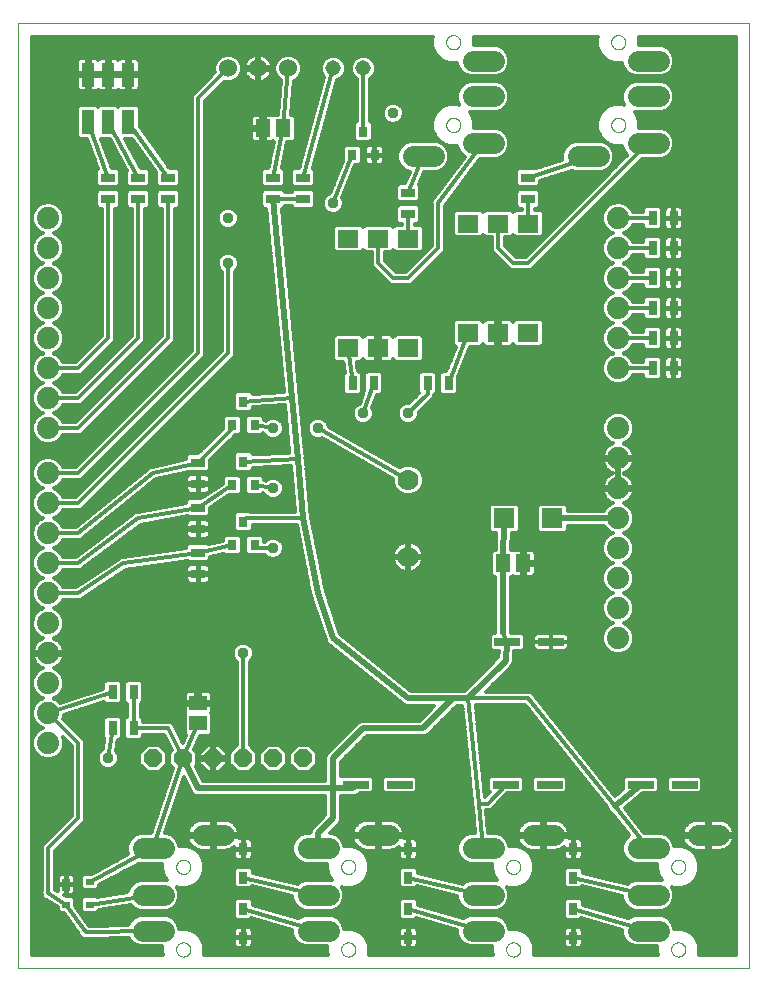
<source format=gtl>
G75*
%MOIN*%
%OFA0B0*%
%FSLAX25Y25*%
%IPPOS*%
%LPD*%
%AMOC8*
5,1,8,0,0,1.08239X$1,22.5*
%
%ADD10C,0.00000*%
%ADD11R,0.05118X0.05906*%
%ADD12R,0.08661X0.02559*%
%ADD13R,0.05906X0.05118*%
%ADD14R,0.07087X0.06693*%
%ADD15C,0.05150*%
%ADD16C,0.07400*%
%ADD17C,0.06000*%
%ADD18OC8,0.06000*%
%ADD19R,0.04331X0.07874*%
%ADD20R,0.07008X0.05984*%
%ADD21R,0.04724X0.03150*%
%ADD22R,0.03150X0.04724*%
%ADD23C,0.07087*%
%ADD24R,0.03150X0.03543*%
%ADD25C,0.07000*%
%ADD26R,0.02756X0.03937*%
%ADD27R,0.02756X0.02362*%
%ADD28R,0.03150X0.03937*%
%ADD29C,0.02000*%
%ADD30C,0.01200*%
%ADD31C,0.03765*%
D10*
X0006600Y0027524D02*
X0006600Y0342484D01*
X0250301Y0342484D01*
X0250301Y0027524D01*
X0006600Y0027524D01*
X0059238Y0033823D02*
X0059240Y0033920D01*
X0059246Y0034017D01*
X0059256Y0034113D01*
X0059270Y0034209D01*
X0059288Y0034305D01*
X0059309Y0034399D01*
X0059335Y0034493D01*
X0059364Y0034585D01*
X0059398Y0034676D01*
X0059434Y0034766D01*
X0059475Y0034854D01*
X0059519Y0034940D01*
X0059567Y0035025D01*
X0059618Y0035107D01*
X0059672Y0035188D01*
X0059730Y0035266D01*
X0059791Y0035341D01*
X0059854Y0035414D01*
X0059921Y0035485D01*
X0059991Y0035552D01*
X0060063Y0035617D01*
X0060138Y0035678D01*
X0060216Y0035737D01*
X0060295Y0035792D01*
X0060377Y0035844D01*
X0060461Y0035892D01*
X0060547Y0035937D01*
X0060635Y0035979D01*
X0060724Y0036017D01*
X0060815Y0036051D01*
X0060907Y0036081D01*
X0061000Y0036108D01*
X0061095Y0036130D01*
X0061190Y0036149D01*
X0061286Y0036164D01*
X0061382Y0036175D01*
X0061479Y0036182D01*
X0061576Y0036185D01*
X0061673Y0036184D01*
X0061770Y0036179D01*
X0061866Y0036170D01*
X0061962Y0036157D01*
X0062058Y0036140D01*
X0062153Y0036119D01*
X0062246Y0036095D01*
X0062339Y0036066D01*
X0062431Y0036034D01*
X0062521Y0035998D01*
X0062609Y0035959D01*
X0062696Y0035915D01*
X0062781Y0035869D01*
X0062864Y0035818D01*
X0062945Y0035765D01*
X0063023Y0035708D01*
X0063100Y0035648D01*
X0063173Y0035585D01*
X0063244Y0035519D01*
X0063312Y0035450D01*
X0063378Y0035378D01*
X0063440Y0035304D01*
X0063499Y0035227D01*
X0063555Y0035148D01*
X0063608Y0035066D01*
X0063658Y0034983D01*
X0063703Y0034897D01*
X0063746Y0034810D01*
X0063785Y0034721D01*
X0063820Y0034631D01*
X0063851Y0034539D01*
X0063878Y0034446D01*
X0063902Y0034352D01*
X0063922Y0034257D01*
X0063938Y0034161D01*
X0063950Y0034065D01*
X0063958Y0033968D01*
X0063962Y0033871D01*
X0063962Y0033775D01*
X0063958Y0033678D01*
X0063950Y0033581D01*
X0063938Y0033485D01*
X0063922Y0033389D01*
X0063902Y0033294D01*
X0063878Y0033200D01*
X0063851Y0033107D01*
X0063820Y0033015D01*
X0063785Y0032925D01*
X0063746Y0032836D01*
X0063703Y0032749D01*
X0063658Y0032663D01*
X0063608Y0032580D01*
X0063555Y0032498D01*
X0063499Y0032419D01*
X0063440Y0032342D01*
X0063378Y0032268D01*
X0063312Y0032196D01*
X0063244Y0032127D01*
X0063173Y0032061D01*
X0063100Y0031998D01*
X0063023Y0031938D01*
X0062945Y0031881D01*
X0062864Y0031828D01*
X0062781Y0031777D01*
X0062696Y0031731D01*
X0062609Y0031687D01*
X0062521Y0031648D01*
X0062431Y0031612D01*
X0062339Y0031580D01*
X0062246Y0031551D01*
X0062153Y0031527D01*
X0062058Y0031506D01*
X0061962Y0031489D01*
X0061866Y0031476D01*
X0061770Y0031467D01*
X0061673Y0031462D01*
X0061576Y0031461D01*
X0061479Y0031464D01*
X0061382Y0031471D01*
X0061286Y0031482D01*
X0061190Y0031497D01*
X0061095Y0031516D01*
X0061000Y0031538D01*
X0060907Y0031565D01*
X0060815Y0031595D01*
X0060724Y0031629D01*
X0060635Y0031667D01*
X0060547Y0031709D01*
X0060461Y0031754D01*
X0060377Y0031802D01*
X0060295Y0031854D01*
X0060216Y0031909D01*
X0060138Y0031968D01*
X0060063Y0032029D01*
X0059991Y0032094D01*
X0059921Y0032161D01*
X0059854Y0032232D01*
X0059791Y0032305D01*
X0059730Y0032380D01*
X0059672Y0032458D01*
X0059618Y0032539D01*
X0059567Y0032621D01*
X0059519Y0032706D01*
X0059475Y0032792D01*
X0059434Y0032880D01*
X0059398Y0032970D01*
X0059364Y0033061D01*
X0059335Y0033153D01*
X0059309Y0033247D01*
X0059288Y0033341D01*
X0059270Y0033437D01*
X0059256Y0033533D01*
X0059246Y0033629D01*
X0059240Y0033726D01*
X0059238Y0033823D01*
X0059238Y0061382D02*
X0059240Y0061479D01*
X0059246Y0061576D01*
X0059256Y0061672D01*
X0059270Y0061768D01*
X0059288Y0061864D01*
X0059309Y0061958D01*
X0059335Y0062052D01*
X0059364Y0062144D01*
X0059398Y0062235D01*
X0059434Y0062325D01*
X0059475Y0062413D01*
X0059519Y0062499D01*
X0059567Y0062584D01*
X0059618Y0062666D01*
X0059672Y0062747D01*
X0059730Y0062825D01*
X0059791Y0062900D01*
X0059854Y0062973D01*
X0059921Y0063044D01*
X0059991Y0063111D01*
X0060063Y0063176D01*
X0060138Y0063237D01*
X0060216Y0063296D01*
X0060295Y0063351D01*
X0060377Y0063403D01*
X0060461Y0063451D01*
X0060547Y0063496D01*
X0060635Y0063538D01*
X0060724Y0063576D01*
X0060815Y0063610D01*
X0060907Y0063640D01*
X0061000Y0063667D01*
X0061095Y0063689D01*
X0061190Y0063708D01*
X0061286Y0063723D01*
X0061382Y0063734D01*
X0061479Y0063741D01*
X0061576Y0063744D01*
X0061673Y0063743D01*
X0061770Y0063738D01*
X0061866Y0063729D01*
X0061962Y0063716D01*
X0062058Y0063699D01*
X0062153Y0063678D01*
X0062246Y0063654D01*
X0062339Y0063625D01*
X0062431Y0063593D01*
X0062521Y0063557D01*
X0062609Y0063518D01*
X0062696Y0063474D01*
X0062781Y0063428D01*
X0062864Y0063377D01*
X0062945Y0063324D01*
X0063023Y0063267D01*
X0063100Y0063207D01*
X0063173Y0063144D01*
X0063244Y0063078D01*
X0063312Y0063009D01*
X0063378Y0062937D01*
X0063440Y0062863D01*
X0063499Y0062786D01*
X0063555Y0062707D01*
X0063608Y0062625D01*
X0063658Y0062542D01*
X0063703Y0062456D01*
X0063746Y0062369D01*
X0063785Y0062280D01*
X0063820Y0062190D01*
X0063851Y0062098D01*
X0063878Y0062005D01*
X0063902Y0061911D01*
X0063922Y0061816D01*
X0063938Y0061720D01*
X0063950Y0061624D01*
X0063958Y0061527D01*
X0063962Y0061430D01*
X0063962Y0061334D01*
X0063958Y0061237D01*
X0063950Y0061140D01*
X0063938Y0061044D01*
X0063922Y0060948D01*
X0063902Y0060853D01*
X0063878Y0060759D01*
X0063851Y0060666D01*
X0063820Y0060574D01*
X0063785Y0060484D01*
X0063746Y0060395D01*
X0063703Y0060308D01*
X0063658Y0060222D01*
X0063608Y0060139D01*
X0063555Y0060057D01*
X0063499Y0059978D01*
X0063440Y0059901D01*
X0063378Y0059827D01*
X0063312Y0059755D01*
X0063244Y0059686D01*
X0063173Y0059620D01*
X0063100Y0059557D01*
X0063023Y0059497D01*
X0062945Y0059440D01*
X0062864Y0059387D01*
X0062781Y0059336D01*
X0062696Y0059290D01*
X0062609Y0059246D01*
X0062521Y0059207D01*
X0062431Y0059171D01*
X0062339Y0059139D01*
X0062246Y0059110D01*
X0062153Y0059086D01*
X0062058Y0059065D01*
X0061962Y0059048D01*
X0061866Y0059035D01*
X0061770Y0059026D01*
X0061673Y0059021D01*
X0061576Y0059020D01*
X0061479Y0059023D01*
X0061382Y0059030D01*
X0061286Y0059041D01*
X0061190Y0059056D01*
X0061095Y0059075D01*
X0061000Y0059097D01*
X0060907Y0059124D01*
X0060815Y0059154D01*
X0060724Y0059188D01*
X0060635Y0059226D01*
X0060547Y0059268D01*
X0060461Y0059313D01*
X0060377Y0059361D01*
X0060295Y0059413D01*
X0060216Y0059468D01*
X0060138Y0059527D01*
X0060063Y0059588D01*
X0059991Y0059653D01*
X0059921Y0059720D01*
X0059854Y0059791D01*
X0059791Y0059864D01*
X0059730Y0059939D01*
X0059672Y0060017D01*
X0059618Y0060098D01*
X0059567Y0060180D01*
X0059519Y0060265D01*
X0059475Y0060351D01*
X0059434Y0060439D01*
X0059398Y0060529D01*
X0059364Y0060620D01*
X0059335Y0060712D01*
X0059309Y0060806D01*
X0059288Y0060900D01*
X0059270Y0060996D01*
X0059256Y0061092D01*
X0059246Y0061188D01*
X0059240Y0061285D01*
X0059238Y0061382D01*
X0114238Y0061382D02*
X0114240Y0061479D01*
X0114246Y0061576D01*
X0114256Y0061672D01*
X0114270Y0061768D01*
X0114288Y0061864D01*
X0114309Y0061958D01*
X0114335Y0062052D01*
X0114364Y0062144D01*
X0114398Y0062235D01*
X0114434Y0062325D01*
X0114475Y0062413D01*
X0114519Y0062499D01*
X0114567Y0062584D01*
X0114618Y0062666D01*
X0114672Y0062747D01*
X0114730Y0062825D01*
X0114791Y0062900D01*
X0114854Y0062973D01*
X0114921Y0063044D01*
X0114991Y0063111D01*
X0115063Y0063176D01*
X0115138Y0063237D01*
X0115216Y0063296D01*
X0115295Y0063351D01*
X0115377Y0063403D01*
X0115461Y0063451D01*
X0115547Y0063496D01*
X0115635Y0063538D01*
X0115724Y0063576D01*
X0115815Y0063610D01*
X0115907Y0063640D01*
X0116000Y0063667D01*
X0116095Y0063689D01*
X0116190Y0063708D01*
X0116286Y0063723D01*
X0116382Y0063734D01*
X0116479Y0063741D01*
X0116576Y0063744D01*
X0116673Y0063743D01*
X0116770Y0063738D01*
X0116866Y0063729D01*
X0116962Y0063716D01*
X0117058Y0063699D01*
X0117153Y0063678D01*
X0117246Y0063654D01*
X0117339Y0063625D01*
X0117431Y0063593D01*
X0117521Y0063557D01*
X0117609Y0063518D01*
X0117696Y0063474D01*
X0117781Y0063428D01*
X0117864Y0063377D01*
X0117945Y0063324D01*
X0118023Y0063267D01*
X0118100Y0063207D01*
X0118173Y0063144D01*
X0118244Y0063078D01*
X0118312Y0063009D01*
X0118378Y0062937D01*
X0118440Y0062863D01*
X0118499Y0062786D01*
X0118555Y0062707D01*
X0118608Y0062625D01*
X0118658Y0062542D01*
X0118703Y0062456D01*
X0118746Y0062369D01*
X0118785Y0062280D01*
X0118820Y0062190D01*
X0118851Y0062098D01*
X0118878Y0062005D01*
X0118902Y0061911D01*
X0118922Y0061816D01*
X0118938Y0061720D01*
X0118950Y0061624D01*
X0118958Y0061527D01*
X0118962Y0061430D01*
X0118962Y0061334D01*
X0118958Y0061237D01*
X0118950Y0061140D01*
X0118938Y0061044D01*
X0118922Y0060948D01*
X0118902Y0060853D01*
X0118878Y0060759D01*
X0118851Y0060666D01*
X0118820Y0060574D01*
X0118785Y0060484D01*
X0118746Y0060395D01*
X0118703Y0060308D01*
X0118658Y0060222D01*
X0118608Y0060139D01*
X0118555Y0060057D01*
X0118499Y0059978D01*
X0118440Y0059901D01*
X0118378Y0059827D01*
X0118312Y0059755D01*
X0118244Y0059686D01*
X0118173Y0059620D01*
X0118100Y0059557D01*
X0118023Y0059497D01*
X0117945Y0059440D01*
X0117864Y0059387D01*
X0117781Y0059336D01*
X0117696Y0059290D01*
X0117609Y0059246D01*
X0117521Y0059207D01*
X0117431Y0059171D01*
X0117339Y0059139D01*
X0117246Y0059110D01*
X0117153Y0059086D01*
X0117058Y0059065D01*
X0116962Y0059048D01*
X0116866Y0059035D01*
X0116770Y0059026D01*
X0116673Y0059021D01*
X0116576Y0059020D01*
X0116479Y0059023D01*
X0116382Y0059030D01*
X0116286Y0059041D01*
X0116190Y0059056D01*
X0116095Y0059075D01*
X0116000Y0059097D01*
X0115907Y0059124D01*
X0115815Y0059154D01*
X0115724Y0059188D01*
X0115635Y0059226D01*
X0115547Y0059268D01*
X0115461Y0059313D01*
X0115377Y0059361D01*
X0115295Y0059413D01*
X0115216Y0059468D01*
X0115138Y0059527D01*
X0115063Y0059588D01*
X0114991Y0059653D01*
X0114921Y0059720D01*
X0114854Y0059791D01*
X0114791Y0059864D01*
X0114730Y0059939D01*
X0114672Y0060017D01*
X0114618Y0060098D01*
X0114567Y0060180D01*
X0114519Y0060265D01*
X0114475Y0060351D01*
X0114434Y0060439D01*
X0114398Y0060529D01*
X0114364Y0060620D01*
X0114335Y0060712D01*
X0114309Y0060806D01*
X0114288Y0060900D01*
X0114270Y0060996D01*
X0114256Y0061092D01*
X0114246Y0061188D01*
X0114240Y0061285D01*
X0114238Y0061382D01*
X0114238Y0033823D02*
X0114240Y0033920D01*
X0114246Y0034017D01*
X0114256Y0034113D01*
X0114270Y0034209D01*
X0114288Y0034305D01*
X0114309Y0034399D01*
X0114335Y0034493D01*
X0114364Y0034585D01*
X0114398Y0034676D01*
X0114434Y0034766D01*
X0114475Y0034854D01*
X0114519Y0034940D01*
X0114567Y0035025D01*
X0114618Y0035107D01*
X0114672Y0035188D01*
X0114730Y0035266D01*
X0114791Y0035341D01*
X0114854Y0035414D01*
X0114921Y0035485D01*
X0114991Y0035552D01*
X0115063Y0035617D01*
X0115138Y0035678D01*
X0115216Y0035737D01*
X0115295Y0035792D01*
X0115377Y0035844D01*
X0115461Y0035892D01*
X0115547Y0035937D01*
X0115635Y0035979D01*
X0115724Y0036017D01*
X0115815Y0036051D01*
X0115907Y0036081D01*
X0116000Y0036108D01*
X0116095Y0036130D01*
X0116190Y0036149D01*
X0116286Y0036164D01*
X0116382Y0036175D01*
X0116479Y0036182D01*
X0116576Y0036185D01*
X0116673Y0036184D01*
X0116770Y0036179D01*
X0116866Y0036170D01*
X0116962Y0036157D01*
X0117058Y0036140D01*
X0117153Y0036119D01*
X0117246Y0036095D01*
X0117339Y0036066D01*
X0117431Y0036034D01*
X0117521Y0035998D01*
X0117609Y0035959D01*
X0117696Y0035915D01*
X0117781Y0035869D01*
X0117864Y0035818D01*
X0117945Y0035765D01*
X0118023Y0035708D01*
X0118100Y0035648D01*
X0118173Y0035585D01*
X0118244Y0035519D01*
X0118312Y0035450D01*
X0118378Y0035378D01*
X0118440Y0035304D01*
X0118499Y0035227D01*
X0118555Y0035148D01*
X0118608Y0035066D01*
X0118658Y0034983D01*
X0118703Y0034897D01*
X0118746Y0034810D01*
X0118785Y0034721D01*
X0118820Y0034631D01*
X0118851Y0034539D01*
X0118878Y0034446D01*
X0118902Y0034352D01*
X0118922Y0034257D01*
X0118938Y0034161D01*
X0118950Y0034065D01*
X0118958Y0033968D01*
X0118962Y0033871D01*
X0118962Y0033775D01*
X0118958Y0033678D01*
X0118950Y0033581D01*
X0118938Y0033485D01*
X0118922Y0033389D01*
X0118902Y0033294D01*
X0118878Y0033200D01*
X0118851Y0033107D01*
X0118820Y0033015D01*
X0118785Y0032925D01*
X0118746Y0032836D01*
X0118703Y0032749D01*
X0118658Y0032663D01*
X0118608Y0032580D01*
X0118555Y0032498D01*
X0118499Y0032419D01*
X0118440Y0032342D01*
X0118378Y0032268D01*
X0118312Y0032196D01*
X0118244Y0032127D01*
X0118173Y0032061D01*
X0118100Y0031998D01*
X0118023Y0031938D01*
X0117945Y0031881D01*
X0117864Y0031828D01*
X0117781Y0031777D01*
X0117696Y0031731D01*
X0117609Y0031687D01*
X0117521Y0031648D01*
X0117431Y0031612D01*
X0117339Y0031580D01*
X0117246Y0031551D01*
X0117153Y0031527D01*
X0117058Y0031506D01*
X0116962Y0031489D01*
X0116866Y0031476D01*
X0116770Y0031467D01*
X0116673Y0031462D01*
X0116576Y0031461D01*
X0116479Y0031464D01*
X0116382Y0031471D01*
X0116286Y0031482D01*
X0116190Y0031497D01*
X0116095Y0031516D01*
X0116000Y0031538D01*
X0115907Y0031565D01*
X0115815Y0031595D01*
X0115724Y0031629D01*
X0115635Y0031667D01*
X0115547Y0031709D01*
X0115461Y0031754D01*
X0115377Y0031802D01*
X0115295Y0031854D01*
X0115216Y0031909D01*
X0115138Y0031968D01*
X0115063Y0032029D01*
X0114991Y0032094D01*
X0114921Y0032161D01*
X0114854Y0032232D01*
X0114791Y0032305D01*
X0114730Y0032380D01*
X0114672Y0032458D01*
X0114618Y0032539D01*
X0114567Y0032621D01*
X0114519Y0032706D01*
X0114475Y0032792D01*
X0114434Y0032880D01*
X0114398Y0032970D01*
X0114364Y0033061D01*
X0114335Y0033153D01*
X0114309Y0033247D01*
X0114288Y0033341D01*
X0114270Y0033437D01*
X0114256Y0033533D01*
X0114246Y0033629D01*
X0114240Y0033726D01*
X0114238Y0033823D01*
X0169238Y0033823D02*
X0169240Y0033920D01*
X0169246Y0034017D01*
X0169256Y0034113D01*
X0169270Y0034209D01*
X0169288Y0034305D01*
X0169309Y0034399D01*
X0169335Y0034493D01*
X0169364Y0034585D01*
X0169398Y0034676D01*
X0169434Y0034766D01*
X0169475Y0034854D01*
X0169519Y0034940D01*
X0169567Y0035025D01*
X0169618Y0035107D01*
X0169672Y0035188D01*
X0169730Y0035266D01*
X0169791Y0035341D01*
X0169854Y0035414D01*
X0169921Y0035485D01*
X0169991Y0035552D01*
X0170063Y0035617D01*
X0170138Y0035678D01*
X0170216Y0035737D01*
X0170295Y0035792D01*
X0170377Y0035844D01*
X0170461Y0035892D01*
X0170547Y0035937D01*
X0170635Y0035979D01*
X0170724Y0036017D01*
X0170815Y0036051D01*
X0170907Y0036081D01*
X0171000Y0036108D01*
X0171095Y0036130D01*
X0171190Y0036149D01*
X0171286Y0036164D01*
X0171382Y0036175D01*
X0171479Y0036182D01*
X0171576Y0036185D01*
X0171673Y0036184D01*
X0171770Y0036179D01*
X0171866Y0036170D01*
X0171962Y0036157D01*
X0172058Y0036140D01*
X0172153Y0036119D01*
X0172246Y0036095D01*
X0172339Y0036066D01*
X0172431Y0036034D01*
X0172521Y0035998D01*
X0172609Y0035959D01*
X0172696Y0035915D01*
X0172781Y0035869D01*
X0172864Y0035818D01*
X0172945Y0035765D01*
X0173023Y0035708D01*
X0173100Y0035648D01*
X0173173Y0035585D01*
X0173244Y0035519D01*
X0173312Y0035450D01*
X0173378Y0035378D01*
X0173440Y0035304D01*
X0173499Y0035227D01*
X0173555Y0035148D01*
X0173608Y0035066D01*
X0173658Y0034983D01*
X0173703Y0034897D01*
X0173746Y0034810D01*
X0173785Y0034721D01*
X0173820Y0034631D01*
X0173851Y0034539D01*
X0173878Y0034446D01*
X0173902Y0034352D01*
X0173922Y0034257D01*
X0173938Y0034161D01*
X0173950Y0034065D01*
X0173958Y0033968D01*
X0173962Y0033871D01*
X0173962Y0033775D01*
X0173958Y0033678D01*
X0173950Y0033581D01*
X0173938Y0033485D01*
X0173922Y0033389D01*
X0173902Y0033294D01*
X0173878Y0033200D01*
X0173851Y0033107D01*
X0173820Y0033015D01*
X0173785Y0032925D01*
X0173746Y0032836D01*
X0173703Y0032749D01*
X0173658Y0032663D01*
X0173608Y0032580D01*
X0173555Y0032498D01*
X0173499Y0032419D01*
X0173440Y0032342D01*
X0173378Y0032268D01*
X0173312Y0032196D01*
X0173244Y0032127D01*
X0173173Y0032061D01*
X0173100Y0031998D01*
X0173023Y0031938D01*
X0172945Y0031881D01*
X0172864Y0031828D01*
X0172781Y0031777D01*
X0172696Y0031731D01*
X0172609Y0031687D01*
X0172521Y0031648D01*
X0172431Y0031612D01*
X0172339Y0031580D01*
X0172246Y0031551D01*
X0172153Y0031527D01*
X0172058Y0031506D01*
X0171962Y0031489D01*
X0171866Y0031476D01*
X0171770Y0031467D01*
X0171673Y0031462D01*
X0171576Y0031461D01*
X0171479Y0031464D01*
X0171382Y0031471D01*
X0171286Y0031482D01*
X0171190Y0031497D01*
X0171095Y0031516D01*
X0171000Y0031538D01*
X0170907Y0031565D01*
X0170815Y0031595D01*
X0170724Y0031629D01*
X0170635Y0031667D01*
X0170547Y0031709D01*
X0170461Y0031754D01*
X0170377Y0031802D01*
X0170295Y0031854D01*
X0170216Y0031909D01*
X0170138Y0031968D01*
X0170063Y0032029D01*
X0169991Y0032094D01*
X0169921Y0032161D01*
X0169854Y0032232D01*
X0169791Y0032305D01*
X0169730Y0032380D01*
X0169672Y0032458D01*
X0169618Y0032539D01*
X0169567Y0032621D01*
X0169519Y0032706D01*
X0169475Y0032792D01*
X0169434Y0032880D01*
X0169398Y0032970D01*
X0169364Y0033061D01*
X0169335Y0033153D01*
X0169309Y0033247D01*
X0169288Y0033341D01*
X0169270Y0033437D01*
X0169256Y0033533D01*
X0169246Y0033629D01*
X0169240Y0033726D01*
X0169238Y0033823D01*
X0169238Y0061382D02*
X0169240Y0061479D01*
X0169246Y0061576D01*
X0169256Y0061672D01*
X0169270Y0061768D01*
X0169288Y0061864D01*
X0169309Y0061958D01*
X0169335Y0062052D01*
X0169364Y0062144D01*
X0169398Y0062235D01*
X0169434Y0062325D01*
X0169475Y0062413D01*
X0169519Y0062499D01*
X0169567Y0062584D01*
X0169618Y0062666D01*
X0169672Y0062747D01*
X0169730Y0062825D01*
X0169791Y0062900D01*
X0169854Y0062973D01*
X0169921Y0063044D01*
X0169991Y0063111D01*
X0170063Y0063176D01*
X0170138Y0063237D01*
X0170216Y0063296D01*
X0170295Y0063351D01*
X0170377Y0063403D01*
X0170461Y0063451D01*
X0170547Y0063496D01*
X0170635Y0063538D01*
X0170724Y0063576D01*
X0170815Y0063610D01*
X0170907Y0063640D01*
X0171000Y0063667D01*
X0171095Y0063689D01*
X0171190Y0063708D01*
X0171286Y0063723D01*
X0171382Y0063734D01*
X0171479Y0063741D01*
X0171576Y0063744D01*
X0171673Y0063743D01*
X0171770Y0063738D01*
X0171866Y0063729D01*
X0171962Y0063716D01*
X0172058Y0063699D01*
X0172153Y0063678D01*
X0172246Y0063654D01*
X0172339Y0063625D01*
X0172431Y0063593D01*
X0172521Y0063557D01*
X0172609Y0063518D01*
X0172696Y0063474D01*
X0172781Y0063428D01*
X0172864Y0063377D01*
X0172945Y0063324D01*
X0173023Y0063267D01*
X0173100Y0063207D01*
X0173173Y0063144D01*
X0173244Y0063078D01*
X0173312Y0063009D01*
X0173378Y0062937D01*
X0173440Y0062863D01*
X0173499Y0062786D01*
X0173555Y0062707D01*
X0173608Y0062625D01*
X0173658Y0062542D01*
X0173703Y0062456D01*
X0173746Y0062369D01*
X0173785Y0062280D01*
X0173820Y0062190D01*
X0173851Y0062098D01*
X0173878Y0062005D01*
X0173902Y0061911D01*
X0173922Y0061816D01*
X0173938Y0061720D01*
X0173950Y0061624D01*
X0173958Y0061527D01*
X0173962Y0061430D01*
X0173962Y0061334D01*
X0173958Y0061237D01*
X0173950Y0061140D01*
X0173938Y0061044D01*
X0173922Y0060948D01*
X0173902Y0060853D01*
X0173878Y0060759D01*
X0173851Y0060666D01*
X0173820Y0060574D01*
X0173785Y0060484D01*
X0173746Y0060395D01*
X0173703Y0060308D01*
X0173658Y0060222D01*
X0173608Y0060139D01*
X0173555Y0060057D01*
X0173499Y0059978D01*
X0173440Y0059901D01*
X0173378Y0059827D01*
X0173312Y0059755D01*
X0173244Y0059686D01*
X0173173Y0059620D01*
X0173100Y0059557D01*
X0173023Y0059497D01*
X0172945Y0059440D01*
X0172864Y0059387D01*
X0172781Y0059336D01*
X0172696Y0059290D01*
X0172609Y0059246D01*
X0172521Y0059207D01*
X0172431Y0059171D01*
X0172339Y0059139D01*
X0172246Y0059110D01*
X0172153Y0059086D01*
X0172058Y0059065D01*
X0171962Y0059048D01*
X0171866Y0059035D01*
X0171770Y0059026D01*
X0171673Y0059021D01*
X0171576Y0059020D01*
X0171479Y0059023D01*
X0171382Y0059030D01*
X0171286Y0059041D01*
X0171190Y0059056D01*
X0171095Y0059075D01*
X0171000Y0059097D01*
X0170907Y0059124D01*
X0170815Y0059154D01*
X0170724Y0059188D01*
X0170635Y0059226D01*
X0170547Y0059268D01*
X0170461Y0059313D01*
X0170377Y0059361D01*
X0170295Y0059413D01*
X0170216Y0059468D01*
X0170138Y0059527D01*
X0170063Y0059588D01*
X0169991Y0059653D01*
X0169921Y0059720D01*
X0169854Y0059791D01*
X0169791Y0059864D01*
X0169730Y0059939D01*
X0169672Y0060017D01*
X0169618Y0060098D01*
X0169567Y0060180D01*
X0169519Y0060265D01*
X0169475Y0060351D01*
X0169434Y0060439D01*
X0169398Y0060529D01*
X0169364Y0060620D01*
X0169335Y0060712D01*
X0169309Y0060806D01*
X0169288Y0060900D01*
X0169270Y0060996D01*
X0169256Y0061092D01*
X0169246Y0061188D01*
X0169240Y0061285D01*
X0169238Y0061382D01*
X0224238Y0061382D02*
X0224240Y0061479D01*
X0224246Y0061576D01*
X0224256Y0061672D01*
X0224270Y0061768D01*
X0224288Y0061864D01*
X0224309Y0061958D01*
X0224335Y0062052D01*
X0224364Y0062144D01*
X0224398Y0062235D01*
X0224434Y0062325D01*
X0224475Y0062413D01*
X0224519Y0062499D01*
X0224567Y0062584D01*
X0224618Y0062666D01*
X0224672Y0062747D01*
X0224730Y0062825D01*
X0224791Y0062900D01*
X0224854Y0062973D01*
X0224921Y0063044D01*
X0224991Y0063111D01*
X0225063Y0063176D01*
X0225138Y0063237D01*
X0225216Y0063296D01*
X0225295Y0063351D01*
X0225377Y0063403D01*
X0225461Y0063451D01*
X0225547Y0063496D01*
X0225635Y0063538D01*
X0225724Y0063576D01*
X0225815Y0063610D01*
X0225907Y0063640D01*
X0226000Y0063667D01*
X0226095Y0063689D01*
X0226190Y0063708D01*
X0226286Y0063723D01*
X0226382Y0063734D01*
X0226479Y0063741D01*
X0226576Y0063744D01*
X0226673Y0063743D01*
X0226770Y0063738D01*
X0226866Y0063729D01*
X0226962Y0063716D01*
X0227058Y0063699D01*
X0227153Y0063678D01*
X0227246Y0063654D01*
X0227339Y0063625D01*
X0227431Y0063593D01*
X0227521Y0063557D01*
X0227609Y0063518D01*
X0227696Y0063474D01*
X0227781Y0063428D01*
X0227864Y0063377D01*
X0227945Y0063324D01*
X0228023Y0063267D01*
X0228100Y0063207D01*
X0228173Y0063144D01*
X0228244Y0063078D01*
X0228312Y0063009D01*
X0228378Y0062937D01*
X0228440Y0062863D01*
X0228499Y0062786D01*
X0228555Y0062707D01*
X0228608Y0062625D01*
X0228658Y0062542D01*
X0228703Y0062456D01*
X0228746Y0062369D01*
X0228785Y0062280D01*
X0228820Y0062190D01*
X0228851Y0062098D01*
X0228878Y0062005D01*
X0228902Y0061911D01*
X0228922Y0061816D01*
X0228938Y0061720D01*
X0228950Y0061624D01*
X0228958Y0061527D01*
X0228962Y0061430D01*
X0228962Y0061334D01*
X0228958Y0061237D01*
X0228950Y0061140D01*
X0228938Y0061044D01*
X0228922Y0060948D01*
X0228902Y0060853D01*
X0228878Y0060759D01*
X0228851Y0060666D01*
X0228820Y0060574D01*
X0228785Y0060484D01*
X0228746Y0060395D01*
X0228703Y0060308D01*
X0228658Y0060222D01*
X0228608Y0060139D01*
X0228555Y0060057D01*
X0228499Y0059978D01*
X0228440Y0059901D01*
X0228378Y0059827D01*
X0228312Y0059755D01*
X0228244Y0059686D01*
X0228173Y0059620D01*
X0228100Y0059557D01*
X0228023Y0059497D01*
X0227945Y0059440D01*
X0227864Y0059387D01*
X0227781Y0059336D01*
X0227696Y0059290D01*
X0227609Y0059246D01*
X0227521Y0059207D01*
X0227431Y0059171D01*
X0227339Y0059139D01*
X0227246Y0059110D01*
X0227153Y0059086D01*
X0227058Y0059065D01*
X0226962Y0059048D01*
X0226866Y0059035D01*
X0226770Y0059026D01*
X0226673Y0059021D01*
X0226576Y0059020D01*
X0226479Y0059023D01*
X0226382Y0059030D01*
X0226286Y0059041D01*
X0226190Y0059056D01*
X0226095Y0059075D01*
X0226000Y0059097D01*
X0225907Y0059124D01*
X0225815Y0059154D01*
X0225724Y0059188D01*
X0225635Y0059226D01*
X0225547Y0059268D01*
X0225461Y0059313D01*
X0225377Y0059361D01*
X0225295Y0059413D01*
X0225216Y0059468D01*
X0225138Y0059527D01*
X0225063Y0059588D01*
X0224991Y0059653D01*
X0224921Y0059720D01*
X0224854Y0059791D01*
X0224791Y0059864D01*
X0224730Y0059939D01*
X0224672Y0060017D01*
X0224618Y0060098D01*
X0224567Y0060180D01*
X0224519Y0060265D01*
X0224475Y0060351D01*
X0224434Y0060439D01*
X0224398Y0060529D01*
X0224364Y0060620D01*
X0224335Y0060712D01*
X0224309Y0060806D01*
X0224288Y0060900D01*
X0224270Y0060996D01*
X0224256Y0061092D01*
X0224246Y0061188D01*
X0224240Y0061285D01*
X0224238Y0061382D01*
X0224238Y0033823D02*
X0224240Y0033920D01*
X0224246Y0034017D01*
X0224256Y0034113D01*
X0224270Y0034209D01*
X0224288Y0034305D01*
X0224309Y0034399D01*
X0224335Y0034493D01*
X0224364Y0034585D01*
X0224398Y0034676D01*
X0224434Y0034766D01*
X0224475Y0034854D01*
X0224519Y0034940D01*
X0224567Y0035025D01*
X0224618Y0035107D01*
X0224672Y0035188D01*
X0224730Y0035266D01*
X0224791Y0035341D01*
X0224854Y0035414D01*
X0224921Y0035485D01*
X0224991Y0035552D01*
X0225063Y0035617D01*
X0225138Y0035678D01*
X0225216Y0035737D01*
X0225295Y0035792D01*
X0225377Y0035844D01*
X0225461Y0035892D01*
X0225547Y0035937D01*
X0225635Y0035979D01*
X0225724Y0036017D01*
X0225815Y0036051D01*
X0225907Y0036081D01*
X0226000Y0036108D01*
X0226095Y0036130D01*
X0226190Y0036149D01*
X0226286Y0036164D01*
X0226382Y0036175D01*
X0226479Y0036182D01*
X0226576Y0036185D01*
X0226673Y0036184D01*
X0226770Y0036179D01*
X0226866Y0036170D01*
X0226962Y0036157D01*
X0227058Y0036140D01*
X0227153Y0036119D01*
X0227246Y0036095D01*
X0227339Y0036066D01*
X0227431Y0036034D01*
X0227521Y0035998D01*
X0227609Y0035959D01*
X0227696Y0035915D01*
X0227781Y0035869D01*
X0227864Y0035818D01*
X0227945Y0035765D01*
X0228023Y0035708D01*
X0228100Y0035648D01*
X0228173Y0035585D01*
X0228244Y0035519D01*
X0228312Y0035450D01*
X0228378Y0035378D01*
X0228440Y0035304D01*
X0228499Y0035227D01*
X0228555Y0035148D01*
X0228608Y0035066D01*
X0228658Y0034983D01*
X0228703Y0034897D01*
X0228746Y0034810D01*
X0228785Y0034721D01*
X0228820Y0034631D01*
X0228851Y0034539D01*
X0228878Y0034446D01*
X0228902Y0034352D01*
X0228922Y0034257D01*
X0228938Y0034161D01*
X0228950Y0034065D01*
X0228958Y0033968D01*
X0228962Y0033871D01*
X0228962Y0033775D01*
X0228958Y0033678D01*
X0228950Y0033581D01*
X0228938Y0033485D01*
X0228922Y0033389D01*
X0228902Y0033294D01*
X0228878Y0033200D01*
X0228851Y0033107D01*
X0228820Y0033015D01*
X0228785Y0032925D01*
X0228746Y0032836D01*
X0228703Y0032749D01*
X0228658Y0032663D01*
X0228608Y0032580D01*
X0228555Y0032498D01*
X0228499Y0032419D01*
X0228440Y0032342D01*
X0228378Y0032268D01*
X0228312Y0032196D01*
X0228244Y0032127D01*
X0228173Y0032061D01*
X0228100Y0031998D01*
X0228023Y0031938D01*
X0227945Y0031881D01*
X0227864Y0031828D01*
X0227781Y0031777D01*
X0227696Y0031731D01*
X0227609Y0031687D01*
X0227521Y0031648D01*
X0227431Y0031612D01*
X0227339Y0031580D01*
X0227246Y0031551D01*
X0227153Y0031527D01*
X0227058Y0031506D01*
X0226962Y0031489D01*
X0226866Y0031476D01*
X0226770Y0031467D01*
X0226673Y0031462D01*
X0226576Y0031461D01*
X0226479Y0031464D01*
X0226382Y0031471D01*
X0226286Y0031482D01*
X0226190Y0031497D01*
X0226095Y0031516D01*
X0226000Y0031538D01*
X0225907Y0031565D01*
X0225815Y0031595D01*
X0225724Y0031629D01*
X0225635Y0031667D01*
X0225547Y0031709D01*
X0225461Y0031754D01*
X0225377Y0031802D01*
X0225295Y0031854D01*
X0225216Y0031909D01*
X0225138Y0031968D01*
X0225063Y0032029D01*
X0224991Y0032094D01*
X0224921Y0032161D01*
X0224854Y0032232D01*
X0224791Y0032305D01*
X0224730Y0032380D01*
X0224672Y0032458D01*
X0224618Y0032539D01*
X0224567Y0032621D01*
X0224519Y0032706D01*
X0224475Y0032792D01*
X0224434Y0032880D01*
X0224398Y0032970D01*
X0224364Y0033061D01*
X0224335Y0033153D01*
X0224309Y0033247D01*
X0224288Y0033341D01*
X0224270Y0033437D01*
X0224256Y0033533D01*
X0224246Y0033629D01*
X0224240Y0033726D01*
X0224238Y0033823D01*
X0204238Y0308665D02*
X0204240Y0308762D01*
X0204246Y0308859D01*
X0204256Y0308955D01*
X0204270Y0309051D01*
X0204288Y0309147D01*
X0204309Y0309241D01*
X0204335Y0309335D01*
X0204364Y0309427D01*
X0204398Y0309518D01*
X0204434Y0309608D01*
X0204475Y0309696D01*
X0204519Y0309782D01*
X0204567Y0309867D01*
X0204618Y0309949D01*
X0204672Y0310030D01*
X0204730Y0310108D01*
X0204791Y0310183D01*
X0204854Y0310256D01*
X0204921Y0310327D01*
X0204991Y0310394D01*
X0205063Y0310459D01*
X0205138Y0310520D01*
X0205216Y0310579D01*
X0205295Y0310634D01*
X0205377Y0310686D01*
X0205461Y0310734D01*
X0205547Y0310779D01*
X0205635Y0310821D01*
X0205724Y0310859D01*
X0205815Y0310893D01*
X0205907Y0310923D01*
X0206000Y0310950D01*
X0206095Y0310972D01*
X0206190Y0310991D01*
X0206286Y0311006D01*
X0206382Y0311017D01*
X0206479Y0311024D01*
X0206576Y0311027D01*
X0206673Y0311026D01*
X0206770Y0311021D01*
X0206866Y0311012D01*
X0206962Y0310999D01*
X0207058Y0310982D01*
X0207153Y0310961D01*
X0207246Y0310937D01*
X0207339Y0310908D01*
X0207431Y0310876D01*
X0207521Y0310840D01*
X0207609Y0310801D01*
X0207696Y0310757D01*
X0207781Y0310711D01*
X0207864Y0310660D01*
X0207945Y0310607D01*
X0208023Y0310550D01*
X0208100Y0310490D01*
X0208173Y0310427D01*
X0208244Y0310361D01*
X0208312Y0310292D01*
X0208378Y0310220D01*
X0208440Y0310146D01*
X0208499Y0310069D01*
X0208555Y0309990D01*
X0208608Y0309908D01*
X0208658Y0309825D01*
X0208703Y0309739D01*
X0208746Y0309652D01*
X0208785Y0309563D01*
X0208820Y0309473D01*
X0208851Y0309381D01*
X0208878Y0309288D01*
X0208902Y0309194D01*
X0208922Y0309099D01*
X0208938Y0309003D01*
X0208950Y0308907D01*
X0208958Y0308810D01*
X0208962Y0308713D01*
X0208962Y0308617D01*
X0208958Y0308520D01*
X0208950Y0308423D01*
X0208938Y0308327D01*
X0208922Y0308231D01*
X0208902Y0308136D01*
X0208878Y0308042D01*
X0208851Y0307949D01*
X0208820Y0307857D01*
X0208785Y0307767D01*
X0208746Y0307678D01*
X0208703Y0307591D01*
X0208658Y0307505D01*
X0208608Y0307422D01*
X0208555Y0307340D01*
X0208499Y0307261D01*
X0208440Y0307184D01*
X0208378Y0307110D01*
X0208312Y0307038D01*
X0208244Y0306969D01*
X0208173Y0306903D01*
X0208100Y0306840D01*
X0208023Y0306780D01*
X0207945Y0306723D01*
X0207864Y0306670D01*
X0207781Y0306619D01*
X0207696Y0306573D01*
X0207609Y0306529D01*
X0207521Y0306490D01*
X0207431Y0306454D01*
X0207339Y0306422D01*
X0207246Y0306393D01*
X0207153Y0306369D01*
X0207058Y0306348D01*
X0206962Y0306331D01*
X0206866Y0306318D01*
X0206770Y0306309D01*
X0206673Y0306304D01*
X0206576Y0306303D01*
X0206479Y0306306D01*
X0206382Y0306313D01*
X0206286Y0306324D01*
X0206190Y0306339D01*
X0206095Y0306358D01*
X0206000Y0306380D01*
X0205907Y0306407D01*
X0205815Y0306437D01*
X0205724Y0306471D01*
X0205635Y0306509D01*
X0205547Y0306551D01*
X0205461Y0306596D01*
X0205377Y0306644D01*
X0205295Y0306696D01*
X0205216Y0306751D01*
X0205138Y0306810D01*
X0205063Y0306871D01*
X0204991Y0306936D01*
X0204921Y0307003D01*
X0204854Y0307074D01*
X0204791Y0307147D01*
X0204730Y0307222D01*
X0204672Y0307300D01*
X0204618Y0307381D01*
X0204567Y0307463D01*
X0204519Y0307548D01*
X0204475Y0307634D01*
X0204434Y0307722D01*
X0204398Y0307812D01*
X0204364Y0307903D01*
X0204335Y0307995D01*
X0204309Y0308089D01*
X0204288Y0308183D01*
X0204270Y0308279D01*
X0204256Y0308375D01*
X0204246Y0308471D01*
X0204240Y0308568D01*
X0204238Y0308665D01*
X0204238Y0336224D02*
X0204240Y0336321D01*
X0204246Y0336418D01*
X0204256Y0336514D01*
X0204270Y0336610D01*
X0204288Y0336706D01*
X0204309Y0336800D01*
X0204335Y0336894D01*
X0204364Y0336986D01*
X0204398Y0337077D01*
X0204434Y0337167D01*
X0204475Y0337255D01*
X0204519Y0337341D01*
X0204567Y0337426D01*
X0204618Y0337508D01*
X0204672Y0337589D01*
X0204730Y0337667D01*
X0204791Y0337742D01*
X0204854Y0337815D01*
X0204921Y0337886D01*
X0204991Y0337953D01*
X0205063Y0338018D01*
X0205138Y0338079D01*
X0205216Y0338138D01*
X0205295Y0338193D01*
X0205377Y0338245D01*
X0205461Y0338293D01*
X0205547Y0338338D01*
X0205635Y0338380D01*
X0205724Y0338418D01*
X0205815Y0338452D01*
X0205907Y0338482D01*
X0206000Y0338509D01*
X0206095Y0338531D01*
X0206190Y0338550D01*
X0206286Y0338565D01*
X0206382Y0338576D01*
X0206479Y0338583D01*
X0206576Y0338586D01*
X0206673Y0338585D01*
X0206770Y0338580D01*
X0206866Y0338571D01*
X0206962Y0338558D01*
X0207058Y0338541D01*
X0207153Y0338520D01*
X0207246Y0338496D01*
X0207339Y0338467D01*
X0207431Y0338435D01*
X0207521Y0338399D01*
X0207609Y0338360D01*
X0207696Y0338316D01*
X0207781Y0338270D01*
X0207864Y0338219D01*
X0207945Y0338166D01*
X0208023Y0338109D01*
X0208100Y0338049D01*
X0208173Y0337986D01*
X0208244Y0337920D01*
X0208312Y0337851D01*
X0208378Y0337779D01*
X0208440Y0337705D01*
X0208499Y0337628D01*
X0208555Y0337549D01*
X0208608Y0337467D01*
X0208658Y0337384D01*
X0208703Y0337298D01*
X0208746Y0337211D01*
X0208785Y0337122D01*
X0208820Y0337032D01*
X0208851Y0336940D01*
X0208878Y0336847D01*
X0208902Y0336753D01*
X0208922Y0336658D01*
X0208938Y0336562D01*
X0208950Y0336466D01*
X0208958Y0336369D01*
X0208962Y0336272D01*
X0208962Y0336176D01*
X0208958Y0336079D01*
X0208950Y0335982D01*
X0208938Y0335886D01*
X0208922Y0335790D01*
X0208902Y0335695D01*
X0208878Y0335601D01*
X0208851Y0335508D01*
X0208820Y0335416D01*
X0208785Y0335326D01*
X0208746Y0335237D01*
X0208703Y0335150D01*
X0208658Y0335064D01*
X0208608Y0334981D01*
X0208555Y0334899D01*
X0208499Y0334820D01*
X0208440Y0334743D01*
X0208378Y0334669D01*
X0208312Y0334597D01*
X0208244Y0334528D01*
X0208173Y0334462D01*
X0208100Y0334399D01*
X0208023Y0334339D01*
X0207945Y0334282D01*
X0207864Y0334229D01*
X0207781Y0334178D01*
X0207696Y0334132D01*
X0207609Y0334088D01*
X0207521Y0334049D01*
X0207431Y0334013D01*
X0207339Y0333981D01*
X0207246Y0333952D01*
X0207153Y0333928D01*
X0207058Y0333907D01*
X0206962Y0333890D01*
X0206866Y0333877D01*
X0206770Y0333868D01*
X0206673Y0333863D01*
X0206576Y0333862D01*
X0206479Y0333865D01*
X0206382Y0333872D01*
X0206286Y0333883D01*
X0206190Y0333898D01*
X0206095Y0333917D01*
X0206000Y0333939D01*
X0205907Y0333966D01*
X0205815Y0333996D01*
X0205724Y0334030D01*
X0205635Y0334068D01*
X0205547Y0334110D01*
X0205461Y0334155D01*
X0205377Y0334203D01*
X0205295Y0334255D01*
X0205216Y0334310D01*
X0205138Y0334369D01*
X0205063Y0334430D01*
X0204991Y0334495D01*
X0204921Y0334562D01*
X0204854Y0334633D01*
X0204791Y0334706D01*
X0204730Y0334781D01*
X0204672Y0334859D01*
X0204618Y0334940D01*
X0204567Y0335022D01*
X0204519Y0335107D01*
X0204475Y0335193D01*
X0204434Y0335281D01*
X0204398Y0335371D01*
X0204364Y0335462D01*
X0204335Y0335554D01*
X0204309Y0335648D01*
X0204288Y0335742D01*
X0204270Y0335838D01*
X0204256Y0335934D01*
X0204246Y0336030D01*
X0204240Y0336127D01*
X0204238Y0336224D01*
X0149238Y0336224D02*
X0149240Y0336321D01*
X0149246Y0336418D01*
X0149256Y0336514D01*
X0149270Y0336610D01*
X0149288Y0336706D01*
X0149309Y0336800D01*
X0149335Y0336894D01*
X0149364Y0336986D01*
X0149398Y0337077D01*
X0149434Y0337167D01*
X0149475Y0337255D01*
X0149519Y0337341D01*
X0149567Y0337426D01*
X0149618Y0337508D01*
X0149672Y0337589D01*
X0149730Y0337667D01*
X0149791Y0337742D01*
X0149854Y0337815D01*
X0149921Y0337886D01*
X0149991Y0337953D01*
X0150063Y0338018D01*
X0150138Y0338079D01*
X0150216Y0338138D01*
X0150295Y0338193D01*
X0150377Y0338245D01*
X0150461Y0338293D01*
X0150547Y0338338D01*
X0150635Y0338380D01*
X0150724Y0338418D01*
X0150815Y0338452D01*
X0150907Y0338482D01*
X0151000Y0338509D01*
X0151095Y0338531D01*
X0151190Y0338550D01*
X0151286Y0338565D01*
X0151382Y0338576D01*
X0151479Y0338583D01*
X0151576Y0338586D01*
X0151673Y0338585D01*
X0151770Y0338580D01*
X0151866Y0338571D01*
X0151962Y0338558D01*
X0152058Y0338541D01*
X0152153Y0338520D01*
X0152246Y0338496D01*
X0152339Y0338467D01*
X0152431Y0338435D01*
X0152521Y0338399D01*
X0152609Y0338360D01*
X0152696Y0338316D01*
X0152781Y0338270D01*
X0152864Y0338219D01*
X0152945Y0338166D01*
X0153023Y0338109D01*
X0153100Y0338049D01*
X0153173Y0337986D01*
X0153244Y0337920D01*
X0153312Y0337851D01*
X0153378Y0337779D01*
X0153440Y0337705D01*
X0153499Y0337628D01*
X0153555Y0337549D01*
X0153608Y0337467D01*
X0153658Y0337384D01*
X0153703Y0337298D01*
X0153746Y0337211D01*
X0153785Y0337122D01*
X0153820Y0337032D01*
X0153851Y0336940D01*
X0153878Y0336847D01*
X0153902Y0336753D01*
X0153922Y0336658D01*
X0153938Y0336562D01*
X0153950Y0336466D01*
X0153958Y0336369D01*
X0153962Y0336272D01*
X0153962Y0336176D01*
X0153958Y0336079D01*
X0153950Y0335982D01*
X0153938Y0335886D01*
X0153922Y0335790D01*
X0153902Y0335695D01*
X0153878Y0335601D01*
X0153851Y0335508D01*
X0153820Y0335416D01*
X0153785Y0335326D01*
X0153746Y0335237D01*
X0153703Y0335150D01*
X0153658Y0335064D01*
X0153608Y0334981D01*
X0153555Y0334899D01*
X0153499Y0334820D01*
X0153440Y0334743D01*
X0153378Y0334669D01*
X0153312Y0334597D01*
X0153244Y0334528D01*
X0153173Y0334462D01*
X0153100Y0334399D01*
X0153023Y0334339D01*
X0152945Y0334282D01*
X0152864Y0334229D01*
X0152781Y0334178D01*
X0152696Y0334132D01*
X0152609Y0334088D01*
X0152521Y0334049D01*
X0152431Y0334013D01*
X0152339Y0333981D01*
X0152246Y0333952D01*
X0152153Y0333928D01*
X0152058Y0333907D01*
X0151962Y0333890D01*
X0151866Y0333877D01*
X0151770Y0333868D01*
X0151673Y0333863D01*
X0151576Y0333862D01*
X0151479Y0333865D01*
X0151382Y0333872D01*
X0151286Y0333883D01*
X0151190Y0333898D01*
X0151095Y0333917D01*
X0151000Y0333939D01*
X0150907Y0333966D01*
X0150815Y0333996D01*
X0150724Y0334030D01*
X0150635Y0334068D01*
X0150547Y0334110D01*
X0150461Y0334155D01*
X0150377Y0334203D01*
X0150295Y0334255D01*
X0150216Y0334310D01*
X0150138Y0334369D01*
X0150063Y0334430D01*
X0149991Y0334495D01*
X0149921Y0334562D01*
X0149854Y0334633D01*
X0149791Y0334706D01*
X0149730Y0334781D01*
X0149672Y0334859D01*
X0149618Y0334940D01*
X0149567Y0335022D01*
X0149519Y0335107D01*
X0149475Y0335193D01*
X0149434Y0335281D01*
X0149398Y0335371D01*
X0149364Y0335462D01*
X0149335Y0335554D01*
X0149309Y0335648D01*
X0149288Y0335742D01*
X0149270Y0335838D01*
X0149256Y0335934D01*
X0149246Y0336030D01*
X0149240Y0336127D01*
X0149238Y0336224D01*
X0149238Y0308665D02*
X0149240Y0308762D01*
X0149246Y0308859D01*
X0149256Y0308955D01*
X0149270Y0309051D01*
X0149288Y0309147D01*
X0149309Y0309241D01*
X0149335Y0309335D01*
X0149364Y0309427D01*
X0149398Y0309518D01*
X0149434Y0309608D01*
X0149475Y0309696D01*
X0149519Y0309782D01*
X0149567Y0309867D01*
X0149618Y0309949D01*
X0149672Y0310030D01*
X0149730Y0310108D01*
X0149791Y0310183D01*
X0149854Y0310256D01*
X0149921Y0310327D01*
X0149991Y0310394D01*
X0150063Y0310459D01*
X0150138Y0310520D01*
X0150216Y0310579D01*
X0150295Y0310634D01*
X0150377Y0310686D01*
X0150461Y0310734D01*
X0150547Y0310779D01*
X0150635Y0310821D01*
X0150724Y0310859D01*
X0150815Y0310893D01*
X0150907Y0310923D01*
X0151000Y0310950D01*
X0151095Y0310972D01*
X0151190Y0310991D01*
X0151286Y0311006D01*
X0151382Y0311017D01*
X0151479Y0311024D01*
X0151576Y0311027D01*
X0151673Y0311026D01*
X0151770Y0311021D01*
X0151866Y0311012D01*
X0151962Y0310999D01*
X0152058Y0310982D01*
X0152153Y0310961D01*
X0152246Y0310937D01*
X0152339Y0310908D01*
X0152431Y0310876D01*
X0152521Y0310840D01*
X0152609Y0310801D01*
X0152696Y0310757D01*
X0152781Y0310711D01*
X0152864Y0310660D01*
X0152945Y0310607D01*
X0153023Y0310550D01*
X0153100Y0310490D01*
X0153173Y0310427D01*
X0153244Y0310361D01*
X0153312Y0310292D01*
X0153378Y0310220D01*
X0153440Y0310146D01*
X0153499Y0310069D01*
X0153555Y0309990D01*
X0153608Y0309908D01*
X0153658Y0309825D01*
X0153703Y0309739D01*
X0153746Y0309652D01*
X0153785Y0309563D01*
X0153820Y0309473D01*
X0153851Y0309381D01*
X0153878Y0309288D01*
X0153902Y0309194D01*
X0153922Y0309099D01*
X0153938Y0309003D01*
X0153950Y0308907D01*
X0153958Y0308810D01*
X0153962Y0308713D01*
X0153962Y0308617D01*
X0153958Y0308520D01*
X0153950Y0308423D01*
X0153938Y0308327D01*
X0153922Y0308231D01*
X0153902Y0308136D01*
X0153878Y0308042D01*
X0153851Y0307949D01*
X0153820Y0307857D01*
X0153785Y0307767D01*
X0153746Y0307678D01*
X0153703Y0307591D01*
X0153658Y0307505D01*
X0153608Y0307422D01*
X0153555Y0307340D01*
X0153499Y0307261D01*
X0153440Y0307184D01*
X0153378Y0307110D01*
X0153312Y0307038D01*
X0153244Y0306969D01*
X0153173Y0306903D01*
X0153100Y0306840D01*
X0153023Y0306780D01*
X0152945Y0306723D01*
X0152864Y0306670D01*
X0152781Y0306619D01*
X0152696Y0306573D01*
X0152609Y0306529D01*
X0152521Y0306490D01*
X0152431Y0306454D01*
X0152339Y0306422D01*
X0152246Y0306393D01*
X0152153Y0306369D01*
X0152058Y0306348D01*
X0151962Y0306331D01*
X0151866Y0306318D01*
X0151770Y0306309D01*
X0151673Y0306304D01*
X0151576Y0306303D01*
X0151479Y0306306D01*
X0151382Y0306313D01*
X0151286Y0306324D01*
X0151190Y0306339D01*
X0151095Y0306358D01*
X0151000Y0306380D01*
X0150907Y0306407D01*
X0150815Y0306437D01*
X0150724Y0306471D01*
X0150635Y0306509D01*
X0150547Y0306551D01*
X0150461Y0306596D01*
X0150377Y0306644D01*
X0150295Y0306696D01*
X0150216Y0306751D01*
X0150138Y0306810D01*
X0150063Y0306871D01*
X0149991Y0306936D01*
X0149921Y0307003D01*
X0149854Y0307074D01*
X0149791Y0307147D01*
X0149730Y0307222D01*
X0149672Y0307300D01*
X0149618Y0307381D01*
X0149567Y0307463D01*
X0149519Y0307548D01*
X0149475Y0307634D01*
X0149434Y0307722D01*
X0149398Y0307812D01*
X0149364Y0307903D01*
X0149335Y0307995D01*
X0149309Y0308089D01*
X0149288Y0308183D01*
X0149270Y0308279D01*
X0149256Y0308375D01*
X0149246Y0308471D01*
X0149240Y0308568D01*
X0149238Y0308665D01*
D11*
X0094946Y0307524D03*
X0088254Y0307524D03*
X0168254Y0162524D03*
X0174946Y0162524D03*
D12*
X0169620Y0136311D03*
X0184187Y0136311D03*
X0183687Y0088811D03*
X0169120Y0088811D03*
X0133687Y0088811D03*
X0119120Y0088811D03*
X0214120Y0088811D03*
X0228687Y0088811D03*
D13*
X0066600Y0109177D03*
X0066600Y0115870D03*
D14*
X0168529Y0177524D03*
X0184671Y0177524D03*
D15*
X0121600Y0327524D03*
X0111600Y0327524D03*
D16*
X0016600Y0277524D03*
X0016600Y0267524D03*
X0016600Y0257524D03*
X0016600Y0247524D03*
X0016600Y0237524D03*
X0016600Y0227524D03*
X0016600Y0217524D03*
X0016600Y0207524D03*
X0016600Y0192524D03*
X0016600Y0182524D03*
X0016600Y0172524D03*
X0016600Y0162524D03*
X0016600Y0152524D03*
X0016600Y0142524D03*
X0016600Y0132524D03*
X0016600Y0122524D03*
X0016600Y0112524D03*
X0016600Y0102524D03*
X0206600Y0137524D03*
X0206600Y0147524D03*
X0206600Y0157524D03*
X0206600Y0167524D03*
X0206600Y0177524D03*
X0206600Y0187524D03*
X0206600Y0197524D03*
X0206600Y0207524D03*
X0206600Y0227524D03*
X0206600Y0237524D03*
X0206600Y0247524D03*
X0206600Y0257524D03*
X0206600Y0267524D03*
X0206600Y0277524D03*
D17*
X0096600Y0327524D03*
X0086600Y0327524D03*
X0076600Y0327524D03*
D18*
X0071600Y0097524D03*
X0061600Y0097524D03*
X0051600Y0097524D03*
X0081600Y0097524D03*
X0091600Y0097524D03*
X0101600Y0097524D03*
D19*
X0043293Y0309650D03*
X0036600Y0309650D03*
X0029907Y0309650D03*
X0029907Y0325398D03*
X0036600Y0325398D03*
X0043293Y0325398D03*
D20*
X0116600Y0270811D03*
X0126600Y0270811D03*
X0136600Y0270811D03*
X0156600Y0275811D03*
X0166600Y0275811D03*
X0176600Y0275811D03*
X0176600Y0239236D03*
X0166600Y0239236D03*
X0156600Y0239236D03*
X0136600Y0234236D03*
X0126600Y0234236D03*
X0116600Y0234236D03*
D21*
X0136600Y0278980D03*
X0136600Y0286067D03*
X0101600Y0283980D03*
X0101600Y0291067D03*
X0091600Y0291067D03*
X0091600Y0283980D03*
X0056600Y0283980D03*
X0056600Y0291067D03*
X0046600Y0291067D03*
X0046600Y0283980D03*
X0036600Y0283980D03*
X0036600Y0291067D03*
X0066600Y0196067D03*
X0066600Y0188980D03*
X0066600Y0181067D03*
X0066600Y0173980D03*
X0066600Y0166067D03*
X0066600Y0158980D03*
X0176600Y0283980D03*
X0176600Y0291067D03*
D22*
X0218057Y0277524D03*
X0218057Y0267524D03*
X0225143Y0267524D03*
X0225143Y0277524D03*
X0225143Y0257524D03*
X0218057Y0257524D03*
X0218057Y0247524D03*
X0225143Y0247524D03*
X0225143Y0237524D03*
X0218057Y0237524D03*
X0218057Y0227524D03*
X0225143Y0227524D03*
X0150143Y0222524D03*
X0143057Y0222524D03*
X0125143Y0222524D03*
X0118057Y0222524D03*
X0045143Y0119524D03*
X0038057Y0119524D03*
X0038057Y0107524D03*
X0045143Y0107524D03*
D23*
X0068057Y0071899D02*
X0075143Y0071899D01*
X0055143Y0067524D02*
X0048057Y0067524D01*
X0048057Y0051899D02*
X0055143Y0051899D01*
X0055143Y0040024D02*
X0048057Y0040024D01*
X0103057Y0040024D02*
X0110143Y0040024D01*
X0110143Y0051899D02*
X0103057Y0051899D01*
X0103057Y0067524D02*
X0110143Y0067524D01*
X0123057Y0071899D02*
X0130143Y0071899D01*
X0158057Y0067524D02*
X0165143Y0067524D01*
X0178057Y0071899D02*
X0185143Y0071899D01*
X0165143Y0051899D02*
X0158057Y0051899D01*
X0158057Y0040024D02*
X0165143Y0040024D01*
X0213057Y0040024D02*
X0220143Y0040024D01*
X0220143Y0051899D02*
X0213057Y0051899D01*
X0213057Y0067524D02*
X0220143Y0067524D01*
X0233057Y0071899D02*
X0240143Y0071899D01*
X0200143Y0298149D02*
X0193057Y0298149D01*
X0213057Y0302524D02*
X0220143Y0302524D01*
X0220143Y0318149D02*
X0213057Y0318149D01*
X0213057Y0330024D02*
X0220143Y0330024D01*
X0165143Y0330024D02*
X0158057Y0330024D01*
X0158057Y0318149D02*
X0165143Y0318149D01*
X0165143Y0302524D02*
X0158057Y0302524D01*
X0145143Y0298149D02*
X0138057Y0298149D01*
D24*
X0125340Y0298587D03*
X0117860Y0298587D03*
X0121600Y0306461D03*
X0081600Y0216461D03*
X0077860Y0208587D03*
X0085340Y0208587D03*
X0081600Y0196461D03*
X0077860Y0188587D03*
X0085340Y0188587D03*
X0081600Y0176461D03*
X0077860Y0168587D03*
X0085340Y0168587D03*
D25*
X0136600Y0164728D03*
X0136600Y0190319D03*
D26*
X0022663Y0055476D03*
D27*
X0022663Y0048783D03*
X0030537Y0048783D03*
X0030537Y0056264D03*
D28*
X0081600Y0057799D03*
X0081600Y0067248D03*
X0081600Y0047248D03*
X0081600Y0037799D03*
X0136600Y0037799D03*
X0136600Y0047248D03*
X0136600Y0057799D03*
X0136600Y0067248D03*
X0191600Y0067248D03*
X0191600Y0057799D03*
X0191600Y0047248D03*
X0191600Y0037799D03*
D29*
X0205380Y0081548D02*
X0214120Y0088811D01*
X0169120Y0130043D02*
X0156600Y0117524D01*
X0151600Y0117524D01*
X0141600Y0107524D01*
X0121600Y0107524D01*
X0111600Y0097524D01*
X0111600Y0087524D01*
X0066600Y0087524D01*
X0061600Y0097524D01*
X0106600Y0072524D02*
X0106600Y0067524D01*
X0106600Y0072524D02*
X0111600Y0077524D01*
X0111600Y0087524D01*
X0118332Y0087524D01*
X0119120Y0088811D01*
X0136600Y0117524D02*
X0111600Y0137524D01*
X0106600Y0152524D01*
X0101600Y0177524D01*
X0099738Y0197349D01*
X0097832Y0217639D01*
X0091600Y0283980D01*
X0168529Y0177524D02*
X0168254Y0162524D01*
X0168254Y0139177D01*
X0169620Y0136311D02*
X0169120Y0130043D01*
X0151600Y0117524D02*
X0136600Y0117524D01*
X0184671Y0177524D02*
X0206600Y0177524D01*
D30*
X0210314Y0173742D02*
X0245701Y0173742D01*
X0245701Y0174941D02*
X0211267Y0174941D01*
X0211093Y0174521D02*
X0211900Y0176469D01*
X0211900Y0178578D01*
X0211093Y0180526D01*
X0209602Y0182017D01*
X0208372Y0182526D01*
X0208634Y0182612D01*
X0209378Y0182991D01*
X0210053Y0183481D01*
X0210643Y0184071D01*
X0211133Y0184746D01*
X0211512Y0185489D01*
X0211769Y0186283D01*
X0211900Y0187106D01*
X0211900Y0187124D01*
X0207000Y0187124D01*
X0207000Y0187924D01*
X0206200Y0187924D01*
X0206200Y0197124D01*
X0201300Y0197124D01*
X0201300Y0197106D01*
X0201430Y0196283D01*
X0201688Y0195489D01*
X0202067Y0194746D01*
X0202557Y0194071D01*
X0203147Y0193481D01*
X0203822Y0192991D01*
X0204566Y0192612D01*
X0204837Y0192524D01*
X0204566Y0192435D01*
X0203822Y0192057D01*
X0203147Y0191566D01*
X0202557Y0190976D01*
X0202067Y0190301D01*
X0201688Y0189558D01*
X0201430Y0188765D01*
X0201300Y0187941D01*
X0201300Y0187924D01*
X0206200Y0187924D01*
X0206200Y0187124D01*
X0201300Y0187124D01*
X0201300Y0187106D01*
X0201430Y0186283D01*
X0201688Y0185489D01*
X0202067Y0184746D01*
X0202557Y0184071D01*
X0203147Y0183481D01*
X0203822Y0182991D01*
X0204566Y0182612D01*
X0204828Y0182526D01*
X0203598Y0182017D01*
X0202107Y0180526D01*
X0201940Y0180124D01*
X0189814Y0180124D01*
X0189814Y0181533D01*
X0188877Y0182470D01*
X0180465Y0182470D01*
X0179528Y0181533D01*
X0179528Y0173514D01*
X0180465Y0172577D01*
X0188877Y0172577D01*
X0189814Y0173514D01*
X0189814Y0174924D01*
X0201940Y0174924D01*
X0202107Y0174521D01*
X0203598Y0173030D01*
X0204822Y0172524D01*
X0203598Y0172017D01*
X0202107Y0170526D01*
X0201300Y0168578D01*
X0201300Y0166469D01*
X0202107Y0164521D01*
X0203598Y0163030D01*
X0204822Y0162524D01*
X0203598Y0162017D01*
X0202107Y0160526D01*
X0201300Y0158578D01*
X0201300Y0156469D01*
X0202107Y0154521D01*
X0203598Y0153030D01*
X0204822Y0152524D01*
X0203598Y0152017D01*
X0202107Y0150526D01*
X0201300Y0148578D01*
X0201300Y0146469D01*
X0202107Y0144521D01*
X0203598Y0143030D01*
X0204822Y0142524D01*
X0203598Y0142017D01*
X0202107Y0140526D01*
X0201300Y0138578D01*
X0201300Y0136469D01*
X0202107Y0134521D01*
X0203598Y0133030D01*
X0205546Y0132224D01*
X0207654Y0132224D01*
X0209602Y0133030D01*
X0211093Y0134521D01*
X0211900Y0136469D01*
X0211900Y0138578D01*
X0211093Y0140526D01*
X0209602Y0142017D01*
X0208378Y0142524D01*
X0209602Y0143030D01*
X0211093Y0144521D01*
X0211900Y0146469D01*
X0211900Y0148578D01*
X0211093Y0150526D01*
X0209602Y0152017D01*
X0208378Y0152524D01*
X0209602Y0153030D01*
X0211093Y0154521D01*
X0211900Y0156469D01*
X0211900Y0158578D01*
X0211093Y0160526D01*
X0209602Y0162017D01*
X0208378Y0162524D01*
X0209602Y0163030D01*
X0211093Y0164521D01*
X0211900Y0166469D01*
X0211900Y0168578D01*
X0211093Y0170526D01*
X0209602Y0172017D01*
X0208378Y0172524D01*
X0209602Y0173030D01*
X0211093Y0174521D01*
X0211763Y0176139D02*
X0245701Y0176139D01*
X0245701Y0177338D02*
X0211900Y0177338D01*
X0211900Y0178536D02*
X0245701Y0178536D01*
X0245701Y0179735D02*
X0211421Y0179735D01*
X0210686Y0180933D02*
X0245701Y0180933D01*
X0245701Y0182132D02*
X0209325Y0182132D01*
X0209845Y0183330D02*
X0245701Y0183330D01*
X0245701Y0184529D02*
X0210975Y0184529D01*
X0211589Y0185727D02*
X0245701Y0185727D01*
X0245701Y0186926D02*
X0211871Y0186926D01*
X0211900Y0187924D02*
X0211900Y0187941D01*
X0211769Y0188765D01*
X0211512Y0189558D01*
X0211133Y0190301D01*
X0210643Y0190976D01*
X0210053Y0191566D01*
X0209378Y0192057D01*
X0208634Y0192435D01*
X0208363Y0192524D01*
X0208634Y0192612D01*
X0209378Y0192991D01*
X0210053Y0193481D01*
X0210643Y0194071D01*
X0211133Y0194746D01*
X0211512Y0195489D01*
X0211769Y0196283D01*
X0211900Y0197106D01*
X0211900Y0197124D01*
X0207000Y0197124D01*
X0207000Y0197924D01*
X0211900Y0197924D01*
X0211900Y0197941D01*
X0211769Y0198765D01*
X0211512Y0199558D01*
X0211133Y0200301D01*
X0210643Y0200976D01*
X0210053Y0201566D01*
X0209378Y0202057D01*
X0208634Y0202435D01*
X0208372Y0202521D01*
X0209602Y0203030D01*
X0211093Y0204521D01*
X0211900Y0206469D01*
X0211900Y0208578D01*
X0211093Y0210526D01*
X0209602Y0212017D01*
X0207654Y0212824D01*
X0205546Y0212824D01*
X0203598Y0212017D01*
X0202107Y0210526D01*
X0201300Y0208578D01*
X0201300Y0206469D01*
X0202107Y0204521D01*
X0203598Y0203030D01*
X0204828Y0202521D01*
X0204566Y0202435D01*
X0203822Y0202057D01*
X0203147Y0201566D01*
X0202557Y0200976D01*
X0202067Y0200301D01*
X0201688Y0199558D01*
X0201430Y0198765D01*
X0201300Y0197941D01*
X0201300Y0197924D01*
X0206200Y0197924D01*
X0206200Y0197124D01*
X0207000Y0197124D01*
X0207000Y0192824D01*
X0207000Y0187924D01*
X0211900Y0187924D01*
X0211871Y0188124D02*
X0245701Y0188124D01*
X0245701Y0189323D02*
X0211588Y0189323D01*
X0210973Y0190521D02*
X0245701Y0190521D01*
X0245701Y0191720D02*
X0209842Y0191720D01*
X0209236Y0192918D02*
X0245701Y0192918D01*
X0245701Y0194117D02*
X0210676Y0194117D01*
X0211423Y0195315D02*
X0245701Y0195315D01*
X0245701Y0196514D02*
X0211806Y0196514D01*
X0211722Y0198911D02*
X0245701Y0198911D01*
X0245701Y0200109D02*
X0211231Y0200109D01*
X0210311Y0201308D02*
X0245701Y0201308D01*
X0245701Y0202506D02*
X0208416Y0202506D01*
X0210276Y0203705D02*
X0245701Y0203705D01*
X0245701Y0204903D02*
X0211251Y0204903D01*
X0211748Y0206102D02*
X0245701Y0206102D01*
X0245701Y0207300D02*
X0211900Y0207300D01*
X0211900Y0208499D02*
X0245701Y0208499D01*
X0245701Y0209697D02*
X0211436Y0209697D01*
X0210723Y0210896D02*
X0245701Y0210896D01*
X0245701Y0212094D02*
X0209415Y0212094D01*
X0203785Y0212094D02*
X0140083Y0212094D01*
X0140083Y0211831D02*
X0139552Y0210551D01*
X0138573Y0209571D01*
X0137293Y0209041D01*
X0135907Y0209041D01*
X0134627Y0209571D01*
X0133648Y0210551D01*
X0133117Y0211831D01*
X0133117Y0213216D01*
X0133648Y0214496D01*
X0134627Y0215476D01*
X0135907Y0216006D01*
X0136971Y0216006D01*
X0140173Y0219208D01*
X0139882Y0219499D01*
X0139882Y0225549D01*
X0140819Y0226486D01*
X0145294Y0226486D01*
X0146231Y0225549D01*
X0146231Y0219499D01*
X0145294Y0218561D01*
X0145257Y0218561D01*
X0145257Y0218069D01*
X0143968Y0216780D01*
X0140083Y0212895D01*
X0140083Y0211831D01*
X0139695Y0210896D02*
X0202477Y0210896D01*
X0201764Y0209697D02*
X0138699Y0209697D01*
X0136600Y0212524D02*
X0143057Y0218980D01*
X0143057Y0222524D01*
X0139882Y0222881D02*
X0128318Y0222881D01*
X0128318Y0224079D02*
X0139882Y0224079D01*
X0139882Y0225278D02*
X0128318Y0225278D01*
X0128318Y0225549D02*
X0127381Y0226486D01*
X0122906Y0226486D01*
X0121969Y0225549D01*
X0121969Y0220151D01*
X0120430Y0215809D01*
X0119627Y0215476D01*
X0118648Y0214496D01*
X0118117Y0213216D01*
X0118117Y0211831D01*
X0118648Y0210551D01*
X0119627Y0209571D01*
X0120907Y0209041D01*
X0122293Y0209041D01*
X0123573Y0209571D01*
X0124552Y0210551D01*
X0125083Y0211831D01*
X0125083Y0213216D01*
X0124596Y0214392D01*
X0126073Y0218561D01*
X0127381Y0218561D01*
X0128318Y0219499D01*
X0128318Y0225549D01*
X0127390Y0226477D02*
X0140810Y0226477D01*
X0140767Y0229644D02*
X0141704Y0230581D01*
X0141704Y0237891D01*
X0140767Y0238828D01*
X0132433Y0238828D01*
X0131542Y0237937D01*
X0131384Y0238211D01*
X0131086Y0238509D01*
X0130722Y0238719D01*
X0130315Y0238828D01*
X0127200Y0238828D01*
X0127200Y0234836D01*
X0126000Y0234836D01*
X0126000Y0238828D01*
X0122885Y0238828D01*
X0122478Y0238719D01*
X0122114Y0238509D01*
X0121816Y0238211D01*
X0121658Y0237937D01*
X0120767Y0238828D01*
X0112433Y0238828D01*
X0111496Y0237891D01*
X0111496Y0230581D01*
X0112433Y0229644D01*
X0114954Y0229644D01*
X0115399Y0226066D01*
X0114882Y0225549D01*
X0114882Y0219499D01*
X0115819Y0218561D01*
X0120294Y0218561D01*
X0121231Y0219499D01*
X0121231Y0225549D01*
X0120294Y0226486D01*
X0119781Y0226486D01*
X0119388Y0229644D01*
X0120767Y0229644D01*
X0121658Y0230535D01*
X0121816Y0230262D01*
X0122114Y0229964D01*
X0122478Y0229753D01*
X0122885Y0229644D01*
X0126000Y0229644D01*
X0126000Y0233636D01*
X0127200Y0233636D01*
X0127200Y0229644D01*
X0130315Y0229644D01*
X0130722Y0229753D01*
X0131086Y0229964D01*
X0131384Y0230262D01*
X0131542Y0230535D01*
X0132433Y0229644D01*
X0140767Y0229644D01*
X0141195Y0230072D02*
X0150701Y0230072D01*
X0150238Y0228874D02*
X0119484Y0228874D01*
X0119633Y0227675D02*
X0149775Y0227675D01*
X0149316Y0226486D02*
X0147906Y0226486D01*
X0146969Y0225549D01*
X0146969Y0219499D01*
X0147906Y0218561D01*
X0152381Y0218561D01*
X0153318Y0219499D01*
X0153318Y0224637D01*
X0157184Y0234644D01*
X0160767Y0234644D01*
X0161658Y0235535D01*
X0161816Y0235262D01*
X0162114Y0234964D01*
X0162478Y0234753D01*
X0162885Y0234644D01*
X0166000Y0234644D01*
X0166000Y0238636D01*
X0167200Y0238636D01*
X0167200Y0234644D01*
X0170315Y0234644D01*
X0170722Y0234753D01*
X0171086Y0234964D01*
X0171384Y0235262D01*
X0171542Y0235535D01*
X0172433Y0234644D01*
X0180767Y0234644D01*
X0181704Y0235581D01*
X0181704Y0242891D01*
X0180767Y0243828D01*
X0172433Y0243828D01*
X0171542Y0242937D01*
X0171384Y0243211D01*
X0171086Y0243509D01*
X0170722Y0243719D01*
X0170315Y0243828D01*
X0167200Y0243828D01*
X0167200Y0239836D01*
X0166000Y0239836D01*
X0166000Y0243828D01*
X0162885Y0243828D01*
X0162478Y0243719D01*
X0162114Y0243509D01*
X0161816Y0243211D01*
X0161658Y0242937D01*
X0160767Y0243828D01*
X0152433Y0243828D01*
X0151496Y0242891D01*
X0151496Y0235581D01*
X0152433Y0234644D01*
X0152467Y0234644D01*
X0149316Y0226486D01*
X0147896Y0226477D02*
X0145304Y0226477D01*
X0146231Y0225278D02*
X0146969Y0225278D01*
X0146969Y0224079D02*
X0146231Y0224079D01*
X0146231Y0222881D02*
X0146969Y0222881D01*
X0146969Y0221682D02*
X0146231Y0221682D01*
X0146231Y0220484D02*
X0146969Y0220484D01*
X0147182Y0219285D02*
X0146018Y0219285D01*
X0145257Y0218087D02*
X0245701Y0218087D01*
X0245701Y0219285D02*
X0153105Y0219285D01*
X0153318Y0220484D02*
X0245701Y0220484D01*
X0245701Y0221682D02*
X0153318Y0221682D01*
X0153318Y0222881D02*
X0203959Y0222881D01*
X0203598Y0223030D02*
X0205546Y0222224D01*
X0207654Y0222224D01*
X0209602Y0223030D01*
X0211093Y0224521D01*
X0211425Y0225324D01*
X0214882Y0225324D01*
X0214882Y0224499D01*
X0215819Y0223561D01*
X0220294Y0223561D01*
X0221231Y0224499D01*
X0221231Y0230549D01*
X0220294Y0231486D01*
X0215819Y0231486D01*
X0214882Y0230549D01*
X0214882Y0229724D01*
X0211425Y0229724D01*
X0211093Y0230526D01*
X0209602Y0232017D01*
X0208378Y0232524D01*
X0209602Y0233030D01*
X0211093Y0234521D01*
X0211425Y0235324D01*
X0214882Y0235324D01*
X0214882Y0234499D01*
X0215819Y0233561D01*
X0220294Y0233561D01*
X0221231Y0234499D01*
X0221231Y0240549D01*
X0220294Y0241486D01*
X0215819Y0241486D01*
X0214882Y0240549D01*
X0214882Y0239724D01*
X0211425Y0239724D01*
X0211093Y0240526D01*
X0209602Y0242017D01*
X0208378Y0242524D01*
X0209602Y0243030D01*
X0211093Y0244521D01*
X0211425Y0245324D01*
X0214882Y0245324D01*
X0214882Y0244499D01*
X0215819Y0243561D01*
X0220294Y0243561D01*
X0221231Y0244499D01*
X0221231Y0250549D01*
X0220294Y0251486D01*
X0215819Y0251486D01*
X0214882Y0250549D01*
X0214882Y0249724D01*
X0211425Y0249724D01*
X0211093Y0250526D01*
X0209602Y0252017D01*
X0208378Y0252524D01*
X0209602Y0253030D01*
X0211093Y0254521D01*
X0211425Y0255324D01*
X0214882Y0255324D01*
X0214882Y0254499D01*
X0215819Y0253561D01*
X0220294Y0253561D01*
X0221231Y0254499D01*
X0221231Y0260549D01*
X0220294Y0261486D01*
X0215819Y0261486D01*
X0214882Y0260549D01*
X0214882Y0259724D01*
X0211425Y0259724D01*
X0211093Y0260526D01*
X0209602Y0262017D01*
X0208378Y0262524D01*
X0209602Y0263030D01*
X0211093Y0264521D01*
X0211425Y0265324D01*
X0214882Y0265324D01*
X0214882Y0264499D01*
X0215819Y0263561D01*
X0220294Y0263561D01*
X0221231Y0264499D01*
X0221231Y0270549D01*
X0220294Y0271486D01*
X0215819Y0271486D01*
X0214882Y0270549D01*
X0214882Y0269724D01*
X0211425Y0269724D01*
X0211093Y0270526D01*
X0209602Y0272017D01*
X0208378Y0272524D01*
X0209602Y0273030D01*
X0211093Y0274521D01*
X0211425Y0275324D01*
X0214882Y0275324D01*
X0214882Y0274499D01*
X0215819Y0273561D01*
X0220294Y0273561D01*
X0221231Y0274499D01*
X0221231Y0280549D01*
X0220294Y0281486D01*
X0215819Y0281486D01*
X0214882Y0280549D01*
X0214882Y0279724D01*
X0211425Y0279724D01*
X0211093Y0280526D01*
X0209602Y0282017D01*
X0207654Y0282824D01*
X0205546Y0282824D01*
X0203598Y0282017D01*
X0202107Y0280526D01*
X0201300Y0278578D01*
X0201300Y0276469D01*
X0202107Y0274521D01*
X0203598Y0273030D01*
X0204822Y0272524D01*
X0203598Y0272017D01*
X0202107Y0270526D01*
X0201300Y0268578D01*
X0201300Y0266469D01*
X0202107Y0264521D01*
X0203598Y0263030D01*
X0204822Y0262524D01*
X0203598Y0262017D01*
X0202107Y0260526D01*
X0201300Y0258578D01*
X0201300Y0256469D01*
X0202107Y0254521D01*
X0203598Y0253030D01*
X0204822Y0252524D01*
X0203598Y0252017D01*
X0202107Y0250526D01*
X0201300Y0248578D01*
X0201300Y0246469D01*
X0202107Y0244521D01*
X0203598Y0243030D01*
X0204822Y0242524D01*
X0203598Y0242017D01*
X0202107Y0240526D01*
X0201300Y0238578D01*
X0201300Y0236469D01*
X0202107Y0234521D01*
X0203598Y0233030D01*
X0204822Y0232524D01*
X0203598Y0232017D01*
X0202107Y0230526D01*
X0201300Y0228578D01*
X0201300Y0226469D01*
X0202107Y0224521D01*
X0203598Y0223030D01*
X0202549Y0224079D02*
X0153318Y0224079D01*
X0153566Y0225278D02*
X0201793Y0225278D01*
X0201300Y0226477D02*
X0154029Y0226477D01*
X0154492Y0227675D02*
X0201300Y0227675D01*
X0201422Y0228874D02*
X0154955Y0228874D01*
X0155418Y0230072D02*
X0201919Y0230072D01*
X0202852Y0231271D02*
X0155881Y0231271D01*
X0156344Y0232469D02*
X0204690Y0232469D01*
X0202961Y0233668D02*
X0156807Y0233668D01*
X0156600Y0239236D02*
X0150143Y0222524D01*
X0144076Y0216888D02*
X0245701Y0216888D01*
X0245701Y0215690D02*
X0142878Y0215690D01*
X0141679Y0214491D02*
X0245701Y0214491D01*
X0245701Y0213293D02*
X0140481Y0213293D01*
X0137854Y0216888D02*
X0125481Y0216888D01*
X0125056Y0215690D02*
X0135143Y0215690D01*
X0133645Y0214491D02*
X0124631Y0214491D01*
X0125051Y0213293D02*
X0133149Y0213293D01*
X0133117Y0212094D02*
X0125083Y0212094D01*
X0124695Y0210896D02*
X0133505Y0210896D01*
X0134501Y0209697D02*
X0123699Y0209697D01*
X0121600Y0212524D02*
X0125143Y0222524D01*
X0121969Y0222881D02*
X0121231Y0222881D01*
X0121231Y0224079D02*
X0121969Y0224079D01*
X0121969Y0225278D02*
X0121231Y0225278D01*
X0120304Y0226477D02*
X0122896Y0226477D01*
X0122005Y0230072D02*
X0121195Y0230072D01*
X0126000Y0230072D02*
X0127200Y0230072D01*
X0127200Y0231271D02*
X0126000Y0231271D01*
X0126000Y0232469D02*
X0127200Y0232469D01*
X0127200Y0234866D02*
X0126000Y0234866D01*
X0126000Y0236065D02*
X0127200Y0236065D01*
X0127200Y0237263D02*
X0126000Y0237263D01*
X0126000Y0238462D02*
X0127200Y0238462D01*
X0131133Y0238462D02*
X0132067Y0238462D01*
X0132005Y0230072D02*
X0131195Y0230072D01*
X0128318Y0221682D02*
X0139882Y0221682D01*
X0139882Y0220484D02*
X0128318Y0220484D01*
X0128105Y0219285D02*
X0140095Y0219285D01*
X0139052Y0218087D02*
X0125905Y0218087D01*
X0121662Y0219285D02*
X0121018Y0219285D01*
X0121231Y0220484D02*
X0121969Y0220484D01*
X0121969Y0221682D02*
X0121231Y0221682D01*
X0121237Y0218087D02*
X0100401Y0218087D01*
X0100469Y0217368D02*
X0094510Y0280806D01*
X0094625Y0280806D01*
X0095562Y0281743D01*
X0095562Y0281780D01*
X0097638Y0281780D01*
X0097638Y0281743D01*
X0098575Y0280806D01*
X0104625Y0280806D01*
X0105562Y0281743D01*
X0105562Y0286218D01*
X0104625Y0287155D01*
X0098575Y0287155D01*
X0097638Y0286218D01*
X0097638Y0286180D01*
X0095562Y0286180D01*
X0095562Y0286218D01*
X0094625Y0287155D01*
X0088575Y0287155D01*
X0087638Y0286218D01*
X0087638Y0281743D01*
X0088575Y0280806D01*
X0089287Y0280806D01*
X0095032Y0219642D01*
X0084773Y0218897D01*
X0083838Y0219832D01*
X0079362Y0219832D01*
X0078425Y0218895D01*
X0078425Y0214026D01*
X0079362Y0213089D01*
X0083838Y0213089D01*
X0084775Y0214026D01*
X0084775Y0214485D01*
X0095444Y0215260D01*
X0096932Y0199414D01*
X0084775Y0198819D01*
X0084775Y0198895D01*
X0083838Y0199832D01*
X0079362Y0199832D01*
X0078425Y0198895D01*
X0078425Y0194026D01*
X0079362Y0193089D01*
X0083838Y0193089D01*
X0084775Y0194026D01*
X0084775Y0194413D01*
X0097344Y0195029D01*
X0098782Y0179724D01*
X0083946Y0179724D01*
X0083838Y0179832D01*
X0079362Y0179832D01*
X0078425Y0178895D01*
X0078425Y0174026D01*
X0079362Y0173089D01*
X0083838Y0173089D01*
X0084775Y0174026D01*
X0084775Y0175324D01*
X0099389Y0175324D01*
X0103982Y0152358D01*
X0103970Y0152192D01*
X0104082Y0151855D01*
X0104152Y0151507D01*
X0104244Y0151368D01*
X0109046Y0136963D01*
X0109073Y0136722D01*
X0109208Y0136477D01*
X0109297Y0136211D01*
X0109455Y0136028D01*
X0109572Y0135816D01*
X0109791Y0135641D01*
X0109975Y0135429D01*
X0110191Y0135321D01*
X0134863Y0115583D01*
X0135127Y0115319D01*
X0135264Y0115263D01*
X0135380Y0115170D01*
X0135738Y0115066D01*
X0136083Y0114924D01*
X0136231Y0114924D01*
X0136373Y0114882D01*
X0136744Y0114924D01*
X0145323Y0114924D01*
X0140523Y0110124D01*
X0121083Y0110124D01*
X0120127Y0109728D01*
X0110127Y0099728D01*
X0109396Y0098996D01*
X0109000Y0098041D01*
X0109000Y0090124D01*
X0068207Y0090124D01*
X0065706Y0095125D01*
X0066200Y0095618D01*
X0066200Y0099429D01*
X0065228Y0100401D01*
X0067209Y0105018D01*
X0070215Y0105018D01*
X0071153Y0105955D01*
X0071153Y0112399D01*
X0070976Y0112576D01*
X0071044Y0112693D01*
X0071153Y0113100D01*
X0071153Y0115270D01*
X0067200Y0115270D01*
X0067200Y0116470D01*
X0071153Y0116470D01*
X0071153Y0118640D01*
X0071044Y0119047D01*
X0070833Y0119412D01*
X0070535Y0119709D01*
X0070170Y0119920D01*
X0069763Y0120029D01*
X0067200Y0120029D01*
X0067200Y0116470D01*
X0066000Y0116470D01*
X0066000Y0115270D01*
X0062047Y0115270D01*
X0062047Y0113100D01*
X0062156Y0112693D01*
X0062224Y0112576D01*
X0062047Y0112399D01*
X0062047Y0105955D01*
X0062591Y0105412D01*
X0061448Y0102748D01*
X0058800Y0108043D01*
X0058800Y0108435D01*
X0058408Y0108827D01*
X0058160Y0109323D01*
X0057788Y0109446D01*
X0057511Y0109724D01*
X0056957Y0109724D01*
X0056431Y0109899D01*
X0056081Y0109724D01*
X0048318Y0109724D01*
X0048318Y0110549D01*
X0047381Y0111486D01*
X0047343Y0111486D01*
X0047343Y0115561D01*
X0047381Y0115561D01*
X0048318Y0116499D01*
X0048318Y0122549D01*
X0047381Y0123486D01*
X0042906Y0123486D01*
X0041969Y0122549D01*
X0041969Y0116499D01*
X0042906Y0115561D01*
X0042943Y0115561D01*
X0042943Y0111486D01*
X0042906Y0111486D01*
X0041969Y0110549D01*
X0041969Y0104499D01*
X0042906Y0103561D01*
X0047381Y0103561D01*
X0048318Y0104499D01*
X0048318Y0105324D01*
X0055240Y0105324D01*
X0057792Y0100221D01*
X0057000Y0099429D01*
X0057000Y0095618D01*
X0058234Y0094384D01*
X0050995Y0072667D01*
X0047034Y0072667D01*
X0045143Y0071884D01*
X0043696Y0070437D01*
X0042913Y0068547D01*
X0042913Y0066501D01*
X0043295Y0065579D01*
X0031073Y0059045D01*
X0028496Y0059045D01*
X0027559Y0058108D01*
X0027559Y0054420D01*
X0028496Y0053483D01*
X0032578Y0053483D01*
X0033515Y0054420D01*
X0033515Y0055361D01*
X0046815Y0062471D01*
X0047034Y0062380D01*
X0054638Y0062380D01*
X0054638Y0059997D01*
X0055698Y0057438D01*
X0056094Y0057042D01*
X0047034Y0057042D01*
X0045143Y0056259D01*
X0043696Y0054812D01*
X0042913Y0052922D01*
X0042913Y0052838D01*
X0032800Y0051342D01*
X0032578Y0051565D01*
X0028496Y0051565D01*
X0027559Y0050627D01*
X0027559Y0046940D01*
X0028496Y0046002D01*
X0032578Y0046002D01*
X0033515Y0046940D01*
X0033515Y0047000D01*
X0044114Y0048568D01*
X0045143Y0047538D01*
X0047034Y0046755D01*
X0056166Y0046755D01*
X0058057Y0047538D01*
X0059504Y0048985D01*
X0060287Y0050876D01*
X0060287Y0052922D01*
X0059552Y0054694D01*
X0060215Y0054420D01*
X0062985Y0054420D01*
X0065544Y0055480D01*
X0067502Y0057438D01*
X0068562Y0059997D01*
X0068562Y0062767D01*
X0067502Y0065326D01*
X0065544Y0067284D01*
X0062985Y0068344D01*
X0060287Y0068344D01*
X0060287Y0068547D01*
X0059504Y0070437D01*
X0058057Y0071884D01*
X0056166Y0072667D01*
X0055633Y0072667D01*
X0061829Y0091253D01*
X0064233Y0086443D01*
X0064396Y0086051D01*
X0064463Y0085984D01*
X0064506Y0085898D01*
X0064827Y0085620D01*
X0065127Y0085319D01*
X0065215Y0085283D01*
X0065287Y0085221D01*
X0065690Y0085086D01*
X0066083Y0084924D01*
X0066178Y0084924D01*
X0066268Y0084894D01*
X0066692Y0084924D01*
X0109000Y0084924D01*
X0109000Y0078601D01*
X0105127Y0074728D01*
X0104396Y0073996D01*
X0104000Y0073041D01*
X0104000Y0072667D01*
X0102034Y0072667D01*
X0100143Y0071884D01*
X0098696Y0070437D01*
X0097913Y0068547D01*
X0097913Y0066501D01*
X0098696Y0064610D01*
X0100143Y0063163D01*
X0102034Y0062380D01*
X0109638Y0062380D01*
X0109638Y0059997D01*
X0110698Y0057438D01*
X0111094Y0057042D01*
X0102034Y0057042D01*
X0100143Y0056259D01*
X0099677Y0055793D01*
X0084775Y0059310D01*
X0084775Y0060430D01*
X0083838Y0061368D01*
X0079362Y0061368D01*
X0078425Y0060430D01*
X0078425Y0055168D01*
X0079362Y0054231D01*
X0083838Y0054231D01*
X0084469Y0054862D01*
X0097913Y0051688D01*
X0097913Y0050876D01*
X0098696Y0048985D01*
X0100143Y0047538D01*
X0102034Y0046755D01*
X0111166Y0046755D01*
X0113057Y0047538D01*
X0114504Y0048985D01*
X0115287Y0050876D01*
X0115287Y0052922D01*
X0114552Y0054694D01*
X0115215Y0054420D01*
X0117985Y0054420D01*
X0120544Y0055480D01*
X0122502Y0057438D01*
X0123562Y0059997D01*
X0123562Y0062767D01*
X0122502Y0065326D01*
X0120544Y0067284D01*
X0117985Y0068344D01*
X0115287Y0068344D01*
X0115287Y0068547D01*
X0114504Y0070437D01*
X0113057Y0071884D01*
X0111166Y0072667D01*
X0110420Y0072667D01*
X0113804Y0076051D01*
X0114200Y0077006D01*
X0114200Y0084924D01*
X0118129Y0084924D01*
X0118439Y0084875D01*
X0118641Y0084924D01*
X0118849Y0084924D01*
X0119139Y0085044D01*
X0119444Y0085117D01*
X0119613Y0085240D01*
X0119805Y0085319D01*
X0120027Y0085541D01*
X0120280Y0085726D01*
X0120389Y0085904D01*
X0120417Y0085931D01*
X0124113Y0085931D01*
X0125050Y0086869D01*
X0125050Y0090753D01*
X0124113Y0091691D01*
X0114200Y0091691D01*
X0114200Y0096447D01*
X0122677Y0104924D01*
X0142117Y0104924D01*
X0143073Y0105319D01*
X0143804Y0106051D01*
X0152677Y0114924D01*
X0154649Y0114924D01*
X0157835Y0083063D01*
X0157915Y0082265D01*
X0157915Y0081464D01*
X0158004Y0081375D01*
X0158010Y0081315D01*
X0158016Y0081249D01*
X0158875Y0072667D01*
X0157034Y0072667D01*
X0155143Y0071884D01*
X0153696Y0070437D01*
X0152913Y0068547D01*
X0152913Y0066501D01*
X0153696Y0064610D01*
X0155143Y0063163D01*
X0157034Y0062380D01*
X0164638Y0062380D01*
X0164638Y0059997D01*
X0165698Y0057438D01*
X0166094Y0057042D01*
X0157034Y0057042D01*
X0155143Y0056259D01*
X0154677Y0055793D01*
X0139775Y0059310D01*
X0139775Y0060430D01*
X0138838Y0061368D01*
X0134362Y0061368D01*
X0133425Y0060430D01*
X0133425Y0055168D01*
X0134362Y0054231D01*
X0138838Y0054231D01*
X0139469Y0054862D01*
X0152913Y0051688D01*
X0152913Y0050876D01*
X0153696Y0048985D01*
X0155143Y0047538D01*
X0157034Y0046755D01*
X0166166Y0046755D01*
X0168057Y0047538D01*
X0169504Y0048985D01*
X0170287Y0050876D01*
X0170287Y0052922D01*
X0169552Y0054694D01*
X0170215Y0054420D01*
X0172985Y0054420D01*
X0175544Y0055480D01*
X0177502Y0057438D01*
X0178562Y0059997D01*
X0178562Y0062767D01*
X0177502Y0065326D01*
X0175544Y0067284D01*
X0172985Y0068344D01*
X0170287Y0068344D01*
X0170287Y0068547D01*
X0169504Y0070437D01*
X0168057Y0071884D01*
X0166166Y0072667D01*
X0163297Y0072667D01*
X0162549Y0080148D01*
X0163228Y0080175D01*
X0164095Y0080175D01*
X0164132Y0080212D01*
X0164183Y0080214D01*
X0164771Y0080851D01*
X0165384Y0081464D01*
X0165384Y0081515D01*
X0169457Y0085931D01*
X0174113Y0085931D01*
X0175050Y0086869D01*
X0175050Y0090753D01*
X0174113Y0091691D01*
X0164126Y0091691D01*
X0163189Y0090753D01*
X0163189Y0086869D01*
X0163785Y0086272D01*
X0162220Y0084575D01*
X0162106Y0084575D01*
X0159031Y0115324D01*
X0175543Y0115324D01*
X0202748Y0081317D01*
X0202744Y0081272D01*
X0203050Y0080284D01*
X0203711Y0079488D01*
X0204574Y0079034D01*
X0210257Y0071931D01*
X0210143Y0071884D01*
X0208696Y0070437D01*
X0207913Y0068547D01*
X0207913Y0066501D01*
X0208696Y0064610D01*
X0210143Y0063163D01*
X0212034Y0062380D01*
X0219638Y0062380D01*
X0219638Y0059997D01*
X0220698Y0057438D01*
X0221094Y0057042D01*
X0212034Y0057042D01*
X0210143Y0056259D01*
X0209677Y0055793D01*
X0194775Y0059310D01*
X0194775Y0060430D01*
X0193838Y0061368D01*
X0189362Y0061368D01*
X0188425Y0060430D01*
X0188425Y0055168D01*
X0189362Y0054231D01*
X0193838Y0054231D01*
X0194469Y0054862D01*
X0207913Y0051688D01*
X0207913Y0050876D01*
X0208696Y0048985D01*
X0210143Y0047538D01*
X0212034Y0046755D01*
X0221166Y0046755D01*
X0223057Y0047538D01*
X0224504Y0048985D01*
X0225287Y0050876D01*
X0225287Y0052922D01*
X0224552Y0054694D01*
X0225215Y0054420D01*
X0227985Y0054420D01*
X0230544Y0055480D01*
X0232502Y0057438D01*
X0233562Y0059997D01*
X0233562Y0062767D01*
X0232502Y0065326D01*
X0230544Y0067284D01*
X0227985Y0068344D01*
X0225287Y0068344D01*
X0225287Y0068547D01*
X0224504Y0070437D01*
X0223057Y0071884D01*
X0221166Y0072667D01*
X0215303Y0072667D01*
X0208697Y0080924D01*
X0214723Y0085931D01*
X0219113Y0085931D01*
X0220050Y0086869D01*
X0220050Y0090753D01*
X0219113Y0091691D01*
X0209126Y0091691D01*
X0208189Y0090753D01*
X0208189Y0087263D01*
X0205448Y0084985D01*
X0178800Y0118295D01*
X0178800Y0118435D01*
X0178242Y0118993D01*
X0177749Y0119610D01*
X0177610Y0119625D01*
X0177511Y0119724D01*
X0176722Y0119724D01*
X0175937Y0119811D01*
X0175828Y0119724D01*
X0162477Y0119724D01*
X0170885Y0128132D01*
X0171200Y0128400D01*
X0171248Y0128495D01*
X0171324Y0128571D01*
X0171482Y0128953D01*
X0171670Y0129321D01*
X0171679Y0129427D01*
X0171720Y0129526D01*
X0171720Y0129940D01*
X0171998Y0133431D01*
X0174613Y0133431D01*
X0175550Y0134369D01*
X0175550Y0138253D01*
X0174613Y0139191D01*
X0170854Y0139191D01*
X0170854Y0157971D01*
X0171475Y0157971D01*
X0171652Y0158148D01*
X0171770Y0158080D01*
X0172177Y0157971D01*
X0174346Y0157971D01*
X0174346Y0161924D01*
X0175546Y0161924D01*
X0175546Y0157971D01*
X0177716Y0157971D01*
X0178123Y0158080D01*
X0178488Y0158291D01*
X0178786Y0158588D01*
X0178996Y0158953D01*
X0179105Y0159360D01*
X0201624Y0159360D01*
X0201300Y0158161D02*
X0178264Y0158161D01*
X0179105Y0159360D02*
X0179105Y0161924D01*
X0175546Y0161924D01*
X0175546Y0163124D01*
X0174346Y0163124D01*
X0174346Y0167076D01*
X0172177Y0167076D01*
X0171770Y0166967D01*
X0171652Y0166899D01*
X0171475Y0167076D01*
X0170938Y0167076D01*
X0171039Y0172577D01*
X0172735Y0172577D01*
X0173672Y0173514D01*
X0173672Y0181533D01*
X0172735Y0182470D01*
X0164323Y0182470D01*
X0163386Y0181533D01*
X0163386Y0173514D01*
X0164323Y0172577D01*
X0165838Y0172577D01*
X0165737Y0167076D01*
X0165032Y0167076D01*
X0164094Y0166139D01*
X0164094Y0158908D01*
X0165032Y0157971D01*
X0165654Y0157971D01*
X0165654Y0139191D01*
X0164626Y0139191D01*
X0163689Y0138253D01*
X0163689Y0134369D01*
X0164626Y0133431D01*
X0166782Y0133431D01*
X0166604Y0131205D01*
X0155523Y0120124D01*
X0137512Y0120124D01*
X0113824Y0139074D01*
X0109118Y0153192D01*
X0104176Y0177901D01*
X0102375Y0197077D01*
X0100469Y0217368D01*
X0100469Y0217368D01*
X0100514Y0216888D02*
X0120813Y0216888D01*
X0120143Y0215690D02*
X0100626Y0215690D01*
X0100739Y0214491D02*
X0118645Y0214491D01*
X0118149Y0213293D02*
X0100851Y0213293D01*
X0100964Y0212094D02*
X0118117Y0212094D01*
X0118505Y0210896D02*
X0107559Y0210896D01*
X0107293Y0211006D02*
X0105907Y0211006D01*
X0104627Y0210476D01*
X0103648Y0209496D01*
X0103117Y0208216D01*
X0103117Y0206831D01*
X0103648Y0205551D01*
X0104627Y0204571D01*
X0105907Y0204041D01*
X0107293Y0204041D01*
X0107849Y0204271D01*
X0131500Y0190708D01*
X0131500Y0189304D01*
X0132276Y0187430D01*
X0133711Y0185995D01*
X0135586Y0185219D01*
X0137614Y0185219D01*
X0139489Y0185995D01*
X0140924Y0187430D01*
X0141700Y0189304D01*
X0141700Y0191333D01*
X0140924Y0193208D01*
X0139489Y0194642D01*
X0137614Y0195419D01*
X0135586Y0195419D01*
X0133711Y0194642D01*
X0133628Y0194559D01*
X0110083Y0208062D01*
X0110083Y0208216D01*
X0109552Y0209496D01*
X0108573Y0210476D01*
X0107293Y0211006D01*
X0105641Y0210896D02*
X0101077Y0210896D01*
X0101189Y0209697D02*
X0103848Y0209697D01*
X0103234Y0208499D02*
X0101302Y0208499D01*
X0101414Y0207300D02*
X0103117Y0207300D01*
X0103419Y0206102D02*
X0101527Y0206102D01*
X0101640Y0204903D02*
X0104295Y0204903D01*
X0101752Y0203705D02*
X0108837Y0203705D01*
X0110927Y0202506D02*
X0101865Y0202506D01*
X0101977Y0201308D02*
X0113016Y0201308D01*
X0115106Y0200109D02*
X0102090Y0200109D01*
X0102202Y0198911D02*
X0117196Y0198911D01*
X0119286Y0197712D02*
X0102315Y0197712D01*
X0102375Y0197077D02*
X0102375Y0197077D01*
X0102428Y0196514D02*
X0121376Y0196514D01*
X0123466Y0195315D02*
X0102540Y0195315D01*
X0102653Y0194117D02*
X0125555Y0194117D01*
X0127645Y0192918D02*
X0102765Y0192918D01*
X0102878Y0191720D02*
X0129735Y0191720D01*
X0131500Y0190521D02*
X0102991Y0190521D01*
X0103103Y0189323D02*
X0131500Y0189323D01*
X0131989Y0188124D02*
X0103216Y0188124D01*
X0103328Y0186926D02*
X0132781Y0186926D01*
X0134359Y0185727D02*
X0103441Y0185727D01*
X0103553Y0184529D02*
X0202225Y0184529D01*
X0201611Y0185727D02*
X0138841Y0185727D01*
X0140419Y0186926D02*
X0201329Y0186926D01*
X0201329Y0188124D02*
X0141211Y0188124D01*
X0141700Y0189323D02*
X0201612Y0189323D01*
X0202227Y0190521D02*
X0141700Y0190521D01*
X0141540Y0191720D02*
X0203358Y0191720D01*
X0203964Y0192918D02*
X0141044Y0192918D01*
X0140015Y0194117D02*
X0202524Y0194117D01*
X0201777Y0195315D02*
X0137865Y0195315D01*
X0135335Y0195315D02*
X0132310Y0195315D01*
X0130220Y0196514D02*
X0201394Y0196514D01*
X0201478Y0198911D02*
X0126041Y0198911D01*
X0128130Y0197712D02*
X0206200Y0197712D01*
X0207000Y0197712D02*
X0245701Y0197712D01*
X0245701Y0172543D02*
X0208426Y0172543D01*
X0210274Y0171345D02*
X0245701Y0171345D01*
X0245701Y0170146D02*
X0211250Y0170146D01*
X0211747Y0168948D02*
X0245701Y0168948D01*
X0245701Y0167749D02*
X0211900Y0167749D01*
X0211900Y0166551D02*
X0245701Y0166551D01*
X0245701Y0165352D02*
X0211437Y0165352D01*
X0210726Y0164154D02*
X0245701Y0164154D01*
X0245701Y0162955D02*
X0209421Y0162955D01*
X0209862Y0161757D02*
X0245701Y0161757D01*
X0245701Y0160558D02*
X0211061Y0160558D01*
X0211576Y0159360D02*
X0245701Y0159360D01*
X0245701Y0158161D02*
X0211900Y0158161D01*
X0211900Y0156963D02*
X0245701Y0156963D01*
X0245701Y0155764D02*
X0211608Y0155764D01*
X0211112Y0154566D02*
X0245701Y0154566D01*
X0245701Y0153367D02*
X0209939Y0153367D01*
X0209235Y0152169D02*
X0245701Y0152169D01*
X0245701Y0150970D02*
X0210649Y0150970D01*
X0211405Y0149772D02*
X0245701Y0149772D01*
X0245701Y0148573D02*
X0211900Y0148573D01*
X0211900Y0147375D02*
X0245701Y0147375D01*
X0245701Y0146176D02*
X0211779Y0146176D01*
X0211282Y0144978D02*
X0245701Y0144978D01*
X0245701Y0143779D02*
X0210351Y0143779D01*
X0208516Y0142581D02*
X0245701Y0142581D01*
X0245701Y0141382D02*
X0210237Y0141382D01*
X0211235Y0140184D02*
X0245701Y0140184D01*
X0245701Y0138985D02*
X0211731Y0138985D01*
X0211900Y0137787D02*
X0245701Y0137787D01*
X0245701Y0136588D02*
X0211900Y0136588D01*
X0211453Y0135390D02*
X0245701Y0135390D01*
X0245701Y0134191D02*
X0210763Y0134191D01*
X0209511Y0132993D02*
X0245701Y0132993D01*
X0245701Y0131794D02*
X0171868Y0131794D01*
X0171772Y0130596D02*
X0245701Y0130596D01*
X0245701Y0129397D02*
X0171676Y0129397D01*
X0170964Y0128199D02*
X0245701Y0128199D01*
X0245701Y0127000D02*
X0169753Y0127000D01*
X0168555Y0125802D02*
X0245701Y0125802D01*
X0245701Y0124603D02*
X0167356Y0124603D01*
X0166158Y0123405D02*
X0245701Y0123405D01*
X0245701Y0122206D02*
X0164959Y0122206D01*
X0163761Y0121008D02*
X0245701Y0121008D01*
X0245701Y0119809D02*
X0175953Y0119809D01*
X0175935Y0119809D02*
X0162562Y0119809D01*
X0158804Y0123405D02*
X0133411Y0123405D01*
X0131913Y0124603D02*
X0160002Y0124603D01*
X0161201Y0125802D02*
X0130415Y0125802D01*
X0128916Y0127000D02*
X0162400Y0127000D01*
X0163598Y0128199D02*
X0127418Y0128199D01*
X0125920Y0129397D02*
X0164797Y0129397D01*
X0165995Y0130596D02*
X0124422Y0130596D01*
X0122924Y0131794D02*
X0166651Y0131794D01*
X0166747Y0132993D02*
X0121426Y0132993D01*
X0119928Y0134191D02*
X0163867Y0134191D01*
X0163689Y0135390D02*
X0118429Y0135390D01*
X0116931Y0136588D02*
X0163689Y0136588D01*
X0163689Y0137787D02*
X0115433Y0137787D01*
X0113935Y0138985D02*
X0164421Y0138985D01*
X0165654Y0140184D02*
X0113454Y0140184D01*
X0113054Y0141382D02*
X0165654Y0141382D01*
X0165654Y0142581D02*
X0112655Y0142581D01*
X0112255Y0143779D02*
X0165654Y0143779D01*
X0165654Y0144978D02*
X0111856Y0144978D01*
X0111456Y0146176D02*
X0165654Y0146176D01*
X0165654Y0147375D02*
X0111057Y0147375D01*
X0110657Y0148573D02*
X0165654Y0148573D01*
X0165654Y0149772D02*
X0110258Y0149772D01*
X0109858Y0150970D02*
X0165654Y0150970D01*
X0165654Y0152169D02*
X0109459Y0152169D01*
X0109083Y0153367D02*
X0165654Y0153367D01*
X0165654Y0154566D02*
X0108843Y0154566D01*
X0108603Y0155764D02*
X0165654Y0155764D01*
X0165654Y0156963D02*
X0108364Y0156963D01*
X0108124Y0158161D02*
X0164841Y0158161D01*
X0164094Y0159360D02*
X0107884Y0159360D01*
X0107645Y0160558D02*
X0133663Y0160558D01*
X0133927Y0160366D02*
X0134642Y0160002D01*
X0135406Y0159754D01*
X0136199Y0159628D01*
X0136314Y0159628D01*
X0136314Y0164442D01*
X0136886Y0164442D01*
X0136886Y0159628D01*
X0137001Y0159628D01*
X0137794Y0159754D01*
X0138558Y0160002D01*
X0139273Y0160366D01*
X0139922Y0160838D01*
X0140490Y0161406D01*
X0140962Y0162055D01*
X0141326Y0162771D01*
X0141574Y0163534D01*
X0141700Y0164327D01*
X0141700Y0164442D01*
X0136886Y0164442D01*
X0136886Y0165014D01*
X0141700Y0165014D01*
X0141700Y0165130D01*
X0141574Y0165923D01*
X0141326Y0166686D01*
X0140962Y0167401D01*
X0140490Y0168051D01*
X0139922Y0168618D01*
X0139273Y0169090D01*
X0138558Y0169455D01*
X0137794Y0169703D01*
X0137001Y0169828D01*
X0136886Y0169828D01*
X0136886Y0165014D01*
X0136314Y0165014D01*
X0136314Y0164442D01*
X0131500Y0164442D01*
X0131500Y0164327D01*
X0131626Y0163534D01*
X0131874Y0162771D01*
X0132238Y0162055D01*
X0132710Y0161406D01*
X0133278Y0160838D01*
X0133927Y0160366D01*
X0132455Y0161757D02*
X0107405Y0161757D01*
X0107165Y0162955D02*
X0131814Y0162955D01*
X0131527Y0164154D02*
X0106925Y0164154D01*
X0106686Y0165352D02*
X0131535Y0165352D01*
X0131500Y0165130D02*
X0131500Y0165014D01*
X0136314Y0165014D01*
X0136314Y0169828D01*
X0136199Y0169828D01*
X0135406Y0169703D01*
X0134642Y0169455D01*
X0133927Y0169090D01*
X0133278Y0168618D01*
X0132710Y0168051D01*
X0132238Y0167401D01*
X0131874Y0166686D01*
X0131626Y0165923D01*
X0131500Y0165130D01*
X0131830Y0166551D02*
X0106446Y0166551D01*
X0106206Y0167749D02*
X0132491Y0167749D01*
X0133731Y0168948D02*
X0105967Y0168948D01*
X0105727Y0170146D02*
X0165793Y0170146D01*
X0165771Y0168948D02*
X0139469Y0168948D01*
X0140709Y0167749D02*
X0165749Y0167749D01*
X0164506Y0166551D02*
X0141370Y0166551D01*
X0141665Y0165352D02*
X0164094Y0165352D01*
X0164094Y0164154D02*
X0141673Y0164154D01*
X0141386Y0162955D02*
X0164094Y0162955D01*
X0164094Y0161757D02*
X0140745Y0161757D01*
X0139537Y0160558D02*
X0164094Y0160558D01*
X0170854Y0156963D02*
X0201300Y0156963D01*
X0201592Y0155764D02*
X0170854Y0155764D01*
X0170854Y0154566D02*
X0202088Y0154566D01*
X0203261Y0153367D02*
X0170854Y0153367D01*
X0170854Y0152169D02*
X0203965Y0152169D01*
X0202551Y0150970D02*
X0170854Y0150970D01*
X0170854Y0149772D02*
X0201795Y0149772D01*
X0201300Y0148573D02*
X0170854Y0148573D01*
X0170854Y0147375D02*
X0201300Y0147375D01*
X0201421Y0146176D02*
X0170854Y0146176D01*
X0170854Y0144978D02*
X0201918Y0144978D01*
X0202849Y0143779D02*
X0170854Y0143779D01*
X0170854Y0142581D02*
X0204684Y0142581D01*
X0202963Y0141382D02*
X0170854Y0141382D01*
X0170854Y0140184D02*
X0201965Y0140184D01*
X0201469Y0138985D02*
X0189302Y0138985D01*
X0189135Y0139082D02*
X0188728Y0139191D01*
X0184226Y0139191D01*
X0184226Y0136351D01*
X0184147Y0136351D01*
X0184147Y0139191D01*
X0179645Y0139191D01*
X0179238Y0139082D01*
X0178873Y0138871D01*
X0178576Y0138573D01*
X0178365Y0138208D01*
X0178256Y0137801D01*
X0178256Y0136351D01*
X0184147Y0136351D01*
X0184147Y0136271D01*
X0184226Y0136271D01*
X0184226Y0133431D01*
X0188728Y0133431D01*
X0189135Y0133541D01*
X0189500Y0133751D01*
X0189798Y0134049D01*
X0190008Y0134414D01*
X0190117Y0134821D01*
X0190117Y0136271D01*
X0184226Y0136271D01*
X0184226Y0136351D01*
X0190117Y0136351D01*
X0190117Y0137801D01*
X0190008Y0138208D01*
X0189798Y0138573D01*
X0189500Y0138871D01*
X0189135Y0139082D01*
X0190117Y0137787D02*
X0201300Y0137787D01*
X0201300Y0136588D02*
X0190117Y0136588D01*
X0190117Y0135390D02*
X0201747Y0135390D01*
X0202437Y0134191D02*
X0189880Y0134191D01*
X0184226Y0134191D02*
X0184147Y0134191D01*
X0184147Y0133431D02*
X0184147Y0136271D01*
X0178256Y0136271D01*
X0178256Y0134821D01*
X0178365Y0134414D01*
X0178576Y0134049D01*
X0178873Y0133751D01*
X0179238Y0133541D01*
X0179645Y0133431D01*
X0184147Y0133431D01*
X0184147Y0135390D02*
X0184226Y0135390D01*
X0184226Y0136588D02*
X0184147Y0136588D01*
X0184147Y0137787D02*
X0184226Y0137787D01*
X0184226Y0138985D02*
X0184147Y0138985D01*
X0179071Y0138985D02*
X0174818Y0138985D01*
X0175550Y0137787D02*
X0178256Y0137787D01*
X0178256Y0136588D02*
X0175550Y0136588D01*
X0175550Y0135390D02*
X0178256Y0135390D01*
X0178494Y0134191D02*
X0175373Y0134191D01*
X0171963Y0132993D02*
X0203689Y0132993D01*
X0186218Y0109022D02*
X0245701Y0109022D01*
X0245701Y0107824D02*
X0187177Y0107824D01*
X0188136Y0106625D02*
X0245701Y0106625D01*
X0245701Y0105427D02*
X0189095Y0105427D01*
X0190054Y0104228D02*
X0245701Y0104228D01*
X0245701Y0103030D02*
X0191012Y0103030D01*
X0191971Y0101831D02*
X0245701Y0101831D01*
X0245701Y0100633D02*
X0192930Y0100633D01*
X0193889Y0099434D02*
X0245701Y0099434D01*
X0245701Y0098236D02*
X0194848Y0098236D01*
X0195806Y0097037D02*
X0245701Y0097037D01*
X0245701Y0095839D02*
X0196765Y0095839D01*
X0197724Y0094640D02*
X0245701Y0094640D01*
X0245701Y0093442D02*
X0198683Y0093442D01*
X0199642Y0092243D02*
X0245701Y0092243D01*
X0245701Y0091045D02*
X0234326Y0091045D01*
X0234617Y0090753D02*
X0233680Y0091691D01*
X0223693Y0091691D01*
X0222756Y0090753D01*
X0222756Y0086869D01*
X0223693Y0085931D01*
X0233680Y0085931D01*
X0234617Y0086869D01*
X0234617Y0090753D01*
X0234617Y0089846D02*
X0245701Y0089846D01*
X0245701Y0088648D02*
X0234617Y0088648D01*
X0234617Y0087449D02*
X0245701Y0087449D01*
X0245701Y0086251D02*
X0233999Y0086251D01*
X0232652Y0077042D02*
X0231852Y0076915D01*
X0231082Y0076665D01*
X0230361Y0076298D01*
X0229706Y0075822D01*
X0229134Y0075249D01*
X0228658Y0074594D01*
X0228290Y0073873D01*
X0228040Y0073103D01*
X0227941Y0072480D01*
X0236019Y0072480D01*
X0236019Y0077042D01*
X0232652Y0077042D01*
X0231077Y0076663D02*
X0212106Y0076663D01*
X0211147Y0077861D02*
X0245701Y0077861D01*
X0245701Y0076663D02*
X0242123Y0076663D01*
X0242118Y0076665D02*
X0241348Y0076915D01*
X0240548Y0077042D01*
X0237181Y0077042D01*
X0237181Y0072480D01*
X0236019Y0072480D01*
X0236019Y0071317D01*
X0237181Y0071317D01*
X0237181Y0066755D01*
X0240548Y0066755D01*
X0241348Y0066882D01*
X0242118Y0067132D01*
X0242839Y0067500D01*
X0243494Y0067976D01*
X0244066Y0068548D01*
X0244542Y0069203D01*
X0244910Y0069924D01*
X0245160Y0070694D01*
X0245259Y0071317D01*
X0237181Y0071317D01*
X0237181Y0072480D01*
X0245259Y0072480D01*
X0245160Y0073103D01*
X0244910Y0073873D01*
X0244542Y0074594D01*
X0244066Y0075249D01*
X0243494Y0075822D01*
X0242839Y0076298D01*
X0242118Y0076665D01*
X0243852Y0075464D02*
X0245701Y0075464D01*
X0245701Y0074266D02*
X0244710Y0074266D01*
X0245166Y0073067D02*
X0245701Y0073067D01*
X0245701Y0071869D02*
X0237181Y0071869D01*
X0236019Y0071869D02*
X0223072Y0071869D01*
X0224271Y0070670D02*
X0228048Y0070670D01*
X0228040Y0070694D02*
X0228290Y0069924D01*
X0228658Y0069203D01*
X0229134Y0068548D01*
X0229706Y0067976D01*
X0230361Y0067500D01*
X0231082Y0067132D01*
X0231852Y0066882D01*
X0232652Y0066755D01*
X0236019Y0066755D01*
X0236019Y0071317D01*
X0227941Y0071317D01*
X0228040Y0070694D01*
X0228521Y0069472D02*
X0224904Y0069472D01*
X0228156Y0068273D02*
X0229409Y0068273D01*
X0230753Y0067074D02*
X0231260Y0067074D01*
X0231952Y0065876D02*
X0245701Y0065876D01*
X0245701Y0067074D02*
X0241940Y0067074D01*
X0243791Y0068273D02*
X0245701Y0068273D01*
X0245701Y0069472D02*
X0244679Y0069472D01*
X0245152Y0070670D02*
X0245701Y0070670D01*
X0245701Y0064677D02*
X0232771Y0064677D01*
X0233267Y0063479D02*
X0245701Y0063479D01*
X0245701Y0062280D02*
X0233562Y0062280D01*
X0233562Y0061082D02*
X0245701Y0061082D01*
X0245701Y0059883D02*
X0233515Y0059883D01*
X0233019Y0058685D02*
X0245701Y0058685D01*
X0245701Y0057486D02*
X0232522Y0057486D01*
X0231352Y0056288D02*
X0245701Y0056288D01*
X0245701Y0055089D02*
X0229602Y0055089D01*
X0224885Y0053891D02*
X0245701Y0053891D01*
X0245701Y0052692D02*
X0225287Y0052692D01*
X0225287Y0051494D02*
X0245701Y0051494D01*
X0245701Y0050295D02*
X0225046Y0050295D01*
X0224550Y0049097D02*
X0245701Y0049097D01*
X0245701Y0047898D02*
X0223417Y0047898D01*
X0223057Y0044384D02*
X0221166Y0045167D01*
X0212034Y0045167D01*
X0210143Y0044384D01*
X0209985Y0044225D01*
X0194775Y0048621D01*
X0194775Y0049879D01*
X0193838Y0050817D01*
X0189362Y0050817D01*
X0188425Y0049879D01*
X0188425Y0044617D01*
X0189362Y0043680D01*
X0193838Y0043680D01*
X0194328Y0044170D01*
X0207913Y0040244D01*
X0207913Y0039001D01*
X0208696Y0037110D01*
X0210143Y0035663D01*
X0212034Y0034880D01*
X0219638Y0034880D01*
X0219638Y0032438D01*
X0219768Y0032124D01*
X0178432Y0032124D01*
X0178562Y0032438D01*
X0178562Y0035208D01*
X0177502Y0037767D01*
X0175544Y0039725D01*
X0172985Y0040785D01*
X0170287Y0040785D01*
X0170287Y0041047D01*
X0169504Y0042937D01*
X0168057Y0044384D01*
X0166166Y0045167D01*
X0157034Y0045167D01*
X0155143Y0044384D01*
X0154985Y0044225D01*
X0139775Y0048621D01*
X0139775Y0049879D01*
X0138838Y0050817D01*
X0134362Y0050817D01*
X0133425Y0049879D01*
X0133425Y0044617D01*
X0134362Y0043680D01*
X0138838Y0043680D01*
X0139328Y0044170D01*
X0152913Y0040244D01*
X0152913Y0039001D01*
X0153696Y0037110D01*
X0155143Y0035663D01*
X0157034Y0034880D01*
X0164638Y0034880D01*
X0164638Y0032438D01*
X0164768Y0032124D01*
X0123432Y0032124D01*
X0123562Y0032438D01*
X0123562Y0035208D01*
X0122502Y0037767D01*
X0120544Y0039725D01*
X0117985Y0040785D01*
X0115287Y0040785D01*
X0115287Y0041047D01*
X0114504Y0042937D01*
X0113057Y0044384D01*
X0111166Y0045167D01*
X0102034Y0045167D01*
X0100143Y0044384D01*
X0099985Y0044225D01*
X0084775Y0048621D01*
X0084775Y0049879D01*
X0083838Y0050817D01*
X0079362Y0050817D01*
X0078425Y0049879D01*
X0078425Y0044617D01*
X0079362Y0043680D01*
X0083838Y0043680D01*
X0084328Y0044170D01*
X0097913Y0040244D01*
X0097913Y0039001D01*
X0098696Y0037110D01*
X0100143Y0035663D01*
X0102034Y0034880D01*
X0109638Y0034880D01*
X0109638Y0032438D01*
X0109768Y0032124D01*
X0068432Y0032124D01*
X0068562Y0032438D01*
X0068562Y0035208D01*
X0067502Y0037767D01*
X0065544Y0039725D01*
X0062985Y0040785D01*
X0060287Y0040785D01*
X0060287Y0041047D01*
X0059504Y0042937D01*
X0058057Y0044384D01*
X0056166Y0045167D01*
X0047034Y0045167D01*
X0045143Y0044384D01*
X0043696Y0042937D01*
X0043325Y0042040D01*
X0030232Y0041749D01*
X0025641Y0048354D01*
X0025641Y0050627D01*
X0024704Y0051565D01*
X0022345Y0051565D01*
X0021788Y0051908D01*
X0022574Y0051908D01*
X0022574Y0055387D01*
X0022752Y0055387D01*
X0022752Y0051908D01*
X0024252Y0051908D01*
X0024659Y0052017D01*
X0025023Y0052228D01*
X0025321Y0052525D01*
X0025532Y0052890D01*
X0025641Y0053297D01*
X0025641Y0055387D01*
X0022752Y0055387D01*
X0022752Y0055565D01*
X0025641Y0055565D01*
X0025641Y0057656D01*
X0025532Y0058062D01*
X0025321Y0058427D01*
X0025023Y0058725D01*
X0024659Y0058936D01*
X0024252Y0059045D01*
X0022752Y0059045D01*
X0022752Y0055565D01*
X0022574Y0055565D01*
X0022574Y0055387D01*
X0019685Y0055387D01*
X0019685Y0053297D01*
X0019715Y0053187D01*
X0018800Y0053751D01*
X0018800Y0066612D01*
X0028800Y0076612D01*
X0028800Y0103435D01*
X0027511Y0104724D01*
X0021568Y0110667D01*
X0021900Y0111469D01*
X0021900Y0111939D01*
X0035127Y0116254D01*
X0035819Y0115561D01*
X0040294Y0115561D01*
X0041231Y0116499D01*
X0041231Y0122549D01*
X0040294Y0123486D01*
X0035819Y0123486D01*
X0034882Y0122549D01*
X0034882Y0120802D01*
X0020507Y0116112D01*
X0019602Y0117017D01*
X0018378Y0117524D01*
X0019602Y0118030D01*
X0021093Y0119521D01*
X0021900Y0121469D01*
X0021900Y0123578D01*
X0021093Y0125526D01*
X0019602Y0127017D01*
X0018372Y0127526D01*
X0018634Y0127612D01*
X0019378Y0127991D01*
X0020053Y0128481D01*
X0020643Y0129071D01*
X0021133Y0129746D01*
X0021512Y0130489D01*
X0021769Y0131283D01*
X0021900Y0132106D01*
X0021900Y0132124D01*
X0017000Y0132124D01*
X0017000Y0132924D01*
X0021900Y0132924D01*
X0021900Y0132941D01*
X0021769Y0133765D01*
X0021512Y0134558D01*
X0021133Y0135301D01*
X0020643Y0135976D01*
X0020053Y0136566D01*
X0019378Y0137057D01*
X0018634Y0137435D01*
X0018372Y0137521D01*
X0019602Y0138030D01*
X0021093Y0139521D01*
X0021900Y0141469D01*
X0021900Y0143578D01*
X0021093Y0145526D01*
X0019602Y0147017D01*
X0018378Y0147524D01*
X0019602Y0148030D01*
X0021093Y0149521D01*
X0021425Y0150324D01*
X0026382Y0150324D01*
X0027062Y0150188D01*
X0027266Y0150324D01*
X0027511Y0150324D01*
X0028002Y0150814D01*
X0042404Y0160416D01*
X0063116Y0163351D01*
X0063575Y0162892D01*
X0069625Y0162892D01*
X0070562Y0163829D01*
X0070562Y0164699D01*
X0075119Y0165719D01*
X0075622Y0165215D01*
X0080097Y0165215D01*
X0081035Y0166152D01*
X0081035Y0171021D01*
X0080097Y0171958D01*
X0075622Y0171958D01*
X0074685Y0171021D01*
X0074685Y0170131D01*
X0069824Y0169043D01*
X0069625Y0169242D01*
X0063575Y0169242D01*
X0062638Y0168304D01*
X0062638Y0167727D01*
X0041663Y0164755D01*
X0041138Y0164860D01*
X0040796Y0164632D01*
X0040389Y0164574D01*
X0040067Y0164146D01*
X0025934Y0154724D01*
X0021425Y0154724D01*
X0021093Y0155526D01*
X0019602Y0157017D01*
X0018378Y0157524D01*
X0019602Y0158030D01*
X0021093Y0159521D01*
X0021425Y0160324D01*
X0026444Y0160324D01*
X0027191Y0160217D01*
X0027333Y0160324D01*
X0027511Y0160324D01*
X0028045Y0160857D01*
X0047500Y0175449D01*
X0063231Y0178236D01*
X0063575Y0177892D01*
X0069625Y0177892D01*
X0070562Y0178829D01*
X0070562Y0181068D01*
X0076772Y0185215D01*
X0080097Y0185215D01*
X0081035Y0186152D01*
X0081035Y0191021D01*
X0080097Y0191958D01*
X0075622Y0191958D01*
X0074685Y0191021D01*
X0074685Y0189112D01*
X0067393Y0184242D01*
X0063575Y0184242D01*
X0062638Y0183304D01*
X0062638Y0182599D01*
X0046563Y0179751D01*
X0046009Y0179830D01*
X0045700Y0179598D01*
X0045319Y0179531D01*
X0044998Y0179072D01*
X0025867Y0164724D01*
X0021425Y0164724D01*
X0021093Y0165526D01*
X0019602Y0167017D01*
X0018378Y0167524D01*
X0019602Y0168030D01*
X0021093Y0169521D01*
X0021425Y0170324D01*
X0026478Y0170324D01*
X0027263Y0170236D01*
X0027372Y0170324D01*
X0027511Y0170324D01*
X0028069Y0170882D01*
X0052588Y0190496D01*
X0063414Y0193054D01*
X0063575Y0192892D01*
X0069625Y0192892D01*
X0070562Y0193829D01*
X0070562Y0196918D01*
X0078771Y0205127D01*
X0078859Y0205215D01*
X0080097Y0205215D01*
X0081035Y0206152D01*
X0081035Y0211021D01*
X0080097Y0211958D01*
X0075622Y0211958D01*
X0074685Y0211021D01*
X0074685Y0207263D01*
X0066664Y0199242D01*
X0063575Y0199242D01*
X0062638Y0198304D01*
X0062638Y0197392D01*
X0051465Y0194752D01*
X0050937Y0194811D01*
X0050612Y0194551D01*
X0050207Y0194455D01*
X0049928Y0194004D01*
X0025828Y0174724D01*
X0021425Y0174724D01*
X0021093Y0175526D01*
X0019602Y0177017D01*
X0018378Y0177524D01*
X0019602Y0178030D01*
X0021093Y0179521D01*
X0021425Y0180324D01*
X0027511Y0180324D01*
X0077511Y0230324D01*
X0078800Y0231612D01*
X0078800Y0259798D01*
X0079552Y0260551D01*
X0080083Y0261831D01*
X0080083Y0263216D01*
X0079552Y0264496D01*
X0078573Y0265476D01*
X0077293Y0266006D01*
X0075907Y0266006D01*
X0074627Y0265476D01*
X0073648Y0264496D01*
X0073117Y0263216D01*
X0073117Y0261831D01*
X0073648Y0260551D01*
X0074400Y0259798D01*
X0074400Y0233435D01*
X0025689Y0184724D01*
X0021425Y0184724D01*
X0021093Y0185526D01*
X0019602Y0187017D01*
X0018378Y0187524D01*
X0019602Y0188030D01*
X0021093Y0189521D01*
X0021425Y0190324D01*
X0027511Y0190324D01*
X0067511Y0230324D01*
X0068800Y0231612D01*
X0068800Y0316612D01*
X0075279Y0323092D01*
X0075685Y0322924D01*
X0077515Y0322924D01*
X0079206Y0323624D01*
X0080500Y0324918D01*
X0081200Y0326609D01*
X0081200Y0328439D01*
X0080500Y0330129D01*
X0079206Y0331423D01*
X0077515Y0332124D01*
X0075685Y0332124D01*
X0073994Y0331423D01*
X0072700Y0330129D01*
X0072000Y0328439D01*
X0072000Y0326609D01*
X0072168Y0326203D01*
X0065689Y0319724D01*
X0065689Y0319724D01*
X0064400Y0318435D01*
X0064400Y0233435D01*
X0025689Y0194724D01*
X0021425Y0194724D01*
X0021093Y0195526D01*
X0019602Y0197017D01*
X0017654Y0197824D01*
X0015546Y0197824D01*
X0013598Y0197017D01*
X0012107Y0195526D01*
X0011300Y0193578D01*
X0011300Y0191469D01*
X0012107Y0189521D01*
X0013598Y0188030D01*
X0014822Y0187524D01*
X0013598Y0187017D01*
X0012107Y0185526D01*
X0011300Y0183578D01*
X0011300Y0181469D01*
X0012107Y0179521D01*
X0013598Y0178030D01*
X0014822Y0177524D01*
X0013598Y0177017D01*
X0012107Y0175526D01*
X0011300Y0173578D01*
X0011300Y0171469D01*
X0012107Y0169521D01*
X0013598Y0168030D01*
X0014822Y0167524D01*
X0013598Y0167017D01*
X0012107Y0165526D01*
X0011300Y0163578D01*
X0011300Y0161469D01*
X0012107Y0159521D01*
X0013598Y0158030D01*
X0014822Y0157524D01*
X0013598Y0157017D01*
X0012107Y0155526D01*
X0011300Y0153578D01*
X0011300Y0151469D01*
X0012107Y0149521D01*
X0013598Y0148030D01*
X0014822Y0147524D01*
X0013598Y0147017D01*
X0012107Y0145526D01*
X0011300Y0143578D01*
X0011300Y0141469D01*
X0012107Y0139521D01*
X0013598Y0138030D01*
X0014828Y0137521D01*
X0014566Y0137435D01*
X0013822Y0137057D01*
X0013147Y0136566D01*
X0012557Y0135976D01*
X0012067Y0135301D01*
X0011688Y0134558D01*
X0011430Y0133765D01*
X0011300Y0132941D01*
X0011300Y0132924D01*
X0016200Y0132924D01*
X0016200Y0132124D01*
X0011300Y0132124D01*
X0011300Y0132106D01*
X0011430Y0131283D01*
X0011688Y0130489D01*
X0012067Y0129746D01*
X0012557Y0129071D01*
X0013147Y0128481D01*
X0013822Y0127991D01*
X0014566Y0127612D01*
X0014828Y0127526D01*
X0013598Y0127017D01*
X0012107Y0125526D01*
X0011300Y0123578D01*
X0011300Y0121469D01*
X0012107Y0119521D01*
X0013598Y0118030D01*
X0014822Y0117524D01*
X0013598Y0117017D01*
X0012107Y0115526D01*
X0011300Y0113578D01*
X0011300Y0111469D01*
X0012107Y0109521D01*
X0013598Y0108030D01*
X0014822Y0107524D01*
X0013598Y0107017D01*
X0012107Y0105526D01*
X0011300Y0103578D01*
X0011300Y0101469D01*
X0012107Y0099521D01*
X0013598Y0098030D01*
X0015546Y0097224D01*
X0017654Y0097224D01*
X0019602Y0098030D01*
X0021093Y0099521D01*
X0021900Y0101469D01*
X0021900Y0103578D01*
X0021522Y0104490D01*
X0024400Y0101612D01*
X0024400Y0078435D01*
X0015689Y0069724D01*
X0014400Y0068435D01*
X0014400Y0053148D01*
X0014249Y0052903D01*
X0014400Y0052267D01*
X0014400Y0051612D01*
X0014603Y0051409D01*
X0014669Y0051130D01*
X0015226Y0050786D01*
X0015689Y0050324D01*
X0015976Y0050324D01*
X0019685Y0048036D01*
X0019685Y0046940D01*
X0020622Y0046002D01*
X0021917Y0046002D01*
X0026915Y0038812D01*
X0026921Y0038564D01*
X0027420Y0038087D01*
X0027814Y0037520D01*
X0028058Y0037476D01*
X0028238Y0037304D01*
X0028928Y0037319D01*
X0029607Y0037197D01*
X0029812Y0037339D01*
X0043476Y0037643D01*
X0043696Y0037110D01*
X0045143Y0035663D01*
X0047034Y0034880D01*
X0054638Y0034880D01*
X0054638Y0032438D01*
X0054768Y0032124D01*
X0011200Y0032124D01*
X0011200Y0337884D01*
X0144752Y0337884D01*
X0144638Y0337609D01*
X0144638Y0334840D01*
X0145698Y0332281D01*
X0147656Y0330322D01*
X0150215Y0329262D01*
X0152913Y0329262D01*
X0152913Y0329001D01*
X0153696Y0327110D01*
X0155143Y0325663D01*
X0157034Y0324880D01*
X0166166Y0324880D01*
X0168057Y0325663D01*
X0169504Y0327110D01*
X0170287Y0329001D01*
X0170287Y0331047D01*
X0169504Y0332937D01*
X0168057Y0334384D01*
X0166166Y0335167D01*
X0158562Y0335167D01*
X0158562Y0337609D01*
X0158448Y0337884D01*
X0199752Y0337884D01*
X0199638Y0337609D01*
X0199638Y0334840D01*
X0200698Y0332281D01*
X0202656Y0330322D01*
X0205215Y0329262D01*
X0207913Y0329262D01*
X0207913Y0329001D01*
X0208696Y0327110D01*
X0210143Y0325663D01*
X0212034Y0324880D01*
X0221166Y0324880D01*
X0223057Y0325663D01*
X0224504Y0327110D01*
X0225287Y0329001D01*
X0225287Y0331047D01*
X0224504Y0332937D01*
X0223057Y0334384D01*
X0221166Y0335167D01*
X0213562Y0335167D01*
X0213562Y0337609D01*
X0213448Y0337884D01*
X0245701Y0337884D01*
X0245701Y0032124D01*
X0233432Y0032124D01*
X0233562Y0032438D01*
X0233562Y0035208D01*
X0232502Y0037767D01*
X0230544Y0039725D01*
X0227985Y0040785D01*
X0225287Y0040785D01*
X0225287Y0041047D01*
X0224504Y0042937D01*
X0223057Y0044384D01*
X0223138Y0044303D02*
X0245701Y0044303D01*
X0245701Y0045501D02*
X0205569Y0045501D01*
X0201422Y0046700D02*
X0245701Y0046700D01*
X0245701Y0043104D02*
X0224336Y0043104D01*
X0224931Y0041906D02*
X0245701Y0041906D01*
X0245701Y0040707D02*
X0228173Y0040707D01*
X0230760Y0039509D02*
X0245701Y0039509D01*
X0245701Y0038310D02*
X0231959Y0038310D01*
X0232774Y0037112D02*
X0245701Y0037112D01*
X0245701Y0035913D02*
X0233270Y0035913D01*
X0233562Y0034715D02*
X0245701Y0034715D01*
X0245701Y0033516D02*
X0233562Y0033516D01*
X0233512Y0032318D02*
X0245701Y0032318D01*
X0219688Y0032318D02*
X0178512Y0032318D01*
X0178562Y0033516D02*
X0219638Y0033516D01*
X0219638Y0034715D02*
X0194322Y0034715D01*
X0194455Y0034848D02*
X0194666Y0035213D01*
X0194775Y0035620D01*
X0194775Y0037612D01*
X0191787Y0037612D01*
X0191787Y0034231D01*
X0193385Y0034231D01*
X0193792Y0034340D01*
X0194157Y0034550D01*
X0194455Y0034848D01*
X0194775Y0035913D02*
X0209893Y0035913D01*
X0208696Y0037112D02*
X0194775Y0037112D01*
X0194775Y0037987D02*
X0194775Y0039978D01*
X0194666Y0040385D01*
X0194455Y0040750D01*
X0194157Y0041048D01*
X0193792Y0041259D01*
X0193385Y0041368D01*
X0191787Y0041368D01*
X0191787Y0037987D01*
X0191413Y0037987D01*
X0191413Y0041368D01*
X0189815Y0041368D01*
X0189408Y0041259D01*
X0189043Y0041048D01*
X0188745Y0040750D01*
X0188534Y0040385D01*
X0188425Y0039978D01*
X0188425Y0037987D01*
X0191413Y0037987D01*
X0191413Y0037612D01*
X0191787Y0037612D01*
X0191787Y0037987D01*
X0194775Y0037987D01*
X0194775Y0038310D02*
X0208199Y0038310D01*
X0207913Y0039509D02*
X0194775Y0039509D01*
X0194480Y0040707D02*
X0206310Y0040707D01*
X0209717Y0044303D02*
X0210062Y0044303D01*
X0209783Y0047898D02*
X0197274Y0047898D01*
X0194775Y0049097D02*
X0208650Y0049097D01*
X0208154Y0050295D02*
X0194359Y0050295D01*
X0191600Y0047248D02*
X0216600Y0040024D01*
X0216600Y0051899D02*
X0191600Y0057799D01*
X0194775Y0059883D02*
X0219685Y0059883D01*
X0219638Y0061082D02*
X0194123Y0061082D01*
X0193385Y0063680D02*
X0193792Y0063789D01*
X0194157Y0063999D01*
X0194455Y0064297D01*
X0194666Y0064662D01*
X0194775Y0065069D01*
X0194775Y0067061D01*
X0191787Y0067061D01*
X0191787Y0063680D01*
X0193385Y0063680D01*
X0194670Y0064677D02*
X0208669Y0064677D01*
X0208172Y0065876D02*
X0194775Y0065876D01*
X0194775Y0067435D02*
X0191787Y0067435D01*
X0191787Y0067436D02*
X0191413Y0067436D01*
X0191413Y0070817D01*
X0190179Y0070817D01*
X0190259Y0071317D01*
X0182181Y0071317D01*
X0182181Y0066755D01*
X0185548Y0066755D01*
X0186348Y0066882D01*
X0187118Y0067132D01*
X0187839Y0067500D01*
X0188425Y0067926D01*
X0188425Y0067435D01*
X0191413Y0067435D01*
X0191413Y0067061D01*
X0191787Y0067061D01*
X0191787Y0067435D01*
X0191787Y0067436D02*
X0191787Y0070817D01*
X0193385Y0070817D01*
X0193792Y0070707D01*
X0194157Y0070497D01*
X0194455Y0070199D01*
X0194666Y0069834D01*
X0194775Y0069427D01*
X0194775Y0067435D01*
X0194775Y0068273D02*
X0207913Y0068273D01*
X0207913Y0067074D02*
X0191787Y0067074D01*
X0191413Y0067074D02*
X0186940Y0067074D01*
X0188425Y0067061D02*
X0188425Y0065069D01*
X0188534Y0064662D01*
X0188745Y0064297D01*
X0189043Y0063999D01*
X0189408Y0063789D01*
X0189815Y0063680D01*
X0191413Y0063680D01*
X0191413Y0067061D01*
X0188425Y0067061D01*
X0188425Y0065876D02*
X0176952Y0065876D01*
X0176852Y0066882D02*
X0177652Y0066755D01*
X0181019Y0066755D01*
X0181019Y0071317D01*
X0182181Y0071317D01*
X0182181Y0072480D01*
X0181019Y0072480D01*
X0181019Y0077042D01*
X0177652Y0077042D01*
X0176852Y0076915D01*
X0176082Y0076665D01*
X0175361Y0076298D01*
X0174706Y0075822D01*
X0174134Y0075249D01*
X0173658Y0074594D01*
X0173290Y0073873D01*
X0173040Y0073103D01*
X0172941Y0072480D01*
X0181019Y0072480D01*
X0181019Y0071317D01*
X0172941Y0071317D01*
X0173040Y0070694D01*
X0173290Y0069924D01*
X0173658Y0069203D01*
X0174134Y0068548D01*
X0174706Y0067976D01*
X0175361Y0067500D01*
X0176082Y0067132D01*
X0176852Y0066882D01*
X0176260Y0067074D02*
X0175753Y0067074D01*
X0174409Y0068273D02*
X0173156Y0068273D01*
X0173521Y0069472D02*
X0169904Y0069472D01*
X0169271Y0070670D02*
X0173048Y0070670D01*
X0173034Y0073067D02*
X0163257Y0073067D01*
X0163137Y0074266D02*
X0173490Y0074266D01*
X0174348Y0075464D02*
X0163017Y0075464D01*
X0162897Y0076663D02*
X0176077Y0076663D01*
X0181019Y0076663D02*
X0182181Y0076663D01*
X0182181Y0077042D02*
X0182181Y0072480D01*
X0190259Y0072480D01*
X0190160Y0073103D01*
X0189910Y0073873D01*
X0189542Y0074594D01*
X0189066Y0075249D01*
X0188494Y0075822D01*
X0187839Y0076298D01*
X0187118Y0076665D01*
X0186348Y0076915D01*
X0185548Y0077042D01*
X0182181Y0077042D01*
X0182181Y0075464D02*
X0181019Y0075464D01*
X0181019Y0074266D02*
X0182181Y0074266D01*
X0182181Y0073067D02*
X0181019Y0073067D01*
X0181019Y0071869D02*
X0168072Y0071869D01*
X0161600Y0067524D02*
X0160115Y0082375D01*
X0163184Y0082375D01*
X0169120Y0088811D01*
X0168646Y0085052D02*
X0199760Y0085052D01*
X0200719Y0083854D02*
X0167540Y0083854D01*
X0166435Y0082655D02*
X0201677Y0082655D01*
X0202636Y0081457D02*
X0165377Y0081457D01*
X0164224Y0080258D02*
X0203072Y0080258D01*
X0204526Y0079060D02*
X0162657Y0079060D01*
X0162777Y0077861D02*
X0205513Y0077861D01*
X0206471Y0076663D02*
X0187123Y0076663D01*
X0188852Y0075464D02*
X0207430Y0075464D01*
X0208389Y0074266D02*
X0189710Y0074266D01*
X0190166Y0073067D02*
X0209348Y0073067D01*
X0210128Y0071869D02*
X0182181Y0071869D01*
X0182181Y0070670D02*
X0181019Y0070670D01*
X0181019Y0069472D02*
X0182181Y0069472D01*
X0182181Y0068273D02*
X0181019Y0068273D01*
X0181019Y0067074D02*
X0182181Y0067074D01*
X0177771Y0064677D02*
X0188530Y0064677D01*
X0191413Y0064677D02*
X0191787Y0064677D01*
X0191787Y0065876D02*
X0191413Y0065876D01*
X0191413Y0068273D02*
X0191787Y0068273D01*
X0191787Y0069472D02*
X0191413Y0069472D01*
X0191413Y0070670D02*
X0191787Y0070670D01*
X0193857Y0070670D02*
X0208929Y0070670D01*
X0208296Y0069472D02*
X0194763Y0069472D01*
X0189077Y0061082D02*
X0178562Y0061082D01*
X0178562Y0062280D02*
X0219638Y0062280D01*
X0220181Y0058685D02*
X0197425Y0058685D01*
X0198582Y0053891D02*
X0169885Y0053891D01*
X0170287Y0052692D02*
X0203660Y0052692D01*
X0207913Y0051494D02*
X0170287Y0051494D01*
X0170046Y0050295D02*
X0188841Y0050295D01*
X0188425Y0049097D02*
X0169550Y0049097D01*
X0168417Y0047898D02*
X0188425Y0047898D01*
X0188425Y0046700D02*
X0146422Y0046700D01*
X0150569Y0045501D02*
X0188425Y0045501D01*
X0188739Y0044303D02*
X0168138Y0044303D01*
X0169336Y0043104D02*
X0198015Y0043104D01*
X0202162Y0041906D02*
X0169931Y0041906D01*
X0173173Y0040707D02*
X0188720Y0040707D01*
X0188425Y0039509D02*
X0175760Y0039509D01*
X0176959Y0038310D02*
X0188425Y0038310D01*
X0188425Y0037612D02*
X0188425Y0035620D01*
X0188534Y0035213D01*
X0188745Y0034848D01*
X0189043Y0034550D01*
X0189408Y0034340D01*
X0189815Y0034231D01*
X0191413Y0034231D01*
X0191413Y0037612D01*
X0188425Y0037612D01*
X0188425Y0037112D02*
X0177774Y0037112D01*
X0178270Y0035913D02*
X0188425Y0035913D01*
X0188878Y0034715D02*
X0178562Y0034715D01*
X0191413Y0034715D02*
X0191787Y0034715D01*
X0191787Y0035913D02*
X0191413Y0035913D01*
X0191413Y0037112D02*
X0191787Y0037112D01*
X0191787Y0038310D02*
X0191413Y0038310D01*
X0191413Y0039509D02*
X0191787Y0039509D01*
X0191787Y0040707D02*
X0191413Y0040707D01*
X0188504Y0055089D02*
X0174602Y0055089D01*
X0176352Y0056288D02*
X0188425Y0056288D01*
X0188425Y0057486D02*
X0177522Y0057486D01*
X0178019Y0058685D02*
X0188425Y0058685D01*
X0188425Y0059883D02*
X0178515Y0059883D01*
X0178267Y0063479D02*
X0209828Y0063479D01*
X0214983Y0073067D02*
X0228034Y0073067D01*
X0228490Y0074266D02*
X0214024Y0074266D01*
X0213065Y0075464D02*
X0229348Y0075464D01*
X0236019Y0075464D02*
X0237181Y0075464D01*
X0237181Y0074266D02*
X0236019Y0074266D01*
X0236019Y0073067D02*
X0237181Y0073067D01*
X0237181Y0070670D02*
X0236019Y0070670D01*
X0236019Y0069472D02*
X0237181Y0069472D01*
X0237181Y0068273D02*
X0236019Y0068273D01*
X0236019Y0067074D02*
X0237181Y0067074D01*
X0237181Y0076663D02*
X0236019Y0076663D01*
X0245701Y0079060D02*
X0210189Y0079060D01*
X0209230Y0080258D02*
X0245701Y0080258D01*
X0245701Y0081457D02*
X0209338Y0081457D01*
X0210780Y0082655D02*
X0245701Y0082655D01*
X0245701Y0083854D02*
X0212223Y0083854D01*
X0213665Y0085052D02*
X0245701Y0085052D01*
X0245701Y0110221D02*
X0185260Y0110221D01*
X0184301Y0111419D02*
X0245701Y0111419D01*
X0245701Y0112618D02*
X0183342Y0112618D01*
X0182383Y0113816D02*
X0245701Y0113816D01*
X0245701Y0115015D02*
X0181424Y0115015D01*
X0180465Y0116213D02*
X0245701Y0116213D01*
X0245701Y0117412D02*
X0179507Y0117412D01*
X0178624Y0118610D02*
X0245701Y0118610D01*
X0223047Y0091045D02*
X0219759Y0091045D01*
X0220050Y0089846D02*
X0222756Y0089846D01*
X0222756Y0088648D02*
X0220050Y0088648D01*
X0220050Y0087449D02*
X0222756Y0087449D01*
X0223374Y0086251D02*
X0219432Y0086251D01*
X0208189Y0087449D02*
X0203477Y0087449D01*
X0204436Y0086251D02*
X0206971Y0086251D01*
X0205529Y0085052D02*
X0205395Y0085052D01*
X0205380Y0081548D02*
X0216600Y0067524D01*
X0220678Y0057486D02*
X0202502Y0057486D01*
X0207580Y0056288D02*
X0210213Y0056288D01*
X0205380Y0081548D02*
X0176600Y0117524D01*
X0156600Y0117524D01*
X0160115Y0082375D01*
X0157876Y0082655D02*
X0114200Y0082655D01*
X0114200Y0081457D02*
X0157922Y0081457D01*
X0158116Y0080258D02*
X0114200Y0080258D01*
X0114200Y0079060D02*
X0158235Y0079060D01*
X0158355Y0077861D02*
X0114200Y0077861D01*
X0114058Y0076663D02*
X0121077Y0076663D01*
X0121082Y0076665D02*
X0120361Y0076298D01*
X0119706Y0075822D01*
X0119134Y0075249D01*
X0118658Y0074594D01*
X0118290Y0073873D01*
X0118040Y0073103D01*
X0117941Y0072480D01*
X0126019Y0072480D01*
X0126019Y0077042D01*
X0122652Y0077042D01*
X0121852Y0076915D01*
X0121082Y0076665D01*
X0119348Y0075464D02*
X0113217Y0075464D01*
X0112019Y0074266D02*
X0118490Y0074266D01*
X0118034Y0073067D02*
X0110820Y0073067D01*
X0113072Y0071869D02*
X0126019Y0071869D01*
X0126019Y0071317D02*
X0117941Y0071317D01*
X0118040Y0070694D01*
X0118290Y0069924D01*
X0118658Y0069203D01*
X0119134Y0068548D01*
X0119706Y0067976D01*
X0120361Y0067500D01*
X0121082Y0067132D01*
X0121852Y0066882D01*
X0122652Y0066755D01*
X0126019Y0066755D01*
X0126019Y0071317D01*
X0127181Y0071317D01*
X0127181Y0066755D01*
X0130548Y0066755D01*
X0131348Y0066882D01*
X0132118Y0067132D01*
X0132839Y0067500D01*
X0133425Y0067926D01*
X0133425Y0067435D01*
X0136413Y0067435D01*
X0136413Y0067061D01*
X0136787Y0067061D01*
X0136787Y0063680D01*
X0138385Y0063680D01*
X0138792Y0063789D01*
X0139157Y0063999D01*
X0139455Y0064297D01*
X0139666Y0064662D01*
X0139775Y0065069D01*
X0139775Y0067061D01*
X0136787Y0067061D01*
X0136787Y0067435D01*
X0136787Y0067436D02*
X0136413Y0067436D01*
X0136413Y0070817D01*
X0135179Y0070817D01*
X0135259Y0071317D01*
X0127181Y0071317D01*
X0127181Y0072480D01*
X0126019Y0072480D01*
X0126019Y0071317D01*
X0126019Y0070670D02*
X0127181Y0070670D01*
X0127181Y0069472D02*
X0126019Y0069472D01*
X0126019Y0068273D02*
X0127181Y0068273D01*
X0127181Y0067074D02*
X0126019Y0067074D01*
X0123267Y0063479D02*
X0154828Y0063479D01*
X0153669Y0064677D02*
X0139670Y0064677D01*
X0139775Y0065876D02*
X0153172Y0065876D01*
X0152913Y0067074D02*
X0136787Y0067074D01*
X0136787Y0067435D02*
X0139775Y0067435D01*
X0139775Y0069427D01*
X0139666Y0069834D01*
X0139455Y0070199D01*
X0139157Y0070497D01*
X0138792Y0070707D01*
X0138385Y0070817D01*
X0136787Y0070817D01*
X0136787Y0067436D01*
X0136413Y0067074D02*
X0131940Y0067074D01*
X0133425Y0067061D02*
X0133425Y0065069D01*
X0133534Y0064662D01*
X0133745Y0064297D01*
X0134043Y0063999D01*
X0134408Y0063789D01*
X0134815Y0063680D01*
X0136413Y0063680D01*
X0136413Y0067061D01*
X0133425Y0067061D01*
X0133425Y0065876D02*
X0121952Y0065876D01*
X0121260Y0067074D02*
X0120753Y0067074D01*
X0119409Y0068273D02*
X0118156Y0068273D01*
X0118521Y0069472D02*
X0114904Y0069472D01*
X0114271Y0070670D02*
X0118048Y0070670D01*
X0122771Y0064677D02*
X0133530Y0064677D01*
X0136413Y0064677D02*
X0136787Y0064677D01*
X0136787Y0065876D02*
X0136413Y0065876D01*
X0136413Y0068273D02*
X0136787Y0068273D01*
X0136787Y0069472D02*
X0136413Y0069472D01*
X0136413Y0070670D02*
X0136787Y0070670D01*
X0138857Y0070670D02*
X0153929Y0070670D01*
X0153296Y0069472D02*
X0139763Y0069472D01*
X0139775Y0068273D02*
X0152913Y0068273D01*
X0155128Y0071869D02*
X0127181Y0071869D01*
X0127181Y0072480D02*
X0135259Y0072480D01*
X0135160Y0073103D01*
X0134910Y0073873D01*
X0134542Y0074594D01*
X0134066Y0075249D01*
X0133494Y0075822D01*
X0132839Y0076298D01*
X0132118Y0076665D01*
X0131348Y0076915D01*
X0130548Y0077042D01*
X0127181Y0077042D01*
X0127181Y0072480D01*
X0127181Y0073067D02*
X0126019Y0073067D01*
X0126019Y0074266D02*
X0127181Y0074266D01*
X0127181Y0075464D02*
X0126019Y0075464D01*
X0126019Y0076663D02*
X0127181Y0076663D01*
X0132123Y0076663D02*
X0158475Y0076663D01*
X0158595Y0075464D02*
X0133852Y0075464D01*
X0134710Y0074266D02*
X0158715Y0074266D01*
X0158835Y0073067D02*
X0135166Y0073067D01*
X0134077Y0061082D02*
X0123562Y0061082D01*
X0123562Y0062280D02*
X0164638Y0062280D01*
X0164638Y0061082D02*
X0139123Y0061082D01*
X0139775Y0059883D02*
X0164685Y0059883D01*
X0165181Y0058685D02*
X0142425Y0058685D01*
X0143582Y0053891D02*
X0114885Y0053891D01*
X0115287Y0052692D02*
X0148660Y0052692D01*
X0152913Y0051494D02*
X0115287Y0051494D01*
X0115046Y0050295D02*
X0133841Y0050295D01*
X0133425Y0049097D02*
X0114550Y0049097D01*
X0113417Y0047898D02*
X0133425Y0047898D01*
X0133425Y0046700D02*
X0091422Y0046700D01*
X0088015Y0043104D02*
X0059336Y0043104D01*
X0059931Y0041906D02*
X0092162Y0041906D01*
X0096310Y0040707D02*
X0084480Y0040707D01*
X0084455Y0040750D02*
X0084157Y0041048D01*
X0083792Y0041259D01*
X0083385Y0041368D01*
X0081787Y0041368D01*
X0081787Y0037987D01*
X0081413Y0037987D01*
X0081413Y0041368D01*
X0079815Y0041368D01*
X0079408Y0041259D01*
X0079043Y0041048D01*
X0078745Y0040750D01*
X0078534Y0040385D01*
X0078425Y0039978D01*
X0078425Y0037987D01*
X0081413Y0037987D01*
X0081413Y0037612D01*
X0081787Y0037612D01*
X0081787Y0034231D01*
X0083385Y0034231D01*
X0083792Y0034340D01*
X0084157Y0034550D01*
X0084455Y0034848D01*
X0084666Y0035213D01*
X0084775Y0035620D01*
X0084775Y0037612D01*
X0081787Y0037612D01*
X0081787Y0037987D01*
X0084775Y0037987D01*
X0084775Y0039978D01*
X0084666Y0040385D01*
X0084455Y0040750D01*
X0084775Y0039509D02*
X0097913Y0039509D01*
X0098199Y0038310D02*
X0084775Y0038310D01*
X0084775Y0037112D02*
X0098696Y0037112D01*
X0099893Y0035913D02*
X0084775Y0035913D01*
X0084322Y0034715D02*
X0109638Y0034715D01*
X0109638Y0033516D02*
X0068562Y0033516D01*
X0068562Y0034715D02*
X0078878Y0034715D01*
X0078745Y0034848D02*
X0079043Y0034550D01*
X0079408Y0034340D01*
X0079815Y0034231D01*
X0081413Y0034231D01*
X0081413Y0037612D01*
X0078425Y0037612D01*
X0078425Y0035620D01*
X0078534Y0035213D01*
X0078745Y0034848D01*
X0078425Y0035913D02*
X0068270Y0035913D01*
X0067774Y0037112D02*
X0078425Y0037112D01*
X0078425Y0038310D02*
X0066959Y0038310D01*
X0065760Y0039509D02*
X0078425Y0039509D01*
X0078720Y0040707D02*
X0063173Y0040707D01*
X0058138Y0044303D02*
X0078739Y0044303D01*
X0078425Y0045501D02*
X0027624Y0045501D01*
X0027799Y0046700D02*
X0026791Y0046700D01*
X0027559Y0047898D02*
X0025958Y0047898D01*
X0025641Y0049097D02*
X0027559Y0049097D01*
X0027559Y0050295D02*
X0025641Y0050295D01*
X0024774Y0051494D02*
X0028426Y0051494D01*
X0028088Y0053891D02*
X0025641Y0053891D01*
X0025641Y0055089D02*
X0027559Y0055089D01*
X0027559Y0056288D02*
X0025641Y0056288D01*
X0025641Y0057486D02*
X0027559Y0057486D01*
X0028136Y0058685D02*
X0025064Y0058685D01*
X0022752Y0058685D02*
X0022574Y0058685D01*
X0022574Y0059045D02*
X0021074Y0059045D01*
X0020667Y0058936D01*
X0020303Y0058725D01*
X0020005Y0058427D01*
X0019794Y0058062D01*
X0019685Y0057656D01*
X0019685Y0055565D01*
X0022574Y0055565D01*
X0022574Y0059045D01*
X0022574Y0057486D02*
X0022752Y0057486D01*
X0022752Y0056288D02*
X0022574Y0056288D01*
X0022574Y0055089D02*
X0022752Y0055089D01*
X0022752Y0053891D02*
X0022574Y0053891D01*
X0022574Y0052692D02*
X0022752Y0052692D01*
X0025418Y0052692D02*
X0041930Y0052692D01*
X0043315Y0053891D02*
X0032986Y0053891D01*
X0033515Y0055089D02*
X0043974Y0055089D01*
X0045213Y0056288D02*
X0035249Y0056288D01*
X0037491Y0057486D02*
X0055678Y0057486D01*
X0055181Y0058685D02*
X0039733Y0058685D01*
X0041975Y0059883D02*
X0054685Y0059883D01*
X0054638Y0061082D02*
X0044216Y0061082D01*
X0046458Y0062280D02*
X0054638Y0062280D01*
X0051600Y0067524D02*
X0061600Y0097524D01*
X0056600Y0107524D01*
X0045143Y0107524D01*
X0045143Y0119524D01*
X0041969Y0119809D02*
X0041231Y0119809D01*
X0041231Y0121008D02*
X0041969Y0121008D01*
X0041969Y0122206D02*
X0041231Y0122206D01*
X0040376Y0123405D02*
X0042824Y0123405D01*
X0047462Y0123405D02*
X0079400Y0123405D01*
X0079400Y0124603D02*
X0021475Y0124603D01*
X0021900Y0123405D02*
X0035738Y0123405D01*
X0034882Y0122206D02*
X0021900Y0122206D01*
X0021709Y0121008D02*
X0034882Y0121008D01*
X0031838Y0119809D02*
X0021212Y0119809D01*
X0020182Y0118610D02*
X0028164Y0118610D01*
X0031330Y0115015D02*
X0042943Y0115015D01*
X0042943Y0113816D02*
X0027656Y0113816D01*
X0023982Y0112618D02*
X0042943Y0112618D01*
X0042839Y0111419D02*
X0040361Y0111419D01*
X0040294Y0111486D02*
X0035819Y0111486D01*
X0034882Y0110549D01*
X0034882Y0104499D01*
X0035328Y0104053D01*
X0034818Y0100555D01*
X0034627Y0100476D01*
X0033648Y0099496D01*
X0033117Y0098216D01*
X0033117Y0096831D01*
X0033648Y0095551D01*
X0034627Y0094571D01*
X0035907Y0094041D01*
X0037293Y0094041D01*
X0038573Y0094571D01*
X0039552Y0095551D01*
X0040083Y0096831D01*
X0040083Y0098216D01*
X0039552Y0099496D01*
X0039167Y0099882D01*
X0039703Y0103561D01*
X0040294Y0103561D01*
X0041231Y0104499D01*
X0041231Y0110549D01*
X0040294Y0111486D01*
X0041231Y0110221D02*
X0041969Y0110221D01*
X0041969Y0109022D02*
X0041231Y0109022D01*
X0041231Y0107824D02*
X0041969Y0107824D01*
X0041969Y0106625D02*
X0041231Y0106625D01*
X0041231Y0105427D02*
X0041969Y0105427D01*
X0042239Y0104228D02*
X0040961Y0104228D01*
X0039625Y0103030D02*
X0056387Y0103030D01*
X0055788Y0104228D02*
X0048048Y0104228D01*
X0049695Y0102124D02*
X0047000Y0099429D01*
X0047000Y0095618D01*
X0049695Y0092924D01*
X0053505Y0092924D01*
X0056200Y0095618D01*
X0056200Y0099429D01*
X0053505Y0102124D01*
X0049695Y0102124D01*
X0049402Y0101831D02*
X0039451Y0101831D01*
X0039276Y0100633D02*
X0048204Y0100633D01*
X0047005Y0099434D02*
X0039578Y0099434D01*
X0040075Y0098236D02*
X0047000Y0098236D01*
X0047000Y0097037D02*
X0040083Y0097037D01*
X0039672Y0095839D02*
X0047000Y0095839D01*
X0047978Y0094640D02*
X0038642Y0094640D01*
X0036600Y0097524D02*
X0038057Y0107524D01*
X0035753Y0111419D02*
X0021879Y0111419D01*
X0022014Y0110221D02*
X0034882Y0110221D01*
X0034882Y0109022D02*
X0023212Y0109022D01*
X0024411Y0107824D02*
X0034882Y0107824D01*
X0034882Y0106625D02*
X0025610Y0106625D01*
X0026808Y0105427D02*
X0034882Y0105427D01*
X0035152Y0104228D02*
X0028007Y0104228D01*
X0028800Y0103030D02*
X0035179Y0103030D01*
X0035004Y0101831D02*
X0028800Y0101831D01*
X0028800Y0100633D02*
X0034830Y0100633D01*
X0033622Y0099434D02*
X0028800Y0099434D01*
X0028800Y0098236D02*
X0033125Y0098236D01*
X0033117Y0097037D02*
X0028800Y0097037D01*
X0028800Y0095839D02*
X0033528Y0095839D01*
X0034558Y0094640D02*
X0028800Y0094640D01*
X0028800Y0093442D02*
X0049176Y0093442D01*
X0054023Y0093442D02*
X0057920Y0093442D01*
X0057978Y0094640D02*
X0055222Y0094640D01*
X0056200Y0095839D02*
X0057000Y0095839D01*
X0057000Y0097037D02*
X0056200Y0097037D01*
X0056200Y0098236D02*
X0057000Y0098236D01*
X0057005Y0099434D02*
X0056195Y0099434D01*
X0054996Y0100633D02*
X0057586Y0100633D01*
X0056986Y0101831D02*
X0053798Y0101831D01*
X0060108Y0105427D02*
X0062576Y0105427D01*
X0062083Y0104228D02*
X0060707Y0104228D01*
X0061307Y0103030D02*
X0061569Y0103030D01*
X0062047Y0106625D02*
X0059509Y0106625D01*
X0058910Y0107824D02*
X0062047Y0107824D01*
X0062047Y0109022D02*
X0058310Y0109022D01*
X0062047Y0110221D02*
X0048318Y0110221D01*
X0047447Y0111419D02*
X0062047Y0111419D01*
X0062200Y0112618D02*
X0047343Y0112618D01*
X0047343Y0113816D02*
X0062047Y0113816D01*
X0062047Y0115015D02*
X0047343Y0115015D01*
X0048033Y0116213D02*
X0066000Y0116213D01*
X0066000Y0116470D02*
X0062047Y0116470D01*
X0062047Y0118640D01*
X0062156Y0119047D01*
X0062367Y0119412D01*
X0062665Y0119709D01*
X0063030Y0119920D01*
X0063437Y0120029D01*
X0066000Y0120029D01*
X0066000Y0116470D01*
X0066000Y0117412D02*
X0067200Y0117412D01*
X0067200Y0118610D02*
X0066000Y0118610D01*
X0066000Y0119809D02*
X0067200Y0119809D01*
X0070363Y0119809D02*
X0079400Y0119809D01*
X0079400Y0121008D02*
X0048318Y0121008D01*
X0048318Y0122206D02*
X0079400Y0122206D01*
X0079400Y0118610D02*
X0071153Y0118610D01*
X0071153Y0117412D02*
X0079400Y0117412D01*
X0079400Y0116213D02*
X0067200Y0116213D01*
X0062837Y0119809D02*
X0048318Y0119809D01*
X0048318Y0118610D02*
X0062047Y0118610D01*
X0062047Y0117412D02*
X0048318Y0117412D01*
X0042254Y0116213D02*
X0040946Y0116213D01*
X0041231Y0117412D02*
X0041969Y0117412D01*
X0041969Y0118610D02*
X0041231Y0118610D01*
X0038057Y0119524D02*
X0016600Y0112524D01*
X0026600Y0102524D01*
X0026600Y0077524D01*
X0016600Y0067524D01*
X0016600Y0052524D01*
X0022663Y0048783D01*
X0029100Y0039524D01*
X0051600Y0040024D01*
X0054638Y0034715D02*
X0011200Y0034715D01*
X0011200Y0035913D02*
X0044893Y0035913D01*
X0043696Y0037112D02*
X0011200Y0037112D01*
X0011200Y0038310D02*
X0027186Y0038310D01*
X0026431Y0039509D02*
X0011200Y0039509D01*
X0011200Y0040707D02*
X0025598Y0040707D01*
X0024765Y0041906D02*
X0011200Y0041906D01*
X0011200Y0043104D02*
X0023932Y0043104D01*
X0023098Y0044303D02*
X0011200Y0044303D01*
X0011200Y0045501D02*
X0022265Y0045501D01*
X0019925Y0046700D02*
X0011200Y0046700D01*
X0011200Y0047898D02*
X0019685Y0047898D01*
X0017965Y0049097D02*
X0011200Y0049097D01*
X0011200Y0050295D02*
X0016022Y0050295D01*
X0014518Y0051494D02*
X0011200Y0051494D01*
X0011200Y0052692D02*
X0014299Y0052692D01*
X0014400Y0053891D02*
X0011200Y0053891D01*
X0011200Y0055089D02*
X0014400Y0055089D01*
X0014400Y0056288D02*
X0011200Y0056288D01*
X0011200Y0057486D02*
X0014400Y0057486D01*
X0014400Y0058685D02*
X0011200Y0058685D01*
X0011200Y0059883D02*
X0014400Y0059883D01*
X0014400Y0061082D02*
X0011200Y0061082D01*
X0011200Y0062280D02*
X0014400Y0062280D01*
X0014400Y0063479D02*
X0011200Y0063479D01*
X0011200Y0064677D02*
X0014400Y0064677D01*
X0014400Y0065876D02*
X0011200Y0065876D01*
X0011200Y0067074D02*
X0014400Y0067074D01*
X0014400Y0068273D02*
X0011200Y0068273D01*
X0011200Y0069472D02*
X0015437Y0069472D01*
X0016635Y0070670D02*
X0011200Y0070670D01*
X0011200Y0071869D02*
X0017834Y0071869D01*
X0019032Y0073067D02*
X0011200Y0073067D01*
X0011200Y0074266D02*
X0020231Y0074266D01*
X0021429Y0075464D02*
X0011200Y0075464D01*
X0011200Y0076663D02*
X0022628Y0076663D01*
X0023826Y0077861D02*
X0011200Y0077861D01*
X0011200Y0079060D02*
X0024400Y0079060D01*
X0024400Y0080258D02*
X0011200Y0080258D01*
X0011200Y0081457D02*
X0024400Y0081457D01*
X0024400Y0082655D02*
X0011200Y0082655D01*
X0011200Y0083854D02*
X0024400Y0083854D01*
X0024400Y0085052D02*
X0011200Y0085052D01*
X0011200Y0086251D02*
X0024400Y0086251D01*
X0024400Y0087449D02*
X0011200Y0087449D01*
X0011200Y0088648D02*
X0024400Y0088648D01*
X0024400Y0089846D02*
X0011200Y0089846D01*
X0011200Y0091045D02*
X0024400Y0091045D01*
X0024400Y0092243D02*
X0011200Y0092243D01*
X0011200Y0093442D02*
X0024400Y0093442D01*
X0024400Y0094640D02*
X0011200Y0094640D01*
X0011200Y0095839D02*
X0024400Y0095839D01*
X0024400Y0097037D02*
X0011200Y0097037D01*
X0011200Y0098236D02*
X0013392Y0098236D01*
X0012194Y0099434D02*
X0011200Y0099434D01*
X0011200Y0100633D02*
X0011647Y0100633D01*
X0011300Y0101831D02*
X0011200Y0101831D01*
X0011200Y0103030D02*
X0011300Y0103030D01*
X0011200Y0104228D02*
X0011569Y0104228D01*
X0011200Y0105427D02*
X0012066Y0105427D01*
X0011200Y0106625D02*
X0013206Y0106625D01*
X0014097Y0107824D02*
X0011200Y0107824D01*
X0011200Y0109022D02*
X0012606Y0109022D01*
X0011817Y0110221D02*
X0011200Y0110221D01*
X0011200Y0111419D02*
X0011321Y0111419D01*
X0011300Y0112618D02*
X0011200Y0112618D01*
X0011200Y0113816D02*
X0011399Y0113816D01*
X0011200Y0115015D02*
X0011895Y0115015D01*
X0011200Y0116213D02*
X0012795Y0116213D01*
X0011200Y0117412D02*
X0014552Y0117412D01*
X0013018Y0118610D02*
X0011200Y0118610D01*
X0011200Y0119809D02*
X0011988Y0119809D01*
X0011491Y0121008D02*
X0011200Y0121008D01*
X0011200Y0122206D02*
X0011300Y0122206D01*
X0011300Y0123405D02*
X0011200Y0123405D01*
X0011200Y0124603D02*
X0011725Y0124603D01*
X0011200Y0125802D02*
X0012383Y0125802D01*
X0011200Y0127000D02*
X0013581Y0127000D01*
X0013536Y0128199D02*
X0011200Y0128199D01*
X0011200Y0129397D02*
X0012320Y0129397D01*
X0011654Y0130596D02*
X0011200Y0130596D01*
X0011200Y0131794D02*
X0011349Y0131794D01*
X0011308Y0132993D02*
X0011200Y0132993D01*
X0011200Y0134191D02*
X0011569Y0134191D01*
X0011200Y0135390D02*
X0012131Y0135390D01*
X0011200Y0136588D02*
X0013177Y0136588D01*
X0014186Y0137787D02*
X0011200Y0137787D01*
X0011200Y0138985D02*
X0012643Y0138985D01*
X0011833Y0140184D02*
X0011200Y0140184D01*
X0011200Y0141382D02*
X0011336Y0141382D01*
X0011300Y0142581D02*
X0011200Y0142581D01*
X0011200Y0143779D02*
X0011383Y0143779D01*
X0011200Y0144978D02*
X0011880Y0144978D01*
X0011200Y0146176D02*
X0012757Y0146176D01*
X0011200Y0147375D02*
X0014462Y0147375D01*
X0013055Y0148573D02*
X0011200Y0148573D01*
X0011200Y0149772D02*
X0012003Y0149772D01*
X0011507Y0150970D02*
X0011200Y0150970D01*
X0011200Y0152169D02*
X0011300Y0152169D01*
X0011300Y0153367D02*
X0011200Y0153367D01*
X0011200Y0154566D02*
X0011709Y0154566D01*
X0011200Y0155764D02*
X0012345Y0155764D01*
X0011200Y0156963D02*
X0013544Y0156963D01*
X0013467Y0158161D02*
X0011200Y0158161D01*
X0011200Y0159360D02*
X0012268Y0159360D01*
X0011677Y0160558D02*
X0011200Y0160558D01*
X0011200Y0161757D02*
X0011300Y0161757D01*
X0011300Y0162955D02*
X0011200Y0162955D01*
X0011200Y0164154D02*
X0011539Y0164154D01*
X0011200Y0165352D02*
X0012035Y0165352D01*
X0011200Y0166551D02*
X0013132Y0166551D01*
X0014276Y0167749D02*
X0011200Y0167749D01*
X0011200Y0168948D02*
X0012680Y0168948D01*
X0011848Y0170146D02*
X0011200Y0170146D01*
X0011200Y0171345D02*
X0011352Y0171345D01*
X0011300Y0172543D02*
X0011200Y0172543D01*
X0011200Y0173742D02*
X0011368Y0173742D01*
X0011200Y0174941D02*
X0011864Y0174941D01*
X0011200Y0176139D02*
X0012720Y0176139D01*
X0011200Y0177338D02*
X0014372Y0177338D01*
X0013092Y0178536D02*
X0011200Y0178536D01*
X0011200Y0179735D02*
X0012019Y0179735D01*
X0011522Y0180933D02*
X0011200Y0180933D01*
X0011200Y0182132D02*
X0011300Y0182132D01*
X0011300Y0183330D02*
X0011200Y0183330D01*
X0011200Y0184529D02*
X0011694Y0184529D01*
X0011200Y0185727D02*
X0012308Y0185727D01*
X0011200Y0186926D02*
X0013507Y0186926D01*
X0013504Y0188124D02*
X0011200Y0188124D01*
X0011200Y0189323D02*
X0012306Y0189323D01*
X0011693Y0190521D02*
X0011200Y0190521D01*
X0011200Y0191720D02*
X0011300Y0191720D01*
X0011300Y0192918D02*
X0011200Y0192918D01*
X0011200Y0194117D02*
X0011523Y0194117D01*
X0011200Y0195315D02*
X0012020Y0195315D01*
X0011200Y0196514D02*
X0013095Y0196514D01*
X0011200Y0197712D02*
X0015277Y0197712D01*
X0017923Y0197712D02*
X0028677Y0197712D01*
X0027479Y0196514D02*
X0020105Y0196514D01*
X0021180Y0195315D02*
X0026280Y0195315D01*
X0026600Y0192524D02*
X0066600Y0232524D01*
X0066600Y0317524D01*
X0076600Y0327524D01*
X0079882Y0330747D02*
X0083318Y0330747D01*
X0083091Y0330520D02*
X0082666Y0329935D01*
X0082337Y0329289D01*
X0082113Y0328601D01*
X0082006Y0327924D01*
X0086200Y0327924D01*
X0086200Y0332118D01*
X0085523Y0332010D01*
X0084834Y0331787D01*
X0084189Y0331458D01*
X0083603Y0331032D01*
X0083091Y0330520D01*
X0082469Y0329548D02*
X0080740Y0329548D01*
X0081200Y0328350D02*
X0082074Y0328350D01*
X0082006Y0327124D02*
X0082113Y0326446D01*
X0082337Y0325758D01*
X0082666Y0325113D01*
X0083091Y0324527D01*
X0083603Y0324015D01*
X0084189Y0323589D01*
X0084834Y0323261D01*
X0085523Y0323037D01*
X0086200Y0322930D01*
X0086200Y0327124D01*
X0082006Y0327124D01*
X0081200Y0327151D02*
X0086200Y0327151D01*
X0086200Y0327124D02*
X0086200Y0327924D01*
X0087000Y0327924D01*
X0087000Y0332118D01*
X0087677Y0332010D01*
X0088366Y0331787D01*
X0089011Y0331458D01*
X0089597Y0331032D01*
X0090109Y0330520D01*
X0090534Y0329935D01*
X0090863Y0329289D01*
X0091087Y0328601D01*
X0091194Y0327924D01*
X0087000Y0327924D01*
X0087000Y0327124D01*
X0091194Y0327124D01*
X0091087Y0326446D01*
X0090863Y0325758D01*
X0090534Y0325113D01*
X0090109Y0324527D01*
X0089597Y0324015D01*
X0089011Y0323589D01*
X0088366Y0323261D01*
X0087677Y0323037D01*
X0087000Y0322930D01*
X0087000Y0327124D01*
X0086200Y0327124D01*
X0087000Y0327151D02*
X0092000Y0327151D01*
X0092000Y0326609D02*
X0092700Y0324918D01*
X0093994Y0323624D01*
X0094068Y0323594D01*
X0093115Y0312076D01*
X0091725Y0312076D01*
X0091548Y0311899D01*
X0091430Y0311967D01*
X0091023Y0312076D01*
X0088854Y0312076D01*
X0088854Y0308124D01*
X0087654Y0308124D01*
X0087654Y0312076D01*
X0085484Y0312076D01*
X0085077Y0311967D01*
X0084712Y0311757D01*
X0084414Y0311459D01*
X0084204Y0311094D01*
X0084094Y0310687D01*
X0084094Y0308124D01*
X0087653Y0308124D01*
X0087653Y0306924D01*
X0084094Y0306924D01*
X0084094Y0304360D01*
X0084204Y0303953D01*
X0084414Y0303588D01*
X0084712Y0303291D01*
X0085077Y0303080D01*
X0085484Y0302971D01*
X0087654Y0302971D01*
X0087654Y0306924D01*
X0088854Y0306924D01*
X0088854Y0302971D01*
X0091023Y0302971D01*
X0091430Y0303080D01*
X0091548Y0303148D01*
X0091725Y0302971D01*
X0091776Y0302971D01*
X0090001Y0294242D01*
X0088575Y0294242D01*
X0087638Y0293304D01*
X0087638Y0288829D01*
X0088575Y0287892D01*
X0094625Y0287892D01*
X0095562Y0288829D01*
X0095562Y0293304D01*
X0094625Y0294242D01*
X0094491Y0294242D01*
X0096266Y0302971D01*
X0098168Y0302971D01*
X0099105Y0303908D01*
X0099105Y0311139D01*
X0098168Y0312076D01*
X0097530Y0312076D01*
X0098460Y0323315D01*
X0099206Y0323624D01*
X0100500Y0324918D01*
X0101200Y0326609D01*
X0101200Y0328439D01*
X0100500Y0330129D01*
X0099206Y0331423D01*
X0097515Y0332124D01*
X0095685Y0332124D01*
X0093994Y0331423D01*
X0092700Y0330129D01*
X0092000Y0328439D01*
X0092000Y0326609D01*
X0092272Y0325953D02*
X0090926Y0325953D01*
X0090274Y0324754D02*
X0092864Y0324754D01*
X0094064Y0323556D02*
X0088945Y0323556D01*
X0087000Y0323556D02*
X0086200Y0323556D01*
X0086200Y0324754D02*
X0087000Y0324754D01*
X0087000Y0325953D02*
X0086200Y0325953D01*
X0086200Y0328350D02*
X0087000Y0328350D01*
X0087000Y0329548D02*
X0086200Y0329548D01*
X0086200Y0330747D02*
X0087000Y0330747D01*
X0087000Y0331945D02*
X0086200Y0331945D01*
X0085323Y0331945D02*
X0077945Y0331945D01*
X0075255Y0331945D02*
X0011200Y0331945D01*
X0011200Y0330747D02*
X0026988Y0330747D01*
X0027124Y0330826D02*
X0026759Y0330615D01*
X0026461Y0330317D01*
X0026251Y0329952D01*
X0026142Y0329545D01*
X0026142Y0325880D01*
X0029424Y0325880D01*
X0029424Y0324915D01*
X0026142Y0324915D01*
X0026142Y0321250D01*
X0026251Y0320843D01*
X0026461Y0320478D01*
X0026759Y0320180D01*
X0027124Y0319970D01*
X0027531Y0319861D01*
X0029424Y0319861D01*
X0029424Y0324915D01*
X0030390Y0324915D01*
X0030390Y0325880D01*
X0033672Y0325880D01*
X0036117Y0325880D01*
X0036117Y0324915D01*
X0030390Y0324915D01*
X0030390Y0319861D01*
X0032283Y0319861D01*
X0032690Y0319970D01*
X0033055Y0320180D01*
X0033254Y0320379D01*
X0033452Y0320180D01*
X0033817Y0319970D01*
X0034224Y0319861D01*
X0036117Y0319861D01*
X0036117Y0324915D01*
X0037083Y0324915D01*
X0037083Y0325880D01*
X0040365Y0325880D01*
X0042810Y0325880D01*
X0042810Y0324915D01*
X0037083Y0324915D01*
X0037083Y0319861D01*
X0038976Y0319861D01*
X0039383Y0319970D01*
X0039748Y0320180D01*
X0039946Y0320379D01*
X0040145Y0320180D01*
X0040510Y0319970D01*
X0040917Y0319861D01*
X0042810Y0319861D01*
X0042810Y0324915D01*
X0043776Y0324915D01*
X0043776Y0325880D01*
X0047058Y0325880D01*
X0047058Y0329545D01*
X0046949Y0329952D01*
X0046739Y0330317D01*
X0046441Y0330615D01*
X0046076Y0330826D01*
X0045669Y0330935D01*
X0043776Y0330935D01*
X0043776Y0325880D01*
X0042810Y0325880D01*
X0042810Y0330935D01*
X0040917Y0330935D01*
X0040510Y0330826D01*
X0040145Y0330615D01*
X0039946Y0330416D01*
X0039748Y0330615D01*
X0039383Y0330826D01*
X0038976Y0330935D01*
X0037083Y0330935D01*
X0037083Y0325880D01*
X0036117Y0325880D01*
X0036117Y0330935D01*
X0034224Y0330935D01*
X0033817Y0330826D01*
X0033452Y0330615D01*
X0033254Y0330416D01*
X0033055Y0330615D01*
X0032690Y0330826D01*
X0032283Y0330935D01*
X0030390Y0330935D01*
X0030390Y0325880D01*
X0029424Y0325880D01*
X0029424Y0330935D01*
X0027531Y0330935D01*
X0027124Y0330826D01*
X0026143Y0329548D02*
X0011200Y0329548D01*
X0011200Y0328350D02*
X0026142Y0328350D01*
X0026142Y0327151D02*
X0011200Y0327151D01*
X0011200Y0325953D02*
X0026142Y0325953D01*
X0026142Y0324754D02*
X0011200Y0324754D01*
X0011200Y0323556D02*
X0026142Y0323556D01*
X0026142Y0322357D02*
X0011200Y0322357D01*
X0011200Y0321159D02*
X0026166Y0321159D01*
X0027159Y0319960D02*
X0011200Y0319960D01*
X0011200Y0318762D02*
X0064727Y0318762D01*
X0064400Y0317563D02*
X0011200Y0317563D01*
X0011200Y0316365D02*
X0064400Y0316365D01*
X0064400Y0315166D02*
X0046141Y0315166D01*
X0046121Y0315187D02*
X0040465Y0315187D01*
X0039946Y0314668D01*
X0039428Y0315187D01*
X0033772Y0315187D01*
X0033254Y0314668D01*
X0032735Y0315187D01*
X0027079Y0315187D01*
X0026142Y0314249D01*
X0026142Y0305050D01*
X0027079Y0304113D01*
X0029563Y0304113D01*
X0033239Y0293906D01*
X0032638Y0293304D01*
X0032638Y0288829D01*
X0033575Y0287892D01*
X0039625Y0287892D01*
X0040562Y0288829D01*
X0040562Y0293304D01*
X0039625Y0294242D01*
X0037795Y0294242D01*
X0034240Y0304113D01*
X0037081Y0304113D01*
X0042807Y0293473D01*
X0042638Y0293304D01*
X0042638Y0288829D01*
X0043575Y0287892D01*
X0049625Y0287892D01*
X0050562Y0288829D01*
X0050562Y0293304D01*
X0049625Y0294242D01*
X0047390Y0294242D01*
X0042078Y0304113D01*
X0044552Y0304113D01*
X0052638Y0292821D01*
X0052638Y0288829D01*
X0053575Y0287892D01*
X0059625Y0287892D01*
X0060562Y0288829D01*
X0060562Y0293304D01*
X0059625Y0294242D01*
X0057032Y0294242D01*
X0047058Y0308170D01*
X0047058Y0314249D01*
X0046121Y0315187D01*
X0047058Y0313968D02*
X0064400Y0313968D01*
X0064400Y0312769D02*
X0047058Y0312769D01*
X0047058Y0311571D02*
X0064400Y0311571D01*
X0064400Y0310372D02*
X0047058Y0310372D01*
X0047058Y0309174D02*
X0064400Y0309174D01*
X0064400Y0307975D02*
X0047198Y0307975D01*
X0048056Y0306777D02*
X0064400Y0306777D01*
X0064400Y0305578D02*
X0048914Y0305578D01*
X0049773Y0304380D02*
X0064400Y0304380D01*
X0064400Y0303181D02*
X0050631Y0303181D01*
X0051489Y0301983D02*
X0064400Y0301983D01*
X0064400Y0300784D02*
X0052347Y0300784D01*
X0053206Y0299586D02*
X0064400Y0299586D01*
X0064400Y0298387D02*
X0054064Y0298387D01*
X0054922Y0297189D02*
X0064400Y0297189D01*
X0064400Y0295990D02*
X0055780Y0295990D01*
X0056639Y0294792D02*
X0064400Y0294792D01*
X0064400Y0293593D02*
X0060274Y0293593D01*
X0060562Y0292395D02*
X0064400Y0292395D01*
X0064400Y0291196D02*
X0060562Y0291196D01*
X0060562Y0289998D02*
X0064400Y0289998D01*
X0064400Y0288799D02*
X0060532Y0288799D01*
X0059625Y0287155D02*
X0053575Y0287155D01*
X0052638Y0286218D01*
X0052638Y0281743D01*
X0053575Y0280806D01*
X0054400Y0280806D01*
X0054400Y0238435D01*
X0025689Y0209724D01*
X0021425Y0209724D01*
X0021093Y0210526D01*
X0019602Y0212017D01*
X0018378Y0212524D01*
X0019602Y0213030D01*
X0021093Y0214521D01*
X0021425Y0215324D01*
X0027511Y0215324D01*
X0047511Y0235324D01*
X0048800Y0236612D01*
X0048800Y0280806D01*
X0049625Y0280806D01*
X0050562Y0281743D01*
X0050562Y0286218D01*
X0049625Y0287155D01*
X0043575Y0287155D01*
X0042638Y0286218D01*
X0042638Y0281743D01*
X0043575Y0280806D01*
X0044400Y0280806D01*
X0044400Y0238435D01*
X0025689Y0219724D01*
X0021425Y0219724D01*
X0021093Y0220526D01*
X0019602Y0222017D01*
X0018378Y0222524D01*
X0019602Y0223030D01*
X0021093Y0224521D01*
X0021425Y0225324D01*
X0027511Y0225324D01*
X0037511Y0235324D01*
X0038800Y0236612D01*
X0038800Y0280806D01*
X0039625Y0280806D01*
X0040562Y0281743D01*
X0040562Y0286218D01*
X0039625Y0287155D01*
X0033575Y0287155D01*
X0032638Y0286218D01*
X0032638Y0281743D01*
X0033575Y0280806D01*
X0034400Y0280806D01*
X0034400Y0238435D01*
X0025689Y0229724D01*
X0021425Y0229724D01*
X0021093Y0230526D01*
X0019602Y0232017D01*
X0018378Y0232524D01*
X0019602Y0233030D01*
X0021093Y0234521D01*
X0021900Y0236469D01*
X0021900Y0238578D01*
X0021093Y0240526D01*
X0019602Y0242017D01*
X0018378Y0242524D01*
X0019602Y0243030D01*
X0021093Y0244521D01*
X0021900Y0246469D01*
X0021900Y0248578D01*
X0021093Y0250526D01*
X0019602Y0252017D01*
X0018378Y0252524D01*
X0019602Y0253030D01*
X0021093Y0254521D01*
X0021900Y0256469D01*
X0021900Y0258578D01*
X0021093Y0260526D01*
X0019602Y0262017D01*
X0018378Y0262524D01*
X0019602Y0263030D01*
X0021093Y0264521D01*
X0021900Y0266469D01*
X0021900Y0268578D01*
X0021093Y0270526D01*
X0019602Y0272017D01*
X0018378Y0272524D01*
X0019602Y0273030D01*
X0021093Y0274521D01*
X0021900Y0276469D01*
X0021900Y0278578D01*
X0021093Y0280526D01*
X0019602Y0282017D01*
X0017654Y0282824D01*
X0015546Y0282824D01*
X0013598Y0282017D01*
X0012107Y0280526D01*
X0011300Y0278578D01*
X0011300Y0276469D01*
X0012107Y0274521D01*
X0013598Y0273030D01*
X0014822Y0272524D01*
X0013598Y0272017D01*
X0012107Y0270526D01*
X0011300Y0268578D01*
X0011300Y0266469D01*
X0012107Y0264521D01*
X0013598Y0263030D01*
X0014822Y0262524D01*
X0013598Y0262017D01*
X0012107Y0260526D01*
X0011300Y0258578D01*
X0011300Y0256469D01*
X0012107Y0254521D01*
X0013598Y0253030D01*
X0014822Y0252524D01*
X0013598Y0252017D01*
X0012107Y0250526D01*
X0011300Y0248578D01*
X0011300Y0246469D01*
X0012107Y0244521D01*
X0013598Y0243030D01*
X0014822Y0242524D01*
X0013598Y0242017D01*
X0012107Y0240526D01*
X0011300Y0238578D01*
X0011300Y0236469D01*
X0012107Y0234521D01*
X0013598Y0233030D01*
X0014822Y0232524D01*
X0013598Y0232017D01*
X0012107Y0230526D01*
X0011300Y0228578D01*
X0011300Y0226469D01*
X0012107Y0224521D01*
X0013598Y0223030D01*
X0014822Y0222524D01*
X0013598Y0222017D01*
X0012107Y0220526D01*
X0011300Y0218578D01*
X0011300Y0216469D01*
X0012107Y0214521D01*
X0013598Y0213030D01*
X0014822Y0212524D01*
X0013598Y0212017D01*
X0012107Y0210526D01*
X0011300Y0208578D01*
X0011300Y0206469D01*
X0012107Y0204521D01*
X0013598Y0203030D01*
X0015546Y0202224D01*
X0017654Y0202224D01*
X0019602Y0203030D01*
X0021093Y0204521D01*
X0021425Y0205324D01*
X0027511Y0205324D01*
X0057511Y0235324D01*
X0058800Y0236612D01*
X0058800Y0280806D01*
X0059625Y0280806D01*
X0060562Y0281743D01*
X0060562Y0286218D01*
X0059625Y0287155D01*
X0060378Y0286402D02*
X0064400Y0286402D01*
X0064400Y0285204D02*
X0060562Y0285204D01*
X0060562Y0284005D02*
X0064400Y0284005D01*
X0064400Y0282807D02*
X0060562Y0282807D01*
X0060427Y0281608D02*
X0064400Y0281608D01*
X0064400Y0280410D02*
X0058800Y0280410D01*
X0058800Y0279211D02*
X0064400Y0279211D01*
X0064400Y0278012D02*
X0058800Y0278012D01*
X0058800Y0276814D02*
X0064400Y0276814D01*
X0064400Y0275615D02*
X0058800Y0275615D01*
X0058800Y0274417D02*
X0064400Y0274417D01*
X0064400Y0273218D02*
X0058800Y0273218D01*
X0058800Y0272020D02*
X0064400Y0272020D01*
X0064400Y0270821D02*
X0058800Y0270821D01*
X0058800Y0269623D02*
X0064400Y0269623D01*
X0064400Y0268424D02*
X0058800Y0268424D01*
X0058800Y0267226D02*
X0064400Y0267226D01*
X0064400Y0266027D02*
X0058800Y0266027D01*
X0058800Y0264829D02*
X0064400Y0264829D01*
X0064400Y0263630D02*
X0058800Y0263630D01*
X0058800Y0262432D02*
X0064400Y0262432D01*
X0064400Y0261233D02*
X0058800Y0261233D01*
X0058800Y0260035D02*
X0064400Y0260035D01*
X0064400Y0258836D02*
X0058800Y0258836D01*
X0058800Y0257638D02*
X0064400Y0257638D01*
X0064400Y0256439D02*
X0058800Y0256439D01*
X0058800Y0255241D02*
X0064400Y0255241D01*
X0064400Y0254042D02*
X0058800Y0254042D01*
X0058800Y0252844D02*
X0064400Y0252844D01*
X0064400Y0251645D02*
X0058800Y0251645D01*
X0058800Y0250447D02*
X0064400Y0250447D01*
X0064400Y0249248D02*
X0058800Y0249248D01*
X0058800Y0248050D02*
X0064400Y0248050D01*
X0064400Y0246851D02*
X0058800Y0246851D01*
X0058800Y0245653D02*
X0064400Y0245653D01*
X0064400Y0244454D02*
X0058800Y0244454D01*
X0058800Y0243256D02*
X0064400Y0243256D01*
X0064400Y0242057D02*
X0058800Y0242057D01*
X0058800Y0240859D02*
X0064400Y0240859D01*
X0064400Y0239660D02*
X0058800Y0239660D01*
X0058800Y0238462D02*
X0064400Y0238462D01*
X0064400Y0237263D02*
X0058800Y0237263D01*
X0058252Y0236065D02*
X0064400Y0236065D01*
X0064400Y0234866D02*
X0057054Y0234866D01*
X0055855Y0233668D02*
X0064400Y0233668D01*
X0063434Y0232469D02*
X0054657Y0232469D01*
X0053458Y0231271D02*
X0062236Y0231271D01*
X0061037Y0230072D02*
X0052260Y0230072D01*
X0051061Y0228874D02*
X0059839Y0228874D01*
X0058640Y0227675D02*
X0049863Y0227675D01*
X0048664Y0226477D02*
X0057442Y0226477D01*
X0056243Y0225278D02*
X0047466Y0225278D01*
X0046267Y0224079D02*
X0055045Y0224079D01*
X0053846Y0222881D02*
X0045069Y0222881D01*
X0043870Y0221682D02*
X0052648Y0221682D01*
X0051449Y0220484D02*
X0042672Y0220484D01*
X0041473Y0219285D02*
X0050251Y0219285D01*
X0049052Y0218087D02*
X0040275Y0218087D01*
X0039076Y0216888D02*
X0047854Y0216888D01*
X0046655Y0215690D02*
X0037878Y0215690D01*
X0036679Y0214491D02*
X0045456Y0214491D01*
X0044258Y0213293D02*
X0035481Y0213293D01*
X0034282Y0212094D02*
X0043059Y0212094D01*
X0041861Y0210896D02*
X0033084Y0210896D01*
X0031885Y0209697D02*
X0040662Y0209697D01*
X0039464Y0208499D02*
X0030686Y0208499D01*
X0029488Y0207300D02*
X0038265Y0207300D01*
X0037067Y0206102D02*
X0028289Y0206102D01*
X0026600Y0207524D02*
X0056600Y0237524D01*
X0056600Y0283980D01*
X0054400Y0280410D02*
X0048800Y0280410D01*
X0048800Y0279211D02*
X0054400Y0279211D01*
X0054400Y0278012D02*
X0048800Y0278012D01*
X0048800Y0276814D02*
X0054400Y0276814D01*
X0054400Y0275615D02*
X0048800Y0275615D01*
X0048800Y0274417D02*
X0054400Y0274417D01*
X0054400Y0273218D02*
X0048800Y0273218D01*
X0048800Y0272020D02*
X0054400Y0272020D01*
X0054400Y0270821D02*
X0048800Y0270821D01*
X0048800Y0269623D02*
X0054400Y0269623D01*
X0054400Y0268424D02*
X0048800Y0268424D01*
X0048800Y0267226D02*
X0054400Y0267226D01*
X0054400Y0266027D02*
X0048800Y0266027D01*
X0048800Y0264829D02*
X0054400Y0264829D01*
X0054400Y0263630D02*
X0048800Y0263630D01*
X0048800Y0262432D02*
X0054400Y0262432D01*
X0054400Y0261233D02*
X0048800Y0261233D01*
X0048800Y0260035D02*
X0054400Y0260035D01*
X0054400Y0258836D02*
X0048800Y0258836D01*
X0048800Y0257638D02*
X0054400Y0257638D01*
X0054400Y0256439D02*
X0048800Y0256439D01*
X0048800Y0255241D02*
X0054400Y0255241D01*
X0054400Y0254042D02*
X0048800Y0254042D01*
X0048800Y0252844D02*
X0054400Y0252844D01*
X0054400Y0251645D02*
X0048800Y0251645D01*
X0048800Y0250447D02*
X0054400Y0250447D01*
X0054400Y0249248D02*
X0048800Y0249248D01*
X0048800Y0248050D02*
X0054400Y0248050D01*
X0054400Y0246851D02*
X0048800Y0246851D01*
X0048800Y0245653D02*
X0054400Y0245653D01*
X0054400Y0244454D02*
X0048800Y0244454D01*
X0048800Y0243256D02*
X0054400Y0243256D01*
X0054400Y0242057D02*
X0048800Y0242057D01*
X0048800Y0240859D02*
X0054400Y0240859D01*
X0054400Y0239660D02*
X0048800Y0239660D01*
X0048800Y0238462D02*
X0054400Y0238462D01*
X0053228Y0237263D02*
X0048800Y0237263D01*
X0048252Y0236065D02*
X0052030Y0236065D01*
X0050831Y0234866D02*
X0047054Y0234866D01*
X0045855Y0233668D02*
X0049633Y0233668D01*
X0048434Y0232469D02*
X0044657Y0232469D01*
X0043458Y0231271D02*
X0047236Y0231271D01*
X0046037Y0230072D02*
X0042260Y0230072D01*
X0041061Y0228874D02*
X0044839Y0228874D01*
X0043640Y0227675D02*
X0039863Y0227675D01*
X0038664Y0226477D02*
X0042442Y0226477D01*
X0041243Y0225278D02*
X0037466Y0225278D01*
X0036267Y0224079D02*
X0040045Y0224079D01*
X0038846Y0222881D02*
X0035069Y0222881D01*
X0033870Y0221682D02*
X0037648Y0221682D01*
X0036449Y0220484D02*
X0032672Y0220484D01*
X0031473Y0219285D02*
X0035251Y0219285D01*
X0034052Y0218087D02*
X0030275Y0218087D01*
X0029076Y0216888D02*
X0032854Y0216888D01*
X0031655Y0215690D02*
X0027878Y0215690D01*
X0026600Y0217524D02*
X0046600Y0237524D01*
X0046600Y0283980D01*
X0044400Y0280410D02*
X0038800Y0280410D01*
X0038800Y0279211D02*
X0044400Y0279211D01*
X0044400Y0278012D02*
X0038800Y0278012D01*
X0038800Y0276814D02*
X0044400Y0276814D01*
X0044400Y0275615D02*
X0038800Y0275615D01*
X0038800Y0274417D02*
X0044400Y0274417D01*
X0044400Y0273218D02*
X0038800Y0273218D01*
X0038800Y0272020D02*
X0044400Y0272020D01*
X0044400Y0270821D02*
X0038800Y0270821D01*
X0038800Y0269623D02*
X0044400Y0269623D01*
X0044400Y0268424D02*
X0038800Y0268424D01*
X0038800Y0267226D02*
X0044400Y0267226D01*
X0044400Y0266027D02*
X0038800Y0266027D01*
X0038800Y0264829D02*
X0044400Y0264829D01*
X0044400Y0263630D02*
X0038800Y0263630D01*
X0038800Y0262432D02*
X0044400Y0262432D01*
X0044400Y0261233D02*
X0038800Y0261233D01*
X0038800Y0260035D02*
X0044400Y0260035D01*
X0044400Y0258836D02*
X0038800Y0258836D01*
X0038800Y0257638D02*
X0044400Y0257638D01*
X0044400Y0256439D02*
X0038800Y0256439D01*
X0038800Y0255241D02*
X0044400Y0255241D01*
X0044400Y0254042D02*
X0038800Y0254042D01*
X0038800Y0252844D02*
X0044400Y0252844D01*
X0044400Y0251645D02*
X0038800Y0251645D01*
X0038800Y0250447D02*
X0044400Y0250447D01*
X0044400Y0249248D02*
X0038800Y0249248D01*
X0038800Y0248050D02*
X0044400Y0248050D01*
X0044400Y0246851D02*
X0038800Y0246851D01*
X0038800Y0245653D02*
X0044400Y0245653D01*
X0044400Y0244454D02*
X0038800Y0244454D01*
X0038800Y0243256D02*
X0044400Y0243256D01*
X0044400Y0242057D02*
X0038800Y0242057D01*
X0038800Y0240859D02*
X0044400Y0240859D01*
X0044400Y0239660D02*
X0038800Y0239660D01*
X0038800Y0238462D02*
X0044400Y0238462D01*
X0043228Y0237263D02*
X0038800Y0237263D01*
X0038252Y0236065D02*
X0042030Y0236065D01*
X0040831Y0234866D02*
X0037054Y0234866D01*
X0035855Y0233668D02*
X0039633Y0233668D01*
X0038434Y0232469D02*
X0034657Y0232469D01*
X0033458Y0231271D02*
X0037236Y0231271D01*
X0036037Y0230072D02*
X0032260Y0230072D01*
X0031061Y0228874D02*
X0034839Y0228874D01*
X0033640Y0227675D02*
X0029863Y0227675D01*
X0028664Y0226477D02*
X0032442Y0226477D01*
X0031243Y0225278D02*
X0021406Y0225278D01*
X0020651Y0224079D02*
X0030045Y0224079D01*
X0028846Y0222881D02*
X0019241Y0222881D01*
X0019936Y0221682D02*
X0027648Y0221682D01*
X0026449Y0220484D02*
X0021110Y0220484D01*
X0016600Y0217524D02*
X0026600Y0217524D01*
X0029258Y0213293D02*
X0019865Y0213293D01*
X0019415Y0212094D02*
X0028059Y0212094D01*
X0026861Y0210896D02*
X0020723Y0210896D01*
X0021063Y0214491D02*
X0030456Y0214491D01*
X0026600Y0207524D02*
X0016600Y0207524D01*
X0012923Y0203705D02*
X0011200Y0203705D01*
X0011200Y0204903D02*
X0011949Y0204903D01*
X0011452Y0206102D02*
X0011200Y0206102D01*
X0011200Y0207300D02*
X0011300Y0207300D01*
X0011300Y0208499D02*
X0011200Y0208499D01*
X0011200Y0209697D02*
X0011764Y0209697D01*
X0011200Y0210896D02*
X0012477Y0210896D01*
X0011200Y0212094D02*
X0013785Y0212094D01*
X0013335Y0213293D02*
X0011200Y0213293D01*
X0011200Y0214491D02*
X0012137Y0214491D01*
X0011623Y0215690D02*
X0011200Y0215690D01*
X0011200Y0216888D02*
X0011300Y0216888D01*
X0011300Y0218087D02*
X0011200Y0218087D01*
X0011200Y0219285D02*
X0011593Y0219285D01*
X0011200Y0220484D02*
X0012090Y0220484D01*
X0011200Y0221682D02*
X0013264Y0221682D01*
X0013959Y0222881D02*
X0011200Y0222881D01*
X0011200Y0224079D02*
X0012549Y0224079D01*
X0011793Y0225278D02*
X0011200Y0225278D01*
X0011200Y0226477D02*
X0011300Y0226477D01*
X0011300Y0227675D02*
X0011200Y0227675D01*
X0011200Y0228874D02*
X0011422Y0228874D01*
X0011200Y0230072D02*
X0011919Y0230072D01*
X0011200Y0231271D02*
X0012852Y0231271D01*
X0011200Y0232469D02*
X0014690Y0232469D01*
X0012961Y0233668D02*
X0011200Y0233668D01*
X0011200Y0234866D02*
X0011964Y0234866D01*
X0011468Y0236065D02*
X0011200Y0236065D01*
X0011200Y0237263D02*
X0011300Y0237263D01*
X0011300Y0238462D02*
X0011200Y0238462D01*
X0011200Y0239660D02*
X0011748Y0239660D01*
X0011200Y0240859D02*
X0012440Y0240859D01*
X0011200Y0242057D02*
X0013695Y0242057D01*
X0013373Y0243256D02*
X0011200Y0243256D01*
X0011200Y0244454D02*
X0012174Y0244454D01*
X0011638Y0245653D02*
X0011200Y0245653D01*
X0011200Y0246851D02*
X0011300Y0246851D01*
X0011300Y0248050D02*
X0011200Y0248050D01*
X0011200Y0249248D02*
X0011578Y0249248D01*
X0011200Y0250447D02*
X0012074Y0250447D01*
X0011200Y0251645D02*
X0013226Y0251645D01*
X0014049Y0252844D02*
X0011200Y0252844D01*
X0011200Y0254042D02*
X0012586Y0254042D01*
X0011809Y0255241D02*
X0011200Y0255241D01*
X0011200Y0256439D02*
X0011312Y0256439D01*
X0011300Y0257638D02*
X0011200Y0257638D01*
X0011200Y0258836D02*
X0011407Y0258836D01*
X0011200Y0260035D02*
X0011904Y0260035D01*
X0011200Y0261233D02*
X0012814Y0261233D01*
X0011200Y0262432D02*
X0014600Y0262432D01*
X0012998Y0263630D02*
X0011200Y0263630D01*
X0011200Y0264829D02*
X0011980Y0264829D01*
X0011483Y0266027D02*
X0011200Y0266027D01*
X0011200Y0267226D02*
X0011300Y0267226D01*
X0011300Y0268424D02*
X0011200Y0268424D01*
X0011200Y0269623D02*
X0011733Y0269623D01*
X0011200Y0270821D02*
X0012402Y0270821D01*
X0011200Y0272020D02*
X0013606Y0272020D01*
X0013410Y0273218D02*
X0011200Y0273218D01*
X0011200Y0274417D02*
X0012211Y0274417D01*
X0011654Y0275615D02*
X0011200Y0275615D01*
X0011200Y0276814D02*
X0011300Y0276814D01*
X0011300Y0278012D02*
X0011200Y0278012D01*
X0011200Y0279211D02*
X0011562Y0279211D01*
X0011200Y0280410D02*
X0012059Y0280410D01*
X0011200Y0281608D02*
X0013189Y0281608D01*
X0011200Y0282807D02*
X0015505Y0282807D01*
X0017695Y0282807D02*
X0032638Y0282807D01*
X0032638Y0284005D02*
X0011200Y0284005D01*
X0011200Y0285204D02*
X0032638Y0285204D01*
X0032822Y0286402D02*
X0011200Y0286402D01*
X0011200Y0287601D02*
X0064400Y0287601D01*
X0068800Y0287601D02*
X0111217Y0287601D01*
X0111684Y0288799D02*
X0105532Y0288799D01*
X0105562Y0288829D02*
X0104625Y0287892D01*
X0098575Y0287892D01*
X0097638Y0288829D01*
X0097638Y0293304D01*
X0098575Y0294242D01*
X0100190Y0294242D01*
X0108539Y0324681D01*
X0108061Y0325159D01*
X0107425Y0326693D01*
X0107425Y0328354D01*
X0108061Y0329888D01*
X0109235Y0331063D01*
X0110770Y0331698D01*
X0112430Y0331698D01*
X0113965Y0331063D01*
X0115139Y0329888D01*
X0115775Y0328354D01*
X0115775Y0326693D01*
X0115139Y0325159D01*
X0113965Y0323984D01*
X0112775Y0323492D01*
X0104725Y0294142D01*
X0105562Y0293304D01*
X0105562Y0288829D01*
X0105562Y0289998D02*
X0112152Y0289998D01*
X0112619Y0291196D02*
X0105562Y0291196D01*
X0105562Y0292395D02*
X0113086Y0292395D01*
X0113553Y0293593D02*
X0105274Y0293593D01*
X0104903Y0294792D02*
X0114020Y0294792D01*
X0114487Y0295990D02*
X0105232Y0295990D01*
X0105560Y0297189D02*
X0114685Y0297189D01*
X0114685Y0296499D02*
X0110536Y0285853D01*
X0109627Y0285476D01*
X0108648Y0284496D01*
X0108117Y0283216D01*
X0108117Y0281831D01*
X0108648Y0280551D01*
X0109627Y0279571D01*
X0110907Y0279041D01*
X0112293Y0279041D01*
X0113573Y0279571D01*
X0114552Y0280551D01*
X0115083Y0281831D01*
X0115083Y0283216D01*
X0114644Y0284276D01*
X0118907Y0295215D01*
X0120097Y0295215D01*
X0121035Y0296152D01*
X0121035Y0301021D01*
X0120097Y0301958D01*
X0115622Y0301958D01*
X0114685Y0301021D01*
X0114685Y0296499D01*
X0114685Y0298387D02*
X0105889Y0298387D01*
X0106218Y0299586D02*
X0114685Y0299586D01*
X0114685Y0300784D02*
X0106547Y0300784D01*
X0106875Y0301983D02*
X0134617Y0301983D01*
X0135143Y0302509D02*
X0133696Y0301062D01*
X0132913Y0299172D01*
X0132913Y0297126D01*
X0133696Y0295235D01*
X0135143Y0293788D01*
X0137034Y0293005D01*
X0137090Y0293005D01*
X0135533Y0289242D01*
X0133575Y0289242D01*
X0132638Y0288304D01*
X0132638Y0283829D01*
X0133575Y0282892D01*
X0139625Y0282892D01*
X0140562Y0283829D01*
X0140562Y0288304D01*
X0140099Y0288768D01*
X0141852Y0293005D01*
X0146166Y0293005D01*
X0148057Y0293788D01*
X0149504Y0295235D01*
X0150287Y0297126D01*
X0150287Y0299172D01*
X0149504Y0301062D01*
X0148057Y0302509D01*
X0146166Y0303292D01*
X0137034Y0303292D01*
X0135143Y0302509D01*
X0136766Y0303181D02*
X0123930Y0303181D01*
X0123838Y0303089D02*
X0124775Y0304026D01*
X0124775Y0308895D01*
X0123838Y0309832D01*
X0123800Y0309832D01*
X0123800Y0323916D01*
X0123965Y0323984D01*
X0125139Y0325159D01*
X0125775Y0326693D01*
X0125775Y0328354D01*
X0125139Y0329888D01*
X0123965Y0331063D01*
X0122430Y0331698D01*
X0120770Y0331698D01*
X0119235Y0331063D01*
X0118061Y0329888D01*
X0117425Y0328354D01*
X0117425Y0326693D01*
X0118061Y0325159D01*
X0119235Y0323984D01*
X0119400Y0323916D01*
X0119400Y0309832D01*
X0119362Y0309832D01*
X0118425Y0308895D01*
X0118425Y0304026D01*
X0119362Y0303089D01*
X0123838Y0303089D01*
X0123555Y0301958D02*
X0123148Y0301849D01*
X0122783Y0301639D01*
X0122485Y0301341D01*
X0122274Y0300976D01*
X0122165Y0300569D01*
X0122165Y0298774D01*
X0125153Y0298774D01*
X0125153Y0301958D01*
X0123555Y0301958D01*
X0122223Y0300784D02*
X0121035Y0300784D01*
X0121035Y0299586D02*
X0122165Y0299586D01*
X0122165Y0298399D02*
X0122165Y0296604D01*
X0122274Y0296197D01*
X0122485Y0295833D01*
X0122783Y0295535D01*
X0123148Y0295324D01*
X0123555Y0295215D01*
X0125153Y0295215D01*
X0125153Y0298399D01*
X0125528Y0298399D01*
X0125528Y0298774D01*
X0128515Y0298774D01*
X0128515Y0300569D01*
X0128406Y0300976D01*
X0128195Y0301341D01*
X0127897Y0301639D01*
X0127533Y0301849D01*
X0127126Y0301958D01*
X0125528Y0301958D01*
X0125528Y0298774D01*
X0125153Y0298774D01*
X0125153Y0298399D01*
X0122165Y0298399D01*
X0122165Y0298387D02*
X0121035Y0298387D01*
X0121035Y0297189D02*
X0122165Y0297189D01*
X0122394Y0295990D02*
X0120873Y0295990D01*
X0118742Y0294792D02*
X0134140Y0294792D01*
X0133384Y0295990D02*
X0128286Y0295990D01*
X0128195Y0295833D02*
X0128406Y0296197D01*
X0128515Y0296604D01*
X0128515Y0298399D01*
X0125528Y0298399D01*
X0125528Y0295215D01*
X0127126Y0295215D01*
X0127533Y0295324D01*
X0127897Y0295535D01*
X0128195Y0295833D01*
X0128515Y0297189D02*
X0132913Y0297189D01*
X0132913Y0298387D02*
X0128515Y0298387D01*
X0128515Y0299586D02*
X0133085Y0299586D01*
X0133581Y0300784D02*
X0128457Y0300784D01*
X0125528Y0300784D02*
X0125153Y0300784D01*
X0125153Y0299586D02*
X0125528Y0299586D01*
X0125528Y0298387D02*
X0125153Y0298387D01*
X0125153Y0297189D02*
X0125528Y0297189D01*
X0125528Y0295990D02*
X0125153Y0295990D01*
X0118275Y0293593D02*
X0135614Y0293593D01*
X0136838Y0292395D02*
X0117808Y0292395D01*
X0117341Y0291196D02*
X0136342Y0291196D01*
X0135846Y0289998D02*
X0116874Y0289998D01*
X0116407Y0288799D02*
X0133132Y0288799D01*
X0132638Y0287601D02*
X0115940Y0287601D01*
X0115473Y0286402D02*
X0132638Y0286402D01*
X0132638Y0285204D02*
X0115006Y0285204D01*
X0114756Y0284005D02*
X0132638Y0284005D01*
X0133575Y0282155D02*
X0132638Y0281218D01*
X0132638Y0276743D01*
X0133575Y0275806D01*
X0134400Y0275806D01*
X0134400Y0275403D01*
X0132433Y0275403D01*
X0131600Y0274570D01*
X0130767Y0275403D01*
X0122433Y0275403D01*
X0121600Y0274570D01*
X0120767Y0275403D01*
X0112433Y0275403D01*
X0111496Y0274466D01*
X0111496Y0267156D01*
X0112433Y0266219D01*
X0120767Y0266219D01*
X0121600Y0267052D01*
X0122433Y0266219D01*
X0124400Y0266219D01*
X0124400Y0261612D01*
X0129400Y0256612D01*
X0130689Y0255324D01*
X0137511Y0255324D01*
X0147511Y0265324D01*
X0148800Y0266612D01*
X0148800Y0281790D01*
X0160493Y0297380D01*
X0166166Y0297380D01*
X0168057Y0298163D01*
X0169504Y0299610D01*
X0170287Y0301501D01*
X0170287Y0303547D01*
X0169504Y0305437D01*
X0168057Y0306884D01*
X0166166Y0307667D01*
X0158562Y0307667D01*
X0158562Y0310050D01*
X0157502Y0312609D01*
X0157106Y0313005D01*
X0166166Y0313005D01*
X0168057Y0313788D01*
X0169504Y0315235D01*
X0170287Y0317126D01*
X0170287Y0319172D01*
X0169504Y0321062D01*
X0168057Y0322509D01*
X0166166Y0323292D01*
X0157034Y0323292D01*
X0155143Y0322509D01*
X0153696Y0321062D01*
X0152913Y0319172D01*
X0152913Y0317126D01*
X0153648Y0315353D01*
X0152985Y0315628D01*
X0150215Y0315628D01*
X0147656Y0314568D01*
X0145698Y0312609D01*
X0144638Y0310050D01*
X0144638Y0307280D01*
X0145698Y0304722D01*
X0147656Y0302763D01*
X0150215Y0301703D01*
X0152913Y0301703D01*
X0152913Y0301501D01*
X0153696Y0299610D01*
X0155143Y0298163D01*
X0155476Y0298025D01*
X0144934Y0283969D01*
X0144400Y0283435D01*
X0144400Y0283257D01*
X0144293Y0283115D01*
X0144400Y0282367D01*
X0144400Y0268435D01*
X0135689Y0259724D01*
X0132511Y0259724D01*
X0128800Y0263435D01*
X0128800Y0266219D01*
X0130767Y0266219D01*
X0131600Y0267052D01*
X0132433Y0266219D01*
X0140767Y0266219D01*
X0141704Y0267156D01*
X0141704Y0274466D01*
X0140767Y0275403D01*
X0138800Y0275403D01*
X0138800Y0275806D01*
X0139625Y0275806D01*
X0140562Y0276743D01*
X0140562Y0281218D01*
X0139625Y0282155D01*
X0133575Y0282155D01*
X0133028Y0281608D02*
X0114990Y0281608D01*
X0115083Y0282807D02*
X0144337Y0282807D01*
X0144400Y0281608D02*
X0140172Y0281608D01*
X0140562Y0280410D02*
X0144400Y0280410D01*
X0144400Y0279211D02*
X0140562Y0279211D01*
X0140562Y0278012D02*
X0144400Y0278012D01*
X0144400Y0276814D02*
X0140562Y0276814D01*
X0138800Y0275615D02*
X0144400Y0275615D01*
X0144400Y0274417D02*
X0141704Y0274417D01*
X0141704Y0273218D02*
X0144400Y0273218D01*
X0144400Y0272020D02*
X0141704Y0272020D01*
X0141704Y0270821D02*
X0144400Y0270821D01*
X0144400Y0269623D02*
X0141704Y0269623D01*
X0141704Y0268424D02*
X0144390Y0268424D01*
X0143191Y0267226D02*
X0141704Y0267226D01*
X0141992Y0266027D02*
X0128800Y0266027D01*
X0128800Y0264829D02*
X0140794Y0264829D01*
X0139595Y0263630D02*
X0128800Y0263630D01*
X0129803Y0262432D02*
X0138397Y0262432D01*
X0137198Y0261233D02*
X0131002Y0261233D01*
X0132200Y0260035D02*
X0136000Y0260035D01*
X0136600Y0257524D02*
X0146600Y0267524D01*
X0146600Y0282524D01*
X0161600Y0302524D01*
X0160349Y0297189D02*
X0187913Y0297189D01*
X0187913Y0297126D02*
X0187948Y0297042D01*
X0179273Y0294242D01*
X0173575Y0294242D01*
X0172638Y0293304D01*
X0172638Y0288829D01*
X0173575Y0287892D01*
X0179625Y0287892D01*
X0180562Y0288829D01*
X0180562Y0290034D01*
X0191040Y0293417D01*
X0192034Y0293005D01*
X0201166Y0293005D01*
X0203057Y0293788D01*
X0204504Y0295235D01*
X0205287Y0297126D01*
X0205287Y0299172D01*
X0204504Y0301062D01*
X0203057Y0302509D01*
X0201166Y0303292D01*
X0192034Y0303292D01*
X0190143Y0302509D01*
X0188696Y0301062D01*
X0187913Y0299172D01*
X0187913Y0297126D01*
X0187913Y0298387D02*
X0168281Y0298387D01*
X0169479Y0299586D02*
X0188085Y0299586D01*
X0188581Y0300784D02*
X0169990Y0300784D01*
X0170287Y0301983D02*
X0189617Y0301983D01*
X0191766Y0303181D02*
X0170287Y0303181D01*
X0169942Y0304380D02*
X0201040Y0304380D01*
X0200698Y0304722D02*
X0202656Y0302763D01*
X0205215Y0301703D01*
X0207913Y0301703D01*
X0207913Y0301501D01*
X0208696Y0299610D01*
X0209636Y0298671D01*
X0175689Y0264724D01*
X0172511Y0264724D01*
X0168800Y0268435D01*
X0168800Y0271219D01*
X0170767Y0271219D01*
X0171600Y0272052D01*
X0172433Y0271219D01*
X0180767Y0271219D01*
X0181704Y0272156D01*
X0181704Y0279466D01*
X0180767Y0280403D01*
X0178800Y0280403D01*
X0178800Y0280806D01*
X0179625Y0280806D01*
X0180562Y0281743D01*
X0180562Y0286218D01*
X0179625Y0287155D01*
X0173575Y0287155D01*
X0172638Y0286218D01*
X0172638Y0281743D01*
X0173575Y0280806D01*
X0174400Y0280806D01*
X0174400Y0280403D01*
X0172433Y0280403D01*
X0171600Y0279570D01*
X0170767Y0280403D01*
X0162433Y0280403D01*
X0161600Y0279570D01*
X0160767Y0280403D01*
X0152433Y0280403D01*
X0151496Y0279466D01*
X0151496Y0272156D01*
X0152433Y0271219D01*
X0160767Y0271219D01*
X0161600Y0272052D01*
X0162433Y0271219D01*
X0164400Y0271219D01*
X0164400Y0266612D01*
X0169400Y0261612D01*
X0170689Y0260324D01*
X0177511Y0260324D01*
X0214568Y0297380D01*
X0221166Y0297380D01*
X0223057Y0298163D01*
X0224504Y0299610D01*
X0225287Y0301501D01*
X0225287Y0303547D01*
X0224504Y0305437D01*
X0223057Y0306884D01*
X0221166Y0307667D01*
X0213562Y0307667D01*
X0213562Y0310050D01*
X0212502Y0312609D01*
X0212106Y0313005D01*
X0221166Y0313005D01*
X0223057Y0313788D01*
X0224504Y0315235D01*
X0225287Y0317126D01*
X0225287Y0319172D01*
X0224504Y0321062D01*
X0223057Y0322509D01*
X0221166Y0323292D01*
X0212034Y0323292D01*
X0210143Y0322509D01*
X0208696Y0321062D01*
X0207913Y0319172D01*
X0207913Y0317126D01*
X0208648Y0315353D01*
X0207985Y0315628D01*
X0205215Y0315628D01*
X0202656Y0314568D01*
X0200698Y0312609D01*
X0199638Y0310050D01*
X0199638Y0307280D01*
X0200698Y0304722D01*
X0200343Y0305578D02*
X0169362Y0305578D01*
X0168164Y0306777D02*
X0199846Y0306777D01*
X0199638Y0307975D02*
X0158562Y0307975D01*
X0158562Y0309174D02*
X0199638Y0309174D01*
X0199771Y0310372D02*
X0158429Y0310372D01*
X0157932Y0311571D02*
X0200268Y0311571D01*
X0200858Y0312769D02*
X0157342Y0312769D01*
X0153228Y0316365D02*
X0123800Y0316365D01*
X0123800Y0317563D02*
X0152913Y0317563D01*
X0152913Y0318762D02*
X0123800Y0318762D01*
X0123800Y0319960D02*
X0153240Y0319960D01*
X0153793Y0321159D02*
X0123800Y0321159D01*
X0123800Y0322357D02*
X0154992Y0322357D01*
X0154854Y0325953D02*
X0125468Y0325953D01*
X0125775Y0327151D02*
X0153679Y0327151D01*
X0153183Y0328350D02*
X0125775Y0328350D01*
X0125280Y0329548D02*
X0149524Y0329548D01*
X0147231Y0330747D02*
X0124281Y0330747D01*
X0121600Y0327524D02*
X0121600Y0306461D01*
X0124775Y0306777D02*
X0144846Y0306777D01*
X0144638Y0307975D02*
X0124775Y0307975D01*
X0124496Y0309174D02*
X0130587Y0309174D01*
X0130907Y0309041D02*
X0129627Y0309571D01*
X0128648Y0310551D01*
X0128117Y0311831D01*
X0128117Y0313216D01*
X0128648Y0314496D01*
X0129627Y0315476D01*
X0130907Y0316006D01*
X0132293Y0316006D01*
X0133573Y0315476D01*
X0134552Y0314496D01*
X0135083Y0313216D01*
X0135083Y0311831D01*
X0134552Y0310551D01*
X0133573Y0309571D01*
X0132293Y0309041D01*
X0130907Y0309041D01*
X0132613Y0309174D02*
X0144638Y0309174D01*
X0144771Y0310372D02*
X0134374Y0310372D01*
X0134975Y0311571D02*
X0145268Y0311571D01*
X0145858Y0312769D02*
X0135083Y0312769D01*
X0134771Y0313968D02*
X0147056Y0313968D01*
X0149102Y0315166D02*
X0133883Y0315166D01*
X0129317Y0315166D02*
X0123800Y0315166D01*
X0123800Y0313968D02*
X0128429Y0313968D01*
X0128117Y0312769D02*
X0123800Y0312769D01*
X0123800Y0311571D02*
X0128225Y0311571D01*
X0128826Y0310372D02*
X0123800Y0310372D01*
X0119400Y0310372D02*
X0109177Y0310372D01*
X0108848Y0309174D02*
X0118704Y0309174D01*
X0118425Y0307975D02*
X0108519Y0307975D01*
X0108190Y0306777D02*
X0118425Y0306777D01*
X0118425Y0305578D02*
X0107862Y0305578D01*
X0107533Y0304380D02*
X0118425Y0304380D01*
X0119270Y0303181D02*
X0107204Y0303181D01*
X0103299Y0305578D02*
X0099105Y0305578D01*
X0099105Y0304380D02*
X0102970Y0304380D01*
X0102642Y0303181D02*
X0098379Y0303181D01*
X0096065Y0301983D02*
X0102313Y0301983D01*
X0101984Y0300784D02*
X0095821Y0300784D01*
X0095577Y0299586D02*
X0101655Y0299586D01*
X0101327Y0298387D02*
X0095334Y0298387D01*
X0095090Y0297189D02*
X0100998Y0297189D01*
X0100669Y0295990D02*
X0094846Y0295990D01*
X0094602Y0294792D02*
X0100340Y0294792D01*
X0097926Y0293593D02*
X0095274Y0293593D01*
X0095562Y0292395D02*
X0097638Y0292395D01*
X0097638Y0291196D02*
X0095562Y0291196D01*
X0095562Y0289998D02*
X0097638Y0289998D01*
X0097668Y0288799D02*
X0095532Y0288799D01*
X0095378Y0286402D02*
X0097822Y0286402D01*
X0097773Y0281608D02*
X0095427Y0281608D01*
X0094547Y0280410D02*
X0108789Y0280410D01*
X0108210Y0281608D02*
X0105427Y0281608D01*
X0105562Y0282807D02*
X0108117Y0282807D01*
X0108444Y0284005D02*
X0105562Y0284005D01*
X0105562Y0285204D02*
X0109355Y0285204D01*
X0110750Y0286402D02*
X0105378Y0286402D01*
X0101600Y0283980D02*
X0091600Y0283980D01*
X0089324Y0280410D02*
X0078639Y0280410D01*
X0078573Y0280476D02*
X0077293Y0281006D01*
X0075907Y0281006D01*
X0074627Y0280476D01*
X0073648Y0279496D01*
X0073117Y0278216D01*
X0073117Y0276831D01*
X0073648Y0275551D01*
X0074627Y0274571D01*
X0075907Y0274041D01*
X0077293Y0274041D01*
X0078573Y0274571D01*
X0079552Y0275551D01*
X0080083Y0276831D01*
X0080083Y0278216D01*
X0079552Y0279496D01*
X0078573Y0280476D01*
X0079671Y0279211D02*
X0089437Y0279211D01*
X0089549Y0278012D02*
X0080083Y0278012D01*
X0080076Y0276814D02*
X0089662Y0276814D01*
X0089774Y0275615D02*
X0079579Y0275615D01*
X0078201Y0274417D02*
X0089887Y0274417D01*
X0089999Y0273218D02*
X0068800Y0273218D01*
X0068800Y0272020D02*
X0090112Y0272020D01*
X0090225Y0270821D02*
X0068800Y0270821D01*
X0068800Y0269623D02*
X0090337Y0269623D01*
X0090450Y0268424D02*
X0068800Y0268424D01*
X0068800Y0267226D02*
X0090562Y0267226D01*
X0090675Y0266027D02*
X0068800Y0266027D01*
X0068800Y0264829D02*
X0073980Y0264829D01*
X0073289Y0263630D02*
X0068800Y0263630D01*
X0068800Y0262432D02*
X0073117Y0262432D01*
X0073365Y0261233D02*
X0068800Y0261233D01*
X0068800Y0260035D02*
X0074164Y0260035D01*
X0074400Y0258836D02*
X0068800Y0258836D01*
X0068800Y0257638D02*
X0074400Y0257638D01*
X0074400Y0256439D02*
X0068800Y0256439D01*
X0068800Y0255241D02*
X0074400Y0255241D01*
X0074400Y0254042D02*
X0068800Y0254042D01*
X0068800Y0252844D02*
X0074400Y0252844D01*
X0074400Y0251645D02*
X0068800Y0251645D01*
X0068800Y0250447D02*
X0074400Y0250447D01*
X0074400Y0249248D02*
X0068800Y0249248D01*
X0068800Y0248050D02*
X0074400Y0248050D01*
X0074400Y0246851D02*
X0068800Y0246851D01*
X0068800Y0245653D02*
X0074400Y0245653D01*
X0074400Y0244454D02*
X0068800Y0244454D01*
X0068800Y0243256D02*
X0074400Y0243256D01*
X0074400Y0242057D02*
X0068800Y0242057D01*
X0068800Y0240859D02*
X0074400Y0240859D01*
X0074400Y0239660D02*
X0068800Y0239660D01*
X0068800Y0238462D02*
X0074400Y0238462D01*
X0074400Y0237263D02*
X0068800Y0237263D01*
X0068800Y0236065D02*
X0074400Y0236065D01*
X0074400Y0234866D02*
X0068800Y0234866D01*
X0068800Y0233668D02*
X0074400Y0233668D01*
X0073434Y0232469D02*
X0068800Y0232469D01*
X0068458Y0231271D02*
X0072236Y0231271D01*
X0071037Y0230072D02*
X0067260Y0230072D01*
X0066061Y0228874D02*
X0069839Y0228874D01*
X0068640Y0227675D02*
X0064863Y0227675D01*
X0063664Y0226477D02*
X0067442Y0226477D01*
X0066243Y0225278D02*
X0062466Y0225278D01*
X0061267Y0224079D02*
X0065045Y0224079D01*
X0063846Y0222881D02*
X0060069Y0222881D01*
X0058870Y0221682D02*
X0062648Y0221682D01*
X0061449Y0220484D02*
X0057672Y0220484D01*
X0056473Y0219285D02*
X0060251Y0219285D01*
X0059052Y0218087D02*
X0055275Y0218087D01*
X0054076Y0216888D02*
X0057854Y0216888D01*
X0056655Y0215690D02*
X0052878Y0215690D01*
X0051679Y0214491D02*
X0055456Y0214491D01*
X0054258Y0213293D02*
X0050481Y0213293D01*
X0049282Y0212094D02*
X0053059Y0212094D01*
X0051861Y0210896D02*
X0048084Y0210896D01*
X0046885Y0209697D02*
X0050662Y0209697D01*
X0049464Y0208499D02*
X0045686Y0208499D01*
X0044488Y0207300D02*
X0048265Y0207300D01*
X0047067Y0206102D02*
X0043289Y0206102D01*
X0042091Y0204903D02*
X0045868Y0204903D01*
X0044670Y0203705D02*
X0040892Y0203705D01*
X0039694Y0202506D02*
X0043471Y0202506D01*
X0042273Y0201308D02*
X0038495Y0201308D01*
X0037297Y0200109D02*
X0041074Y0200109D01*
X0039876Y0198911D02*
X0036098Y0198911D01*
X0034900Y0197712D02*
X0038677Y0197712D01*
X0037479Y0196514D02*
X0033701Y0196514D01*
X0032503Y0195315D02*
X0036280Y0195315D01*
X0035082Y0194117D02*
X0031304Y0194117D01*
X0030106Y0192918D02*
X0033883Y0192918D01*
X0032685Y0191720D02*
X0028907Y0191720D01*
X0027709Y0190521D02*
X0031486Y0190521D01*
X0030288Y0189323D02*
X0020894Y0189323D01*
X0019696Y0188124D02*
X0029089Y0188124D01*
X0027891Y0186926D02*
X0019693Y0186926D01*
X0020892Y0185727D02*
X0026692Y0185727D01*
X0026600Y0182524D02*
X0076600Y0232524D01*
X0076600Y0262524D01*
X0079835Y0261233D02*
X0091125Y0261233D01*
X0091238Y0260035D02*
X0079036Y0260035D01*
X0078800Y0258836D02*
X0091350Y0258836D01*
X0091463Y0257638D02*
X0078800Y0257638D01*
X0078800Y0256439D02*
X0091576Y0256439D01*
X0091688Y0255241D02*
X0078800Y0255241D01*
X0078800Y0254042D02*
X0091801Y0254042D01*
X0091913Y0252844D02*
X0078800Y0252844D01*
X0078800Y0251645D02*
X0092026Y0251645D01*
X0092139Y0250447D02*
X0078800Y0250447D01*
X0078800Y0249248D02*
X0092251Y0249248D01*
X0092364Y0248050D02*
X0078800Y0248050D01*
X0078800Y0246851D02*
X0092476Y0246851D01*
X0092589Y0245653D02*
X0078800Y0245653D01*
X0078800Y0244454D02*
X0092701Y0244454D01*
X0092814Y0243256D02*
X0078800Y0243256D01*
X0078800Y0242057D02*
X0092927Y0242057D01*
X0093039Y0240859D02*
X0078800Y0240859D01*
X0078800Y0239660D02*
X0093152Y0239660D01*
X0093264Y0238462D02*
X0078800Y0238462D01*
X0078800Y0237263D02*
X0093377Y0237263D01*
X0093490Y0236065D02*
X0078800Y0236065D01*
X0078800Y0234866D02*
X0093602Y0234866D01*
X0093715Y0233668D02*
X0078800Y0233668D01*
X0078800Y0232469D02*
X0093827Y0232469D01*
X0093940Y0231271D02*
X0078458Y0231271D01*
X0077260Y0230072D02*
X0094052Y0230072D01*
X0094165Y0228874D02*
X0076061Y0228874D01*
X0074863Y0227675D02*
X0094278Y0227675D01*
X0094390Y0226477D02*
X0073664Y0226477D01*
X0072466Y0225278D02*
X0094503Y0225278D01*
X0094615Y0224079D02*
X0071267Y0224079D01*
X0070069Y0222881D02*
X0094728Y0222881D01*
X0094840Y0221682D02*
X0068870Y0221682D01*
X0067672Y0220484D02*
X0094953Y0220484D01*
X0097832Y0217639D02*
X0081600Y0216461D01*
X0078425Y0216888D02*
X0064076Y0216888D01*
X0062878Y0215690D02*
X0078425Y0215690D01*
X0078425Y0214491D02*
X0061679Y0214491D01*
X0060481Y0213293D02*
X0079159Y0213293D01*
X0081035Y0210896D02*
X0082165Y0210896D01*
X0082165Y0211021D02*
X0082165Y0206152D01*
X0083103Y0205215D01*
X0087578Y0205215D01*
X0088228Y0205865D01*
X0088539Y0205812D01*
X0088648Y0205551D01*
X0089627Y0204571D01*
X0090907Y0204041D01*
X0092293Y0204041D01*
X0093573Y0204571D01*
X0094552Y0205551D01*
X0095083Y0206831D01*
X0095083Y0208216D01*
X0094552Y0209496D01*
X0093573Y0210476D01*
X0092293Y0211006D01*
X0090907Y0211006D01*
X0089627Y0210476D01*
X0089297Y0210146D01*
X0088515Y0210279D01*
X0088515Y0211021D01*
X0087578Y0211958D01*
X0083103Y0211958D01*
X0082165Y0211021D01*
X0082165Y0209697D02*
X0081035Y0209697D01*
X0081035Y0208499D02*
X0082165Y0208499D01*
X0082165Y0207300D02*
X0081035Y0207300D01*
X0080984Y0206102D02*
X0082216Y0206102D01*
X0078548Y0204903D02*
X0089295Y0204903D01*
X0091600Y0207524D02*
X0085340Y0208587D01*
X0084041Y0213293D02*
X0095629Y0213293D01*
X0095516Y0214491D02*
X0084857Y0214491D01*
X0084384Y0219285D02*
X0090125Y0219285D01*
X0090641Y0210896D02*
X0088515Y0210896D01*
X0092559Y0210896D02*
X0095854Y0210896D01*
X0095741Y0212094D02*
X0059282Y0212094D01*
X0058084Y0210896D02*
X0074685Y0210896D01*
X0074685Y0209697D02*
X0056885Y0209697D01*
X0055686Y0208499D02*
X0074685Y0208499D01*
X0074685Y0207300D02*
X0054488Y0207300D01*
X0053289Y0206102D02*
X0073524Y0206102D01*
X0072325Y0204903D02*
X0052091Y0204903D01*
X0050892Y0203705D02*
X0071127Y0203705D01*
X0069928Y0202506D02*
X0049694Y0202506D01*
X0048495Y0201308D02*
X0068730Y0201308D01*
X0067531Y0200109D02*
X0047297Y0200109D01*
X0046098Y0198911D02*
X0063244Y0198911D01*
X0062638Y0197712D02*
X0044900Y0197712D01*
X0043701Y0196514D02*
X0058922Y0196514D01*
X0057766Y0191720D02*
X0063140Y0191720D01*
X0063255Y0191835D02*
X0062957Y0191538D01*
X0062747Y0191173D01*
X0062638Y0190766D01*
X0062638Y0189168D01*
X0066413Y0189168D01*
X0066413Y0192155D01*
X0064027Y0192155D01*
X0063620Y0192046D01*
X0063255Y0191835D01*
X0063549Y0192918D02*
X0062840Y0192918D01*
X0062638Y0190521D02*
X0052693Y0190521D01*
X0051120Y0189323D02*
X0062638Y0189323D01*
X0062638Y0188793D02*
X0062638Y0187195D01*
X0062747Y0186788D01*
X0062957Y0186423D01*
X0063255Y0186125D01*
X0063620Y0185915D01*
X0064027Y0185806D01*
X0066413Y0185805D01*
X0066413Y0188793D01*
X0066787Y0188793D01*
X0066787Y0185806D01*
X0069173Y0185806D01*
X0069580Y0185915D01*
X0069945Y0186125D01*
X0070243Y0186423D01*
X0070453Y0186788D01*
X0070562Y0187195D01*
X0070562Y0188793D01*
X0066787Y0188793D01*
X0066787Y0189168D01*
X0066413Y0189168D01*
X0066413Y0188793D01*
X0062638Y0188793D01*
X0062638Y0188124D02*
X0049622Y0188124D01*
X0048124Y0186926D02*
X0062710Y0186926D01*
X0062663Y0183330D02*
X0043630Y0183330D01*
X0045128Y0184529D02*
X0067822Y0184529D01*
X0069617Y0185727D02*
X0046626Y0185727D01*
X0044077Y0189323D02*
X0036510Y0189323D01*
X0037709Y0190521D02*
X0045575Y0190521D01*
X0047073Y0191720D02*
X0038907Y0191720D01*
X0040106Y0192918D02*
X0048572Y0192918D01*
X0049998Y0194117D02*
X0041304Y0194117D01*
X0042503Y0195315D02*
X0053848Y0195315D01*
X0051600Y0192524D02*
X0066600Y0196067D01*
X0077860Y0207327D01*
X0077860Y0208587D01*
X0077349Y0203705D02*
X0096529Y0203705D01*
X0096417Y0204903D02*
X0093905Y0204903D01*
X0094781Y0206102D02*
X0096304Y0206102D01*
X0096191Y0207300D02*
X0095083Y0207300D01*
X0094966Y0208499D02*
X0096079Y0208499D01*
X0095966Y0209697D02*
X0094352Y0209697D01*
X0096642Y0202506D02*
X0076151Y0202506D01*
X0074952Y0201308D02*
X0096754Y0201308D01*
X0096867Y0200109D02*
X0073754Y0200109D01*
X0072555Y0198911D02*
X0078441Y0198911D01*
X0078425Y0197712D02*
X0071357Y0197712D01*
X0070562Y0196514D02*
X0078425Y0196514D01*
X0078425Y0195315D02*
X0070562Y0195315D01*
X0070562Y0194117D02*
X0078425Y0194117D01*
X0080336Y0191720D02*
X0082864Y0191720D01*
X0083103Y0191958D02*
X0082165Y0191021D01*
X0082165Y0186152D01*
X0083103Y0185215D01*
X0087578Y0185215D01*
X0088228Y0185865D01*
X0088539Y0185812D01*
X0088648Y0185551D01*
X0089627Y0184571D01*
X0090907Y0184041D01*
X0092293Y0184041D01*
X0093573Y0184571D01*
X0094552Y0185551D01*
X0095083Y0186831D01*
X0095083Y0188216D01*
X0094552Y0189496D01*
X0093573Y0190476D01*
X0092293Y0191006D01*
X0090907Y0191006D01*
X0089627Y0190476D01*
X0089297Y0190146D01*
X0088515Y0190279D01*
X0088515Y0191021D01*
X0087578Y0191958D01*
X0083103Y0191958D01*
X0082165Y0190521D02*
X0081035Y0190521D01*
X0081035Y0189323D02*
X0082165Y0189323D01*
X0082165Y0188124D02*
X0081035Y0188124D01*
X0081035Y0186926D02*
X0082165Y0186926D01*
X0082590Y0185727D02*
X0080610Y0185727D01*
X0085340Y0188587D02*
X0091600Y0187524D01*
X0094625Y0185727D02*
X0098218Y0185727D01*
X0098331Y0184529D02*
X0093470Y0184529D01*
X0095083Y0186926D02*
X0098105Y0186926D01*
X0097993Y0188124D02*
X0095083Y0188124D01*
X0094624Y0189323D02*
X0097880Y0189323D01*
X0097768Y0190521D02*
X0093464Y0190521D01*
X0097655Y0191720D02*
X0087816Y0191720D01*
X0088515Y0190521D02*
X0089736Y0190521D01*
X0088575Y0185727D02*
X0088090Y0185727D01*
X0089730Y0184529D02*
X0075745Y0184529D01*
X0073950Y0183330D02*
X0098443Y0183330D01*
X0098556Y0182132D02*
X0072155Y0182132D01*
X0070562Y0180933D02*
X0098668Y0180933D01*
X0098781Y0179735D02*
X0083935Y0179735D01*
X0082663Y0177524D02*
X0101600Y0177524D01*
X0104289Y0177338D02*
X0163386Y0177338D01*
X0163386Y0178536D02*
X0104116Y0178536D01*
X0104004Y0179735D02*
X0163386Y0179735D01*
X0163386Y0180933D02*
X0103891Y0180933D01*
X0103779Y0182132D02*
X0163985Y0182132D01*
X0163386Y0176139D02*
X0104528Y0176139D01*
X0104768Y0174941D02*
X0163386Y0174941D01*
X0163386Y0173742D02*
X0105008Y0173742D01*
X0105248Y0172543D02*
X0165837Y0172543D01*
X0165815Y0171345D02*
X0105487Y0171345D01*
X0100664Y0168948D02*
X0094780Y0168948D01*
X0094552Y0169496D02*
X0093573Y0170476D01*
X0092293Y0171006D01*
X0090907Y0171006D01*
X0089627Y0170476D01*
X0088875Y0169724D01*
X0088515Y0169724D01*
X0088515Y0171021D01*
X0087578Y0171958D01*
X0083103Y0171958D01*
X0082165Y0171021D01*
X0082165Y0166152D01*
X0083103Y0165215D01*
X0087578Y0165215D01*
X0087686Y0165324D01*
X0088875Y0165324D01*
X0089627Y0164571D01*
X0090907Y0164041D01*
X0092293Y0164041D01*
X0093573Y0164571D01*
X0094552Y0165551D01*
X0095083Y0166831D01*
X0095083Y0168216D01*
X0094552Y0169496D01*
X0093902Y0170146D02*
X0100424Y0170146D01*
X0100184Y0171345D02*
X0088191Y0171345D01*
X0088515Y0170146D02*
X0089298Y0170146D01*
X0091600Y0167524D02*
X0086403Y0167524D01*
X0085340Y0168587D01*
X0082165Y0168948D02*
X0081035Y0168948D01*
X0081035Y0170146D02*
X0082165Y0170146D01*
X0082489Y0171345D02*
X0080711Y0171345D01*
X0078709Y0173742D02*
X0070562Y0173742D01*
X0070562Y0173793D02*
X0066787Y0173793D01*
X0066787Y0170806D01*
X0069173Y0170806D01*
X0069580Y0170915D01*
X0069945Y0171125D01*
X0070243Y0171423D01*
X0070453Y0171788D01*
X0070562Y0172195D01*
X0070562Y0173793D01*
X0070562Y0174168D02*
X0070562Y0175766D01*
X0070453Y0176173D01*
X0070243Y0176538D01*
X0069945Y0176835D01*
X0069580Y0177046D01*
X0069173Y0177155D01*
X0066787Y0177155D01*
X0066787Y0174168D01*
X0066413Y0174168D01*
X0066413Y0177155D01*
X0064027Y0177155D01*
X0063620Y0177046D01*
X0063255Y0176835D01*
X0062957Y0176538D01*
X0062747Y0176173D01*
X0062638Y0175766D01*
X0062638Y0174168D01*
X0066413Y0174168D01*
X0066413Y0173793D01*
X0066787Y0173793D01*
X0066787Y0174168D01*
X0070562Y0174168D01*
X0070562Y0174941D02*
X0078425Y0174941D01*
X0078425Y0176139D02*
X0070462Y0176139D01*
X0070269Y0178536D02*
X0078425Y0178536D01*
X0078425Y0177338D02*
X0058161Y0177338D01*
X0062738Y0176139D02*
X0051396Y0176139D01*
X0053233Y0180933D02*
X0040634Y0180933D01*
X0042132Y0182132D02*
X0059998Y0182132D01*
X0062638Y0174941D02*
X0046823Y0174941D01*
X0045224Y0173742D02*
X0062638Y0173742D01*
X0062638Y0173793D02*
X0062638Y0172195D01*
X0062747Y0171788D01*
X0062957Y0171423D01*
X0063255Y0171125D01*
X0063620Y0170915D01*
X0064027Y0170806D01*
X0066413Y0170805D01*
X0066413Y0173793D01*
X0062638Y0173793D01*
X0062638Y0172543D02*
X0043626Y0172543D01*
X0042028Y0171345D02*
X0063036Y0171345D01*
X0063281Y0168948D02*
X0038832Y0168948D01*
X0037234Y0167749D02*
X0062638Y0167749D01*
X0063512Y0162955D02*
X0060324Y0162955D01*
X0062957Y0161538D02*
X0062747Y0161173D01*
X0062638Y0160766D01*
X0062638Y0159168D01*
X0066413Y0159168D01*
X0066413Y0162155D01*
X0064027Y0162155D01*
X0063620Y0162046D01*
X0063255Y0161835D01*
X0062957Y0161538D01*
X0063177Y0161757D02*
X0051868Y0161757D01*
X0054338Y0166551D02*
X0035636Y0166551D01*
X0034038Y0165352D02*
X0045882Y0165352D01*
X0043411Y0160558D02*
X0062638Y0160558D01*
X0062638Y0159360D02*
X0040820Y0159360D01*
X0039023Y0158161D02*
X0062638Y0158161D01*
X0062638Y0158793D02*
X0062638Y0157195D01*
X0062747Y0156788D01*
X0062957Y0156423D01*
X0063255Y0156125D01*
X0063620Y0155915D01*
X0064027Y0155806D01*
X0066413Y0155805D01*
X0066413Y0158793D01*
X0066787Y0158793D01*
X0066787Y0155806D01*
X0069173Y0155806D01*
X0069580Y0155915D01*
X0069945Y0156125D01*
X0070243Y0156423D01*
X0070453Y0156788D01*
X0070562Y0157195D01*
X0070562Y0158793D01*
X0066787Y0158793D01*
X0066787Y0159168D01*
X0066413Y0159168D01*
X0066413Y0158793D01*
X0062638Y0158793D01*
X0062700Y0156963D02*
X0037225Y0156963D01*
X0035427Y0155764D02*
X0103300Y0155764D01*
X0103540Y0154566D02*
X0033629Y0154566D01*
X0031832Y0153367D02*
X0103780Y0153367D01*
X0103978Y0152169D02*
X0030034Y0152169D01*
X0028236Y0150970D02*
X0104377Y0150970D01*
X0104777Y0149772D02*
X0021197Y0149772D01*
X0020145Y0148573D02*
X0105176Y0148573D01*
X0105576Y0147375D02*
X0018738Y0147375D01*
X0020443Y0146176D02*
X0105975Y0146176D01*
X0106375Y0144978D02*
X0021320Y0144978D01*
X0021817Y0143779D02*
X0106774Y0143779D01*
X0107174Y0142581D02*
X0021900Y0142581D01*
X0021864Y0141382D02*
X0107573Y0141382D01*
X0107973Y0140184D02*
X0021367Y0140184D01*
X0020557Y0138985D02*
X0108372Y0138985D01*
X0108772Y0137787D02*
X0019014Y0137787D01*
X0020023Y0136588D02*
X0109147Y0136588D01*
X0110054Y0135390D02*
X0083659Y0135390D01*
X0083573Y0135476D02*
X0082293Y0136006D01*
X0080907Y0136006D01*
X0079627Y0135476D01*
X0078648Y0134496D01*
X0078117Y0133216D01*
X0078117Y0131831D01*
X0078648Y0130551D01*
X0079400Y0129798D01*
X0079400Y0101829D01*
X0077000Y0099429D01*
X0077000Y0095618D01*
X0079695Y0092924D01*
X0083505Y0092924D01*
X0086200Y0095618D01*
X0086200Y0099429D01*
X0083800Y0101829D01*
X0083800Y0129798D01*
X0084552Y0130551D01*
X0085083Y0131831D01*
X0085083Y0133216D01*
X0084552Y0134496D01*
X0083573Y0135476D01*
X0084679Y0134191D02*
X0111604Y0134191D01*
X0113102Y0132993D02*
X0085083Y0132993D01*
X0085067Y0131794D02*
X0114600Y0131794D01*
X0116098Y0130596D02*
X0084571Y0130596D01*
X0083800Y0129397D02*
X0117596Y0129397D01*
X0119094Y0128199D02*
X0083800Y0128199D01*
X0083800Y0127000D02*
X0120592Y0127000D01*
X0122091Y0125802D02*
X0083800Y0125802D01*
X0083800Y0124603D02*
X0123589Y0124603D01*
X0125087Y0123405D02*
X0083800Y0123405D01*
X0083800Y0122206D02*
X0126585Y0122206D01*
X0128083Y0121008D02*
X0083800Y0121008D01*
X0083800Y0119809D02*
X0129581Y0119809D01*
X0131079Y0118610D02*
X0083800Y0118610D01*
X0083800Y0117412D02*
X0132578Y0117412D01*
X0134076Y0116213D02*
X0083800Y0116213D01*
X0083800Y0115015D02*
X0135862Y0115015D01*
X0140620Y0110221D02*
X0083800Y0110221D01*
X0083800Y0111419D02*
X0141819Y0111419D01*
X0143017Y0112618D02*
X0083800Y0112618D01*
X0083800Y0113816D02*
X0144216Y0113816D01*
X0147974Y0110221D02*
X0155119Y0110221D01*
X0154999Y0111419D02*
X0149173Y0111419D01*
X0150371Y0112618D02*
X0154880Y0112618D01*
X0154760Y0113816D02*
X0151570Y0113816D01*
X0155239Y0109022D02*
X0146776Y0109022D01*
X0145577Y0107824D02*
X0155359Y0107824D01*
X0155479Y0106625D02*
X0144379Y0106625D01*
X0143804Y0106051D02*
X0143804Y0106051D01*
X0143180Y0105427D02*
X0155599Y0105427D01*
X0155719Y0104228D02*
X0121982Y0104228D01*
X0120783Y0103030D02*
X0155838Y0103030D01*
X0155958Y0101831D02*
X0119585Y0101831D01*
X0118386Y0100633D02*
X0156078Y0100633D01*
X0156198Y0099434D02*
X0117188Y0099434D01*
X0115989Y0098236D02*
X0156318Y0098236D01*
X0156438Y0097037D02*
X0114791Y0097037D01*
X0114200Y0095839D02*
X0156558Y0095839D01*
X0156677Y0094640D02*
X0114200Y0094640D01*
X0114200Y0093442D02*
X0156797Y0093442D01*
X0156917Y0092243D02*
X0114200Y0092243D01*
X0109000Y0092243D02*
X0067147Y0092243D01*
X0067746Y0091045D02*
X0109000Y0091045D01*
X0109000Y0093442D02*
X0104023Y0093442D01*
X0103505Y0092924D02*
X0106200Y0095618D01*
X0106200Y0099429D01*
X0103505Y0102124D01*
X0099695Y0102124D01*
X0097000Y0099429D01*
X0097000Y0095618D01*
X0099695Y0092924D01*
X0103505Y0092924D01*
X0105222Y0094640D02*
X0109000Y0094640D01*
X0109000Y0095839D02*
X0106200Y0095839D01*
X0106200Y0097037D02*
X0109000Y0097037D01*
X0109081Y0098236D02*
X0106200Y0098236D01*
X0106195Y0099434D02*
X0109834Y0099434D01*
X0111032Y0100633D02*
X0104996Y0100633D01*
X0103798Y0101831D02*
X0112231Y0101831D01*
X0113429Y0103030D02*
X0083800Y0103030D01*
X0083800Y0104228D02*
X0114628Y0104228D01*
X0115826Y0105427D02*
X0083800Y0105427D01*
X0083800Y0106625D02*
X0117025Y0106625D01*
X0118223Y0107824D02*
X0083800Y0107824D01*
X0083800Y0109022D02*
X0119422Y0109022D01*
X0128693Y0091691D02*
X0127756Y0090753D01*
X0127756Y0086869D01*
X0128693Y0085931D01*
X0138680Y0085931D01*
X0139617Y0086869D01*
X0139617Y0090753D01*
X0138680Y0091691D01*
X0128693Y0091691D01*
X0128047Y0091045D02*
X0124759Y0091045D01*
X0125050Y0089846D02*
X0127756Y0089846D01*
X0127756Y0088648D02*
X0125050Y0088648D01*
X0125050Y0087449D02*
X0127756Y0087449D01*
X0128374Y0086251D02*
X0124432Y0086251D01*
X0119175Y0085052D02*
X0157636Y0085052D01*
X0157756Y0083854D02*
X0114200Y0083854D01*
X0109000Y0083854D02*
X0059362Y0083854D01*
X0059762Y0085052D02*
X0065772Y0085052D01*
X0064313Y0086251D02*
X0060161Y0086251D01*
X0060561Y0087449D02*
X0063730Y0087449D01*
X0063131Y0088648D02*
X0060960Y0088648D01*
X0061360Y0089846D02*
X0062532Y0089846D01*
X0061933Y0091045D02*
X0061759Y0091045D01*
X0057521Y0092243D02*
X0028800Y0092243D01*
X0028800Y0091045D02*
X0057121Y0091045D01*
X0056722Y0089846D02*
X0028800Y0089846D01*
X0028800Y0088648D02*
X0056322Y0088648D01*
X0055923Y0087449D02*
X0028800Y0087449D01*
X0028800Y0086251D02*
X0055523Y0086251D01*
X0055124Y0085052D02*
X0028800Y0085052D01*
X0028800Y0083854D02*
X0054724Y0083854D01*
X0054325Y0082655D02*
X0028800Y0082655D01*
X0028800Y0081457D02*
X0053925Y0081457D01*
X0053526Y0080258D02*
X0028800Y0080258D01*
X0028800Y0079060D02*
X0053126Y0079060D01*
X0052727Y0077861D02*
X0028800Y0077861D01*
X0028800Y0076663D02*
X0052327Y0076663D01*
X0051928Y0075464D02*
X0027652Y0075464D01*
X0026453Y0074266D02*
X0051528Y0074266D01*
X0051129Y0073067D02*
X0025255Y0073067D01*
X0024056Y0071869D02*
X0045128Y0071869D01*
X0043929Y0070670D02*
X0022858Y0070670D01*
X0021659Y0069472D02*
X0043296Y0069472D01*
X0042913Y0068273D02*
X0020461Y0068273D01*
X0019262Y0067074D02*
X0042913Y0067074D01*
X0043172Y0065876D02*
X0018800Y0065876D01*
X0018800Y0064677D02*
X0041609Y0064677D01*
X0039367Y0063479D02*
X0018800Y0063479D01*
X0018800Y0062280D02*
X0037125Y0062280D01*
X0034884Y0061082D02*
X0018800Y0061082D01*
X0018800Y0059883D02*
X0032642Y0059883D01*
X0030537Y0056264D02*
X0051600Y0067524D01*
X0055767Y0073067D02*
X0063034Y0073067D01*
X0063040Y0073103D02*
X0062941Y0072480D01*
X0071019Y0072480D01*
X0071019Y0077042D01*
X0067652Y0077042D01*
X0066852Y0076915D01*
X0066082Y0076665D01*
X0065361Y0076298D01*
X0064706Y0075822D01*
X0064134Y0075249D01*
X0063658Y0074594D01*
X0063290Y0073873D01*
X0063040Y0073103D01*
X0063490Y0074266D02*
X0056166Y0074266D01*
X0056566Y0075464D02*
X0064348Y0075464D01*
X0066077Y0076663D02*
X0056965Y0076663D01*
X0057365Y0077861D02*
X0108261Y0077861D01*
X0109000Y0079060D02*
X0057764Y0079060D01*
X0058164Y0080258D02*
X0109000Y0080258D01*
X0109000Y0081457D02*
X0058563Y0081457D01*
X0058963Y0082655D02*
X0109000Y0082655D01*
X0107062Y0076663D02*
X0077123Y0076663D01*
X0077118Y0076665D02*
X0076348Y0076915D01*
X0075548Y0077042D01*
X0072181Y0077042D01*
X0072181Y0072480D01*
X0071019Y0072480D01*
X0071019Y0071317D01*
X0072181Y0071317D01*
X0072181Y0066755D01*
X0075548Y0066755D01*
X0076348Y0066882D01*
X0077118Y0067132D01*
X0077839Y0067500D01*
X0078425Y0067926D01*
X0078425Y0067435D01*
X0081413Y0067435D01*
X0081413Y0067061D01*
X0081787Y0067061D01*
X0081787Y0063680D01*
X0083385Y0063680D01*
X0083792Y0063789D01*
X0084157Y0063999D01*
X0084455Y0064297D01*
X0084666Y0064662D01*
X0084775Y0065069D01*
X0084775Y0067061D01*
X0081787Y0067061D01*
X0081787Y0067435D01*
X0081787Y0067436D02*
X0081413Y0067436D01*
X0081413Y0070817D01*
X0080179Y0070817D01*
X0080259Y0071317D01*
X0072181Y0071317D01*
X0072181Y0072480D01*
X0080259Y0072480D01*
X0080160Y0073103D01*
X0079910Y0073873D01*
X0079542Y0074594D01*
X0079066Y0075249D01*
X0078494Y0075822D01*
X0077839Y0076298D01*
X0077118Y0076665D01*
X0078852Y0075464D02*
X0105864Y0075464D01*
X0104665Y0074266D02*
X0079710Y0074266D01*
X0080166Y0073067D02*
X0104011Y0073067D01*
X0100128Y0071869D02*
X0072181Y0071869D01*
X0071019Y0071869D02*
X0058072Y0071869D01*
X0059271Y0070670D02*
X0063048Y0070670D01*
X0063040Y0070694D02*
X0063290Y0069924D01*
X0063658Y0069203D01*
X0064134Y0068548D01*
X0064706Y0067976D01*
X0065361Y0067500D01*
X0066082Y0067132D01*
X0066852Y0066882D01*
X0067652Y0066755D01*
X0071019Y0066755D01*
X0071019Y0071317D01*
X0062941Y0071317D01*
X0063040Y0070694D01*
X0063521Y0069472D02*
X0059904Y0069472D01*
X0063156Y0068273D02*
X0064409Y0068273D01*
X0065753Y0067074D02*
X0066260Y0067074D01*
X0066952Y0065876D02*
X0078425Y0065876D01*
X0078425Y0065069D02*
X0078534Y0064662D01*
X0078745Y0064297D01*
X0079043Y0063999D01*
X0079408Y0063789D01*
X0079815Y0063680D01*
X0081413Y0063680D01*
X0081413Y0067061D01*
X0078425Y0067061D01*
X0078425Y0065069D01*
X0078530Y0064677D02*
X0067771Y0064677D01*
X0068267Y0063479D02*
X0099828Y0063479D01*
X0098669Y0064677D02*
X0084670Y0064677D01*
X0084775Y0065876D02*
X0098172Y0065876D01*
X0097913Y0067074D02*
X0081787Y0067074D01*
X0081787Y0067435D02*
X0084775Y0067435D01*
X0084775Y0069427D01*
X0084666Y0069834D01*
X0084455Y0070199D01*
X0084157Y0070497D01*
X0083792Y0070707D01*
X0083385Y0070817D01*
X0081787Y0070817D01*
X0081787Y0067436D01*
X0081413Y0067074D02*
X0076940Y0067074D01*
X0081413Y0065876D02*
X0081787Y0065876D01*
X0081787Y0064677D02*
X0081413Y0064677D01*
X0081413Y0068273D02*
X0081787Y0068273D01*
X0081787Y0069472D02*
X0081413Y0069472D01*
X0081413Y0070670D02*
X0081787Y0070670D01*
X0083857Y0070670D02*
X0098929Y0070670D01*
X0098296Y0069472D02*
X0084763Y0069472D01*
X0084775Y0068273D02*
X0097913Y0068273D01*
X0092502Y0057486D02*
X0110678Y0057486D01*
X0110181Y0058685D02*
X0087425Y0058685D01*
X0084775Y0059883D02*
X0109685Y0059883D01*
X0109638Y0061082D02*
X0084123Y0061082D01*
X0081600Y0057799D02*
X0106600Y0051899D01*
X0100213Y0056288D02*
X0097580Y0056288D01*
X0097913Y0051494D02*
X0060287Y0051494D01*
X0060287Y0052692D02*
X0093660Y0052692D01*
X0098154Y0050295D02*
X0084359Y0050295D01*
X0084775Y0049097D02*
X0098650Y0049097D01*
X0099783Y0047898D02*
X0087274Y0047898D01*
X0081600Y0047248D02*
X0106600Y0040024D01*
X0109688Y0032318D02*
X0068512Y0032318D01*
X0078425Y0046700D02*
X0033275Y0046700D01*
X0030537Y0048783D02*
X0051600Y0051899D01*
X0058417Y0047898D02*
X0078425Y0047898D01*
X0078425Y0049097D02*
X0059550Y0049097D01*
X0060046Y0050295D02*
X0078841Y0050295D01*
X0078504Y0055089D02*
X0064602Y0055089D01*
X0066352Y0056288D02*
X0078425Y0056288D01*
X0078425Y0057486D02*
X0067522Y0057486D01*
X0068019Y0058685D02*
X0078425Y0058685D01*
X0078425Y0059883D02*
X0068515Y0059883D01*
X0068562Y0061082D02*
X0079077Y0061082D01*
X0072181Y0067074D02*
X0071019Y0067074D01*
X0071019Y0068273D02*
X0072181Y0068273D01*
X0072181Y0069472D02*
X0071019Y0069472D01*
X0071019Y0070670D02*
X0072181Y0070670D01*
X0072181Y0073067D02*
X0071019Y0073067D01*
X0071019Y0074266D02*
X0072181Y0074266D01*
X0072181Y0075464D02*
X0071019Y0075464D01*
X0071019Y0076663D02*
X0072181Y0076663D01*
X0068562Y0062280D02*
X0109638Y0062280D01*
X0119602Y0055089D02*
X0133504Y0055089D01*
X0133425Y0056288D02*
X0121352Y0056288D01*
X0122522Y0057486D02*
X0133425Y0057486D01*
X0133425Y0058685D02*
X0123019Y0058685D01*
X0123515Y0059883D02*
X0133425Y0059883D01*
X0136600Y0057799D02*
X0161600Y0051899D01*
X0165678Y0057486D02*
X0147502Y0057486D01*
X0152580Y0056288D02*
X0155213Y0056288D01*
X0153154Y0050295D02*
X0139359Y0050295D01*
X0139775Y0049097D02*
X0153650Y0049097D01*
X0154783Y0047898D02*
X0142274Y0047898D01*
X0143015Y0043104D02*
X0114336Y0043104D01*
X0114931Y0041906D02*
X0147162Y0041906D01*
X0151310Y0040707D02*
X0139480Y0040707D01*
X0139455Y0040750D02*
X0139157Y0041048D01*
X0138792Y0041259D01*
X0138385Y0041368D01*
X0136787Y0041368D01*
X0136787Y0037987D01*
X0136413Y0037987D01*
X0136413Y0041368D01*
X0134815Y0041368D01*
X0134408Y0041259D01*
X0134043Y0041048D01*
X0133745Y0040750D01*
X0133534Y0040385D01*
X0133425Y0039978D01*
X0133425Y0037987D01*
X0136413Y0037987D01*
X0136413Y0037612D01*
X0136787Y0037612D01*
X0136787Y0034231D01*
X0138385Y0034231D01*
X0138792Y0034340D01*
X0139157Y0034550D01*
X0139455Y0034848D01*
X0139666Y0035213D01*
X0139775Y0035620D01*
X0139775Y0037612D01*
X0136787Y0037612D01*
X0136787Y0037987D01*
X0139775Y0037987D01*
X0139775Y0039978D01*
X0139666Y0040385D01*
X0139455Y0040750D01*
X0139775Y0039509D02*
X0152913Y0039509D01*
X0153199Y0038310D02*
X0139775Y0038310D01*
X0139775Y0037112D02*
X0153696Y0037112D01*
X0154893Y0035913D02*
X0139775Y0035913D01*
X0139322Y0034715D02*
X0164638Y0034715D01*
X0164638Y0033516D02*
X0123562Y0033516D01*
X0123562Y0034715D02*
X0133878Y0034715D01*
X0133745Y0034848D02*
X0134043Y0034550D01*
X0134408Y0034340D01*
X0134815Y0034231D01*
X0136413Y0034231D01*
X0136413Y0037612D01*
X0133425Y0037612D01*
X0133425Y0035620D01*
X0133534Y0035213D01*
X0133745Y0034848D01*
X0133425Y0035913D02*
X0123270Y0035913D01*
X0122774Y0037112D02*
X0133425Y0037112D01*
X0133425Y0038310D02*
X0121959Y0038310D01*
X0120760Y0039509D02*
X0133425Y0039509D01*
X0133720Y0040707D02*
X0118173Y0040707D01*
X0113138Y0044303D02*
X0133739Y0044303D01*
X0133425Y0045501D02*
X0095569Y0045501D01*
X0099717Y0044303D02*
X0100062Y0044303D01*
X0088582Y0053891D02*
X0059885Y0053891D01*
X0044783Y0047898D02*
X0039589Y0047898D01*
X0043864Y0043104D02*
X0029290Y0043104D01*
X0030123Y0041906D02*
X0037273Y0041906D01*
X0045062Y0044303D02*
X0028457Y0044303D01*
X0032648Y0051494D02*
X0033826Y0051494D01*
X0020262Y0058685D02*
X0018800Y0058685D01*
X0018800Y0057486D02*
X0019685Y0057486D01*
X0019685Y0056288D02*
X0018800Y0056288D01*
X0018800Y0055089D02*
X0019685Y0055089D01*
X0019685Y0053891D02*
X0018800Y0053891D01*
X0011200Y0033516D02*
X0054638Y0033516D01*
X0054688Y0032318D02*
X0011200Y0032318D01*
X0019807Y0098236D02*
X0024400Y0098236D01*
X0024400Y0099434D02*
X0021006Y0099434D01*
X0021553Y0100633D02*
X0024400Y0100633D01*
X0024181Y0101831D02*
X0021900Y0101831D01*
X0021900Y0103030D02*
X0022983Y0103030D01*
X0021784Y0104228D02*
X0021631Y0104228D01*
X0020817Y0116213D02*
X0020405Y0116213D01*
X0018648Y0117412D02*
X0024491Y0117412D01*
X0020817Y0125802D02*
X0079400Y0125802D01*
X0079400Y0127000D02*
X0019619Y0127000D01*
X0019664Y0128199D02*
X0079400Y0128199D01*
X0079400Y0129397D02*
X0020880Y0129397D01*
X0021546Y0130596D02*
X0078629Y0130596D01*
X0078133Y0131794D02*
X0021851Y0131794D01*
X0021892Y0132993D02*
X0078117Y0132993D01*
X0078521Y0134191D02*
X0021631Y0134191D01*
X0021069Y0135390D02*
X0079541Y0135390D01*
X0081600Y0132524D02*
X0081600Y0097524D01*
X0078204Y0100633D02*
X0074996Y0100633D01*
X0073798Y0101831D02*
X0079400Y0101831D01*
X0079400Y0103030D02*
X0066356Y0103030D01*
X0065842Y0101831D02*
X0069402Y0101831D01*
X0069695Y0102124D02*
X0067000Y0099429D01*
X0067000Y0097924D01*
X0071200Y0097924D01*
X0071200Y0102124D01*
X0069695Y0102124D01*
X0071200Y0101831D02*
X0072000Y0101831D01*
X0072000Y0102124D02*
X0072000Y0097924D01*
X0071200Y0097924D01*
X0071200Y0097124D01*
X0067000Y0097124D01*
X0067000Y0095618D01*
X0069695Y0092924D01*
X0071200Y0092924D01*
X0071200Y0097124D01*
X0072000Y0097124D01*
X0072000Y0097924D01*
X0076200Y0097924D01*
X0076200Y0099429D01*
X0073505Y0102124D01*
X0072000Y0102124D01*
X0072000Y0100633D02*
X0071200Y0100633D01*
X0071200Y0099434D02*
X0072000Y0099434D01*
X0072000Y0098236D02*
X0071200Y0098236D01*
X0071200Y0097037D02*
X0072000Y0097037D01*
X0072000Y0097124D02*
X0072000Y0092924D01*
X0073505Y0092924D01*
X0076200Y0095618D01*
X0076200Y0097124D01*
X0072000Y0097124D01*
X0072000Y0095839D02*
X0071200Y0095839D01*
X0071200Y0094640D02*
X0072000Y0094640D01*
X0072000Y0093442D02*
X0071200Y0093442D01*
X0069176Y0093442D02*
X0066548Y0093442D01*
X0065949Y0094640D02*
X0067978Y0094640D01*
X0067000Y0095839D02*
X0066200Y0095839D01*
X0066200Y0097037D02*
X0067000Y0097037D01*
X0067000Y0098236D02*
X0066200Y0098236D01*
X0066195Y0099434D02*
X0067005Y0099434D01*
X0068204Y0100633D02*
X0065328Y0100633D01*
X0066871Y0104228D02*
X0079400Y0104228D01*
X0079400Y0105427D02*
X0070624Y0105427D01*
X0071153Y0106625D02*
X0079400Y0106625D01*
X0079400Y0107824D02*
X0071153Y0107824D01*
X0071153Y0109022D02*
X0079400Y0109022D01*
X0079400Y0110221D02*
X0071153Y0110221D01*
X0071153Y0111419D02*
X0079400Y0111419D01*
X0079400Y0112618D02*
X0071000Y0112618D01*
X0071153Y0113816D02*
X0079400Y0113816D01*
X0079400Y0115015D02*
X0071153Y0115015D01*
X0066600Y0109177D02*
X0061600Y0097524D01*
X0074023Y0093442D02*
X0079176Y0093442D01*
X0077978Y0094640D02*
X0075222Y0094640D01*
X0076200Y0095839D02*
X0077000Y0095839D01*
X0077000Y0097037D02*
X0076200Y0097037D01*
X0076200Y0098236D02*
X0077000Y0098236D01*
X0077005Y0099434D02*
X0076195Y0099434D01*
X0083800Y0101831D02*
X0089402Y0101831D01*
X0089695Y0102124D02*
X0087000Y0099429D01*
X0087000Y0095618D01*
X0089695Y0092924D01*
X0093505Y0092924D01*
X0096200Y0095618D01*
X0096200Y0099429D01*
X0093505Y0102124D01*
X0089695Y0102124D01*
X0088204Y0100633D02*
X0084996Y0100633D01*
X0086195Y0099434D02*
X0087005Y0099434D01*
X0087000Y0098236D02*
X0086200Y0098236D01*
X0086200Y0097037D02*
X0087000Y0097037D01*
X0087000Y0095839D02*
X0086200Y0095839D01*
X0085222Y0094640D02*
X0087978Y0094640D01*
X0089176Y0093442D02*
X0084023Y0093442D01*
X0094023Y0093442D02*
X0099176Y0093442D01*
X0097978Y0094640D02*
X0095222Y0094640D01*
X0096200Y0095839D02*
X0097000Y0095839D01*
X0097000Y0097037D02*
X0096200Y0097037D01*
X0096200Y0098236D02*
X0097000Y0098236D01*
X0097005Y0099434D02*
X0096195Y0099434D01*
X0094996Y0100633D02*
X0098204Y0100633D01*
X0099402Y0101831D02*
X0093798Y0101831D01*
X0134909Y0122206D02*
X0157605Y0122206D01*
X0156407Y0121008D02*
X0136407Y0121008D01*
X0159062Y0115015D02*
X0175790Y0115015D01*
X0176748Y0113816D02*
X0159182Y0113816D01*
X0159302Y0112618D02*
X0177707Y0112618D01*
X0178666Y0111419D02*
X0159421Y0111419D01*
X0159541Y0110221D02*
X0179625Y0110221D01*
X0180584Y0109022D02*
X0159661Y0109022D01*
X0159781Y0107824D02*
X0181542Y0107824D01*
X0182501Y0106625D02*
X0159901Y0106625D01*
X0160021Y0105427D02*
X0183460Y0105427D01*
X0184419Y0104228D02*
X0160140Y0104228D01*
X0160260Y0103030D02*
X0185378Y0103030D01*
X0186336Y0101831D02*
X0160380Y0101831D01*
X0160500Y0100633D02*
X0187295Y0100633D01*
X0188254Y0099434D02*
X0160620Y0099434D01*
X0160740Y0098236D02*
X0189213Y0098236D01*
X0190172Y0097037D02*
X0160860Y0097037D01*
X0160979Y0095839D02*
X0191130Y0095839D01*
X0192089Y0094640D02*
X0161099Y0094640D01*
X0161219Y0093442D02*
X0193048Y0093442D01*
X0194007Y0092243D02*
X0161339Y0092243D01*
X0161459Y0091045D02*
X0163480Y0091045D01*
X0163189Y0089846D02*
X0161579Y0089846D01*
X0161699Y0088648D02*
X0163189Y0088648D01*
X0163189Y0087449D02*
X0161818Y0087449D01*
X0161938Y0086251D02*
X0163765Y0086251D01*
X0162660Y0085052D02*
X0162058Y0085052D01*
X0157516Y0086251D02*
X0138999Y0086251D01*
X0139617Y0087449D02*
X0157396Y0087449D01*
X0157277Y0088648D02*
X0139617Y0088648D01*
X0139617Y0089846D02*
X0157157Y0089846D01*
X0157037Y0091045D02*
X0139326Y0091045D01*
X0136600Y0047248D02*
X0161600Y0040024D01*
X0164688Y0032318D02*
X0123512Y0032318D01*
X0136413Y0034715D02*
X0136787Y0034715D01*
X0136787Y0035913D02*
X0136413Y0035913D01*
X0136413Y0037112D02*
X0136787Y0037112D01*
X0136787Y0038310D02*
X0136413Y0038310D01*
X0136413Y0039509D02*
X0136787Y0039509D01*
X0136787Y0040707D02*
X0136413Y0040707D01*
X0154717Y0044303D02*
X0155062Y0044303D01*
X0174432Y0086251D02*
X0178374Y0086251D01*
X0178693Y0085931D02*
X0177756Y0086869D01*
X0177756Y0090753D01*
X0178693Y0091691D01*
X0188680Y0091691D01*
X0189617Y0090753D01*
X0189617Y0086869D01*
X0188680Y0085931D01*
X0178693Y0085931D01*
X0177756Y0087449D02*
X0175050Y0087449D01*
X0175050Y0088648D02*
X0177756Y0088648D01*
X0177756Y0089846D02*
X0175050Y0089846D01*
X0174759Y0091045D02*
X0178047Y0091045D01*
X0189326Y0091045D02*
X0194966Y0091045D01*
X0195925Y0089846D02*
X0189617Y0089846D01*
X0189617Y0088648D02*
X0196883Y0088648D01*
X0197842Y0087449D02*
X0189617Y0087449D01*
X0188999Y0086251D02*
X0198801Y0086251D01*
X0202518Y0088648D02*
X0208189Y0088648D01*
X0208189Y0089846D02*
X0201559Y0089846D01*
X0200600Y0091045D02*
X0208480Y0091045D01*
X0169620Y0136311D02*
X0168254Y0139177D01*
X0174346Y0158161D02*
X0175546Y0158161D01*
X0175546Y0159360D02*
X0174346Y0159360D01*
X0174346Y0160558D02*
X0175546Y0160558D01*
X0175546Y0161757D02*
X0174346Y0161757D01*
X0175546Y0162955D02*
X0203779Y0162955D01*
X0203338Y0161757D02*
X0179105Y0161757D01*
X0179105Y0160558D02*
X0202139Y0160558D01*
X0202474Y0164154D02*
X0179105Y0164154D01*
X0179105Y0163124D02*
X0179105Y0165687D01*
X0178996Y0166094D01*
X0178786Y0166459D01*
X0178488Y0166757D01*
X0178123Y0166967D01*
X0177716Y0167076D01*
X0175546Y0167076D01*
X0175546Y0163124D01*
X0179105Y0163124D01*
X0179105Y0165352D02*
X0201763Y0165352D01*
X0201300Y0166551D02*
X0178694Y0166551D01*
X0175546Y0166551D02*
X0174346Y0166551D01*
X0174346Y0165352D02*
X0175546Y0165352D01*
X0175546Y0164154D02*
X0174346Y0164154D01*
X0170950Y0167749D02*
X0201300Y0167749D01*
X0201453Y0168948D02*
X0170972Y0168948D01*
X0170994Y0170146D02*
X0201950Y0170146D01*
X0202926Y0171345D02*
X0171016Y0171345D01*
X0171038Y0172543D02*
X0204774Y0172543D01*
X0202886Y0173742D02*
X0189814Y0173742D01*
X0189814Y0180933D02*
X0202514Y0180933D01*
X0203875Y0182132D02*
X0189215Y0182132D01*
X0180126Y0182132D02*
X0173074Y0182132D01*
X0173672Y0180933D02*
X0179528Y0180933D01*
X0179528Y0179735D02*
X0173672Y0179735D01*
X0173672Y0178536D02*
X0179528Y0178536D01*
X0179528Y0177338D02*
X0173672Y0177338D01*
X0173672Y0176139D02*
X0179528Y0176139D01*
X0179528Y0174941D02*
X0173672Y0174941D01*
X0173672Y0173742D02*
X0179528Y0173742D01*
X0203355Y0183330D02*
X0103666Y0183330D01*
X0099465Y0174941D02*
X0084775Y0174941D01*
X0084491Y0173742D02*
X0099705Y0173742D01*
X0099945Y0172543D02*
X0070562Y0172543D01*
X0070164Y0171345D02*
X0075009Y0171345D01*
X0074685Y0170146D02*
X0040430Y0170146D01*
X0037891Y0173742D02*
X0031645Y0173742D01*
X0033143Y0174941D02*
X0039489Y0174941D01*
X0041087Y0176139D02*
X0034641Y0176139D01*
X0036139Y0177338D02*
X0042685Y0177338D01*
X0044283Y0178536D02*
X0037637Y0178536D01*
X0039135Y0179735D02*
X0045881Y0179735D01*
X0046600Y0177524D02*
X0066600Y0181067D01*
X0077860Y0188587D01*
X0074685Y0189323D02*
X0070562Y0189323D01*
X0070562Y0189168D02*
X0070562Y0190766D01*
X0070453Y0191173D01*
X0070243Y0191538D01*
X0069945Y0191835D01*
X0069580Y0192046D01*
X0069173Y0192155D01*
X0066787Y0192155D01*
X0066787Y0189168D01*
X0070562Y0189168D01*
X0070562Y0188124D02*
X0073206Y0188124D01*
X0071411Y0186926D02*
X0070490Y0186926D01*
X0070562Y0190521D02*
X0074685Y0190521D01*
X0075384Y0191720D02*
X0070060Y0191720D01*
X0069651Y0192918D02*
X0097542Y0192918D01*
X0097430Y0194117D02*
X0084775Y0194117D01*
X0081600Y0196461D02*
X0099738Y0197349D01*
X0106600Y0207524D02*
X0136600Y0190319D01*
X0123951Y0200109D02*
X0201969Y0200109D01*
X0202889Y0201308D02*
X0121861Y0201308D01*
X0119771Y0202506D02*
X0204784Y0202506D01*
X0202923Y0203705D02*
X0117681Y0203705D01*
X0115591Y0204903D02*
X0201949Y0204903D01*
X0201452Y0206102D02*
X0113501Y0206102D01*
X0111412Y0207300D02*
X0201300Y0207300D01*
X0201300Y0208499D02*
X0109966Y0208499D01*
X0109352Y0209697D02*
X0119501Y0209697D01*
X0115095Y0219285D02*
X0100289Y0219285D01*
X0100176Y0220484D02*
X0114882Y0220484D01*
X0114882Y0221682D02*
X0100063Y0221682D01*
X0099951Y0222881D02*
X0114882Y0222881D01*
X0114882Y0224079D02*
X0099838Y0224079D01*
X0099726Y0225278D02*
X0114882Y0225278D01*
X0115348Y0226477D02*
X0099613Y0226477D01*
X0099500Y0227675D02*
X0115199Y0227675D01*
X0115050Y0228874D02*
X0099388Y0228874D01*
X0099275Y0230072D02*
X0112005Y0230072D01*
X0111496Y0231271D02*
X0099163Y0231271D01*
X0099050Y0232469D02*
X0111496Y0232469D01*
X0111496Y0233668D02*
X0098938Y0233668D01*
X0098825Y0234866D02*
X0111496Y0234866D01*
X0111496Y0236065D02*
X0098712Y0236065D01*
X0098600Y0237263D02*
X0111496Y0237263D01*
X0112067Y0238462D02*
X0098487Y0238462D01*
X0098375Y0239660D02*
X0151496Y0239660D01*
X0151496Y0238462D02*
X0141133Y0238462D01*
X0141704Y0237263D02*
X0151496Y0237263D01*
X0151496Y0236065D02*
X0141704Y0236065D01*
X0141704Y0234866D02*
X0152211Y0234866D01*
X0152090Y0233668D02*
X0141704Y0233668D01*
X0141704Y0232469D02*
X0151627Y0232469D01*
X0151164Y0231271D02*
X0141704Y0231271D01*
X0151496Y0240859D02*
X0098262Y0240859D01*
X0098149Y0242057D02*
X0151496Y0242057D01*
X0151861Y0243256D02*
X0098037Y0243256D01*
X0097924Y0244454D02*
X0202174Y0244454D01*
X0201638Y0245653D02*
X0097812Y0245653D01*
X0097699Y0246851D02*
X0201300Y0246851D01*
X0201300Y0248050D02*
X0097587Y0248050D01*
X0097474Y0249248D02*
X0201578Y0249248D01*
X0202074Y0250447D02*
X0097361Y0250447D01*
X0097249Y0251645D02*
X0203226Y0251645D01*
X0204049Y0252844D02*
X0097136Y0252844D01*
X0097024Y0254042D02*
X0202586Y0254042D01*
X0201809Y0255241D02*
X0096911Y0255241D01*
X0096798Y0256439D02*
X0129573Y0256439D01*
X0128375Y0257638D02*
X0096686Y0257638D01*
X0096573Y0258836D02*
X0127176Y0258836D01*
X0125978Y0260035D02*
X0096461Y0260035D01*
X0096348Y0261233D02*
X0124779Y0261233D01*
X0124400Y0262432D02*
X0096236Y0262432D01*
X0096123Y0263630D02*
X0124400Y0263630D01*
X0124400Y0264829D02*
X0096010Y0264829D01*
X0095898Y0266027D02*
X0124400Y0266027D01*
X0126600Y0262524D02*
X0131600Y0257524D01*
X0136600Y0257524D01*
X0138627Y0256439D02*
X0201312Y0256439D01*
X0201300Y0257638D02*
X0139825Y0257638D01*
X0141024Y0258836D02*
X0201407Y0258836D01*
X0201904Y0260035D02*
X0142222Y0260035D01*
X0143421Y0261233D02*
X0169779Y0261233D01*
X0168580Y0262432D02*
X0144619Y0262432D01*
X0145818Y0263630D02*
X0167382Y0263630D01*
X0166183Y0264829D02*
X0147017Y0264829D01*
X0148215Y0266027D02*
X0164985Y0266027D01*
X0164400Y0267226D02*
X0148800Y0267226D01*
X0148800Y0268424D02*
X0164400Y0268424D01*
X0164400Y0269623D02*
X0148800Y0269623D01*
X0148800Y0270821D02*
X0164400Y0270821D01*
X0161632Y0272020D02*
X0161568Y0272020D01*
X0166600Y0275811D02*
X0166600Y0267524D01*
X0171600Y0262524D01*
X0176600Y0262524D01*
X0216600Y0302524D01*
X0214376Y0297189D02*
X0245701Y0297189D01*
X0245701Y0298387D02*
X0223281Y0298387D01*
X0224479Y0299586D02*
X0245701Y0299586D01*
X0245701Y0300784D02*
X0224990Y0300784D01*
X0225287Y0301983D02*
X0245701Y0301983D01*
X0245701Y0303181D02*
X0225287Y0303181D01*
X0224942Y0304380D02*
X0245701Y0304380D01*
X0245701Y0305578D02*
X0224362Y0305578D01*
X0223164Y0306777D02*
X0245701Y0306777D01*
X0245701Y0307975D02*
X0213562Y0307975D01*
X0213562Y0309174D02*
X0245701Y0309174D01*
X0245701Y0310372D02*
X0213429Y0310372D01*
X0212932Y0311571D02*
X0245701Y0311571D01*
X0245701Y0312769D02*
X0212342Y0312769D01*
X0208228Y0316365D02*
X0169972Y0316365D01*
X0170287Y0317563D02*
X0207913Y0317563D01*
X0207913Y0318762D02*
X0170287Y0318762D01*
X0169960Y0319960D02*
X0208240Y0319960D01*
X0208793Y0321159D02*
X0169407Y0321159D01*
X0168208Y0322357D02*
X0209992Y0322357D01*
X0209854Y0325953D02*
X0168346Y0325953D01*
X0169521Y0327151D02*
X0208679Y0327151D01*
X0208183Y0328350D02*
X0170017Y0328350D01*
X0170287Y0329548D02*
X0204524Y0329548D01*
X0202231Y0330747D02*
X0170287Y0330747D01*
X0169914Y0331945D02*
X0201033Y0331945D01*
X0200340Y0333144D02*
X0169297Y0333144D01*
X0168098Y0334343D02*
X0199844Y0334343D01*
X0199638Y0335541D02*
X0158562Y0335541D01*
X0158562Y0336740D02*
X0199638Y0336740D01*
X0213562Y0336740D02*
X0245701Y0336740D01*
X0245701Y0335541D02*
X0213562Y0335541D01*
X0223098Y0334343D02*
X0245701Y0334343D01*
X0245701Y0333144D02*
X0224297Y0333144D01*
X0224914Y0331945D02*
X0245701Y0331945D01*
X0245701Y0330747D02*
X0225287Y0330747D01*
X0225287Y0329548D02*
X0245701Y0329548D01*
X0245701Y0328350D02*
X0225017Y0328350D01*
X0224521Y0327151D02*
X0245701Y0327151D01*
X0245701Y0325953D02*
X0223346Y0325953D01*
X0223208Y0322357D02*
X0245701Y0322357D01*
X0245701Y0321159D02*
X0224407Y0321159D01*
X0224960Y0319960D02*
X0245701Y0319960D01*
X0245701Y0318762D02*
X0225287Y0318762D01*
X0225287Y0317563D02*
X0245701Y0317563D01*
X0245701Y0316365D02*
X0224972Y0316365D01*
X0224435Y0315166D02*
X0245701Y0315166D01*
X0245701Y0313968D02*
X0223236Y0313968D01*
X0208721Y0299586D02*
X0205115Y0299586D01*
X0205287Y0298387D02*
X0209352Y0298387D01*
X0208154Y0297189D02*
X0205287Y0297189D01*
X0204816Y0295990D02*
X0206955Y0295990D01*
X0205757Y0294792D02*
X0204060Y0294792D01*
X0204558Y0293593D02*
X0202585Y0293593D01*
X0203360Y0292395D02*
X0187874Y0292395D01*
X0184161Y0291196D02*
X0202161Y0291196D01*
X0200963Y0289998D02*
X0180562Y0289998D01*
X0180532Y0288799D02*
X0199764Y0288799D01*
X0198566Y0287601D02*
X0153158Y0287601D01*
X0154057Y0288799D02*
X0172668Y0288799D01*
X0172638Y0289998D02*
X0154955Y0289998D01*
X0155854Y0291196D02*
X0172638Y0291196D01*
X0172638Y0292395D02*
X0156753Y0292395D01*
X0157652Y0293593D02*
X0172926Y0293593D01*
X0176600Y0291067D02*
X0196600Y0297524D01*
X0191600Y0297524D01*
X0196600Y0298149D01*
X0201434Y0303181D02*
X0202238Y0303181D01*
X0203583Y0301983D02*
X0204540Y0301983D01*
X0204619Y0300784D02*
X0208210Y0300784D01*
X0213178Y0295990D02*
X0245701Y0295990D01*
X0245701Y0294792D02*
X0211979Y0294792D01*
X0210781Y0293593D02*
X0245701Y0293593D01*
X0245701Y0292395D02*
X0209582Y0292395D01*
X0208384Y0291196D02*
X0245701Y0291196D01*
X0245701Y0289998D02*
X0207185Y0289998D01*
X0205987Y0288799D02*
X0245701Y0288799D01*
X0245701Y0287601D02*
X0204788Y0287601D01*
X0203590Y0286402D02*
X0245701Y0286402D01*
X0245701Y0285204D02*
X0202391Y0285204D01*
X0201193Y0284005D02*
X0245701Y0284005D01*
X0245701Y0282807D02*
X0207695Y0282807D01*
X0205505Y0282807D02*
X0199994Y0282807D01*
X0198796Y0281608D02*
X0203189Y0281608D01*
X0202059Y0280410D02*
X0197597Y0280410D01*
X0196399Y0279211D02*
X0201562Y0279211D01*
X0201300Y0278012D02*
X0195200Y0278012D01*
X0194002Y0276814D02*
X0201300Y0276814D01*
X0201654Y0275615D02*
X0192803Y0275615D01*
X0191605Y0274417D02*
X0202211Y0274417D01*
X0203410Y0273218D02*
X0190406Y0273218D01*
X0189208Y0272020D02*
X0203606Y0272020D01*
X0202402Y0270821D02*
X0188009Y0270821D01*
X0186811Y0269623D02*
X0201733Y0269623D01*
X0201300Y0268424D02*
X0185612Y0268424D01*
X0184414Y0267226D02*
X0201300Y0267226D01*
X0201483Y0266027D02*
X0183215Y0266027D01*
X0182017Y0264829D02*
X0201980Y0264829D01*
X0202998Y0263630D02*
X0180818Y0263630D01*
X0179619Y0262432D02*
X0204600Y0262432D01*
X0202814Y0261233D02*
X0178421Y0261233D01*
X0175794Y0264829D02*
X0172406Y0264829D01*
X0171208Y0266027D02*
X0176992Y0266027D01*
X0178191Y0267226D02*
X0170009Y0267226D01*
X0168810Y0268424D02*
X0179390Y0268424D01*
X0180588Y0269623D02*
X0168800Y0269623D01*
X0168800Y0270821D02*
X0181787Y0270821D01*
X0181568Y0272020D02*
X0182985Y0272020D01*
X0184184Y0273218D02*
X0181704Y0273218D01*
X0181704Y0274417D02*

... [31405 chars truncated]
</source>
